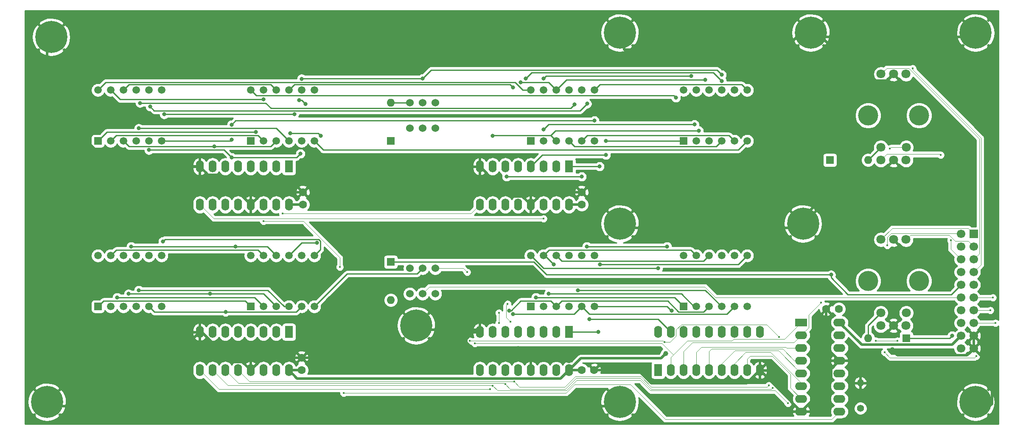
<source format=gbr>
%TF.GenerationSoftware,KiCad,Pcbnew,(5.1.10)-1*%
%TF.CreationDate,2021-06-21T21:07:17+02:00*%
%TF.ProjectId,Funk_v2,46756e6b-5f76-4322-9e6b-696361645f70,rev?*%
%TF.SameCoordinates,Original*%
%TF.FileFunction,Copper,L2,Bot*%
%TF.FilePolarity,Positive*%
%FSLAX46Y46*%
G04 Gerber Fmt 4.6, Leading zero omitted, Abs format (unit mm)*
G04 Created by KiCad (PCBNEW (5.1.10)-1) date 2021-06-21 21:07:17*
%MOMM*%
%LPD*%
G01*
G04 APERTURE LIST*
%TA.AperFunction,ComponentPad*%
%ADD10C,1.700000*%
%TD*%
%TA.AperFunction,ComponentPad*%
%ADD11R,1.700000X1.700000*%
%TD*%
%TA.AperFunction,ComponentPad*%
%ADD12O,1.600000X1.600000*%
%TD*%
%TA.AperFunction,ComponentPad*%
%ADD13R,1.600000X1.600000*%
%TD*%
%TA.AperFunction,ComponentPad*%
%ADD14O,2.400000X1.600000*%
%TD*%
%TA.AperFunction,ComponentPad*%
%ADD15R,2.400000X1.600000*%
%TD*%
%TA.AperFunction,ComponentPad*%
%ADD16C,4.000000*%
%TD*%
%TA.AperFunction,ComponentPad*%
%ADD17C,1.800000*%
%TD*%
%TA.AperFunction,ComponentPad*%
%ADD18C,0.800000*%
%TD*%
%TA.AperFunction,ComponentPad*%
%ADD19C,6.400000*%
%TD*%
%TA.AperFunction,ComponentPad*%
%ADD20O,1.600000X2.400000*%
%TD*%
%TA.AperFunction,ComponentPad*%
%ADD21R,1.600000X2.400000*%
%TD*%
%TA.AperFunction,ComponentPad*%
%ADD22C,1.524000*%
%TD*%
%TA.AperFunction,ComponentPad*%
%ADD23C,1.500000*%
%TD*%
%TA.AperFunction,ComponentPad*%
%ADD24R,1.500000X1.500000*%
%TD*%
%TA.AperFunction,ComponentPad*%
%ADD25O,1.400000X1.400000*%
%TD*%
%TA.AperFunction,ComponentPad*%
%ADD26C,1.400000*%
%TD*%
%TA.AperFunction,ComponentPad*%
%ADD27C,1.600000*%
%TD*%
%TA.AperFunction,ViaPad*%
%ADD28C,1.000000*%
%TD*%
%TA.AperFunction,ViaPad*%
%ADD29C,0.800000*%
%TD*%
%TA.AperFunction,ViaPad*%
%ADD30C,0.400000*%
%TD*%
%TA.AperFunction,Conductor*%
%ADD31C,0.500000*%
%TD*%
%TA.AperFunction,Conductor*%
%ADD32C,0.250000*%
%TD*%
%TA.AperFunction,Conductor*%
%ADD33C,0.125000*%
%TD*%
%TA.AperFunction,Conductor*%
%ADD34C,0.254000*%
%TD*%
%TA.AperFunction,Conductor*%
%ADD35C,0.100000*%
%TD*%
G04 APERTURE END LIST*
D10*
%TO.P,J1,20*%
%TO.N,+12V*%
X230632000Y-83312000D03*
%TO.P,J1,19*%
%TO.N,GND*%
X233172000Y-83312000D03*
%TO.P,J1,18*%
%TO.N,+5V*%
X230632000Y-80772000D03*
%TO.P,J1,17*%
%TO.N,GND*%
X233172000Y-80772000D03*
%TO.P,J1,16*%
%TO.N,Net-(J1-Pad16)*%
X230632000Y-78232000D03*
%TO.P,J1,15*%
%TO.N,RESET*%
X233172000Y-78232000D03*
%TO.P,J1,14*%
%TO.N,Net-(J1-Pad14)*%
X230632000Y-75692000D03*
%TO.P,J1,13*%
%TO.N,LCLK*%
X233172000Y-75692000D03*
%TO.P,J1,12*%
%TO.N,/LED_BTN*%
X230632000Y-73152000D03*
%TO.P,J1,11*%
%TO.N,SDCLK*%
X233172000Y-73152000D03*
%TO.P,J1,10*%
%TO.N,/BTN_MUX*%
X230632000Y-70612000D03*
%TO.P,J1,9*%
%TO.N,SDATA*%
X233172000Y-70612000D03*
%TO.P,J1,8*%
%TO.N,Net-(ENC1-Pad4)*%
X230632000Y-68072000D03*
%TO.P,J1,7*%
%TO.N,Net-(ENC1-Pad1)*%
X233172000Y-68072000D03*
%TO.P,J1,6*%
%TO.N,Net-(ENC1-Pad5)*%
X230632000Y-65532000D03*
%TO.P,J1,5*%
%TO.N,Net-(ENC1-Pad2)*%
X233172000Y-65532000D03*
%TO.P,J1,4*%
%TO.N,Net-(ENC2-Pad4)*%
X230632000Y-62992000D03*
%TO.P,J1,3*%
%TO.N,Net-(ENC2-Pad1)*%
X233172000Y-62992000D03*
%TO.P,J1,2*%
%TO.N,Net-(ENC2-Pad5)*%
X230632000Y-60452000D03*
D11*
%TO.P,J1,1*%
%TO.N,Net-(ENC2-Pad2)*%
X233172000Y-60452000D03*
%TD*%
D12*
%TO.P,D8,2*%
%TO.N,Net-(D8-Pad2)*%
X212090000Y-81280000D03*
D13*
%TO.P,D8,1*%
%TO.N,/BTN_MUX*%
X219710000Y-81280000D03*
%TD*%
D14*
%TO.P,IC1,16*%
%TO.N,+5V*%
X206375000Y-78105000D03*
%TO.P,IC1,8*%
%TO.N,GND*%
X198755000Y-95885000D03*
%TO.P,IC1,15*%
%TO.N,BTN1*%
X206375000Y-80645000D03*
%TO.P,IC1,7*%
%TO.N,Net-(IC1-Pad7)*%
X198755000Y-93345000D03*
%TO.P,IC1,14*%
%TO.N,SDATA*%
X206375000Y-83185000D03*
%TO.P,IC1,6*%
%TO.N,Net-(IC1-Pad6)*%
X198755000Y-90805000D03*
%TO.P,IC1,13*%
%TO.N,GND*%
X206375000Y-85725000D03*
%TO.P,IC1,5*%
%TO.N,Net-(IC1-Pad5)*%
X198755000Y-88265000D03*
%TO.P,IC1,12*%
%TO.N,LCLK*%
X206375000Y-88265000D03*
%TO.P,IC1,4*%
%TO.N,Net-(IC1-Pad4)*%
X198755000Y-85725000D03*
%TO.P,IC1,11*%
%TO.N,SDCLK*%
X206375000Y-90805000D03*
%TO.P,IC1,3*%
%TO.N,BTN4*%
X198755000Y-83185000D03*
%TO.P,IC1,10*%
%TO.N,RESET*%
X206375000Y-93345000D03*
%TO.P,IC1,2*%
%TO.N,BTN3*%
X198755000Y-80645000D03*
%TO.P,IC1,9*%
%TO.N,SDATA1*%
X206375000Y-95885000D03*
D15*
%TO.P,IC1,1*%
%TO.N,BTN2*%
X198755000Y-78105000D03*
%TD*%
D16*
%TO.P,ENC2,*%
%TO.N,*%
X212090000Y-69850000D03*
X222250000Y-69850000D03*
D17*
%TO.P,ENC2,1*%
%TO.N,Net-(ENC2-Pad1)*%
X219670000Y-61580000D03*
%TO.P,ENC2,4*%
%TO.N,Net-(ENC2-Pad4)*%
X219670000Y-78740000D03*
%TO.P,ENC2,6*%
%TO.N,GND*%
X217170000Y-78740000D03*
%TO.P,ENC2,5*%
%TO.N,Net-(ENC2-Pad5)*%
X214630000Y-78740000D03*
%TO.P,ENC2,2*%
%TO.N,Net-(ENC2-Pad2)*%
X214670000Y-61580000D03*
%TO.P,ENC2,8*%
%TO.N,Net-(D8-Pad2)*%
X214630000Y-76200000D03*
%TO.P,ENC2,7*%
%TO.N,BTN4*%
X219710000Y-76200000D03*
%TO.P,ENC2,3*%
%TO.N,GND*%
X217170000Y-61580000D03*
%TD*%
D18*
%TO.P,H10,1*%
%TO.N,N/C*%
X202357056Y-18622944D03*
X200660000Y-17920000D03*
X198962944Y-18622944D03*
X198260000Y-20320000D03*
X198962944Y-22017056D03*
X200660000Y-22720000D03*
X202357056Y-22017056D03*
X203060000Y-20320000D03*
D19*
%TO.N,GND*%
X200660000Y-20320000D03*
%TD*%
D18*
%TO.P,H9,1*%
%TO.N,N/C*%
X164257056Y-92282944D03*
X162560000Y-91580000D03*
X160862944Y-92282944D03*
X160160000Y-93980000D03*
X160862944Y-95677056D03*
X162560000Y-96380000D03*
X164257056Y-95677056D03*
X164960000Y-93980000D03*
D19*
%TO.N,GND*%
X162560000Y-93980000D03*
%TD*%
D18*
%TO.P,H8,1*%
%TO.N,N/C*%
X200807056Y-56722944D03*
X199110000Y-56020000D03*
X197412944Y-56722944D03*
X196710000Y-58420000D03*
X197412944Y-60117056D03*
X199110000Y-60820000D03*
X200807056Y-60117056D03*
X201510000Y-58420000D03*
D19*
%TO.N,GND*%
X199110000Y-58420000D03*
%TD*%
D18*
%TO.P,H7,1*%
%TO.N,N/C*%
X164257056Y-56722944D03*
X162560000Y-56020000D03*
X160862944Y-56722944D03*
X160160000Y-58420000D03*
X160862944Y-60117056D03*
X162560000Y-60820000D03*
X164257056Y-60117056D03*
X164960000Y-58420000D03*
D19*
%TO.N,GND*%
X162560000Y-58420000D03*
%TD*%
D18*
%TO.P,H6,1*%
%TO.N,N/C*%
X164257056Y-18622944D03*
X162560000Y-17920000D03*
X160862944Y-18622944D03*
X160160000Y-20320000D03*
X160862944Y-22017056D03*
X162560000Y-22720000D03*
X164257056Y-22017056D03*
X164960000Y-20320000D03*
D19*
%TO.N,GND*%
X162560000Y-20320000D03*
%TD*%
D18*
%TO.P,H5,1*%
%TO.N,N/C*%
X123617056Y-77042944D03*
X121920000Y-76340000D03*
X120222944Y-77042944D03*
X119520000Y-78740000D03*
X120222944Y-80437056D03*
X121920000Y-81140000D03*
X123617056Y-80437056D03*
X124320000Y-78740000D03*
D19*
%TO.N,GND*%
X121920000Y-78740000D03*
%TD*%
D18*
%TO.P,H4,1*%
%TO.N,N/C*%
X235237056Y-92282944D03*
X233540000Y-91580000D03*
X231842944Y-92282944D03*
X231140000Y-93980000D03*
X231842944Y-95677056D03*
X233540000Y-96380000D03*
X235237056Y-95677056D03*
X235940000Y-93980000D03*
D19*
%TO.N,GND*%
X233540000Y-93980000D03*
%TD*%
D18*
%TO.P,H3,1*%
%TO.N,N/C*%
X49957056Y-92282944D03*
X48260000Y-91580000D03*
X46562944Y-92282944D03*
X45860000Y-93980000D03*
X46562944Y-95677056D03*
X48260000Y-96380000D03*
X49957056Y-95677056D03*
X50660000Y-93980000D03*
D19*
%TO.N,GND*%
X48260000Y-93980000D03*
%TD*%
D18*
%TO.P,H2,1*%
%TO.N,N/C*%
X235237056Y-18622944D03*
X233540000Y-17920000D03*
X231842944Y-18622944D03*
X231140000Y-20320000D03*
X231842944Y-22017056D03*
X233540000Y-22720000D03*
X235237056Y-22017056D03*
X235940000Y-20320000D03*
D19*
%TO.N,GND*%
X233540000Y-20320000D03*
%TD*%
D18*
%TO.P,H1,1*%
%TO.N,N/C*%
X50800000Y-19465888D03*
X49102944Y-18762944D03*
X47405888Y-19465888D03*
X46702944Y-21162944D03*
X47405888Y-22860000D03*
X49102944Y-23562944D03*
X50800000Y-22860000D03*
X51502944Y-21162944D03*
D19*
%TO.N,GND*%
X49102944Y-21162944D03*
%TD*%
D20*
%TO.P,U1,16*%
%TO.N,+5V*%
X96520000Y-87630000D03*
%TO.P,U1,8*%
%TO.N,GND*%
X78740000Y-80010000D03*
%TO.P,U1,15*%
%TO.N,Net-(SEG5-Pad11)*%
X93980000Y-87630000D03*
%TO.P,U1,7*%
%TO.N,Net-(SEG5-Pad3)*%
X81280000Y-80010000D03*
%TO.P,U1,14*%
%TO.N,SDATA3*%
X91440000Y-87630000D03*
%TO.P,U1,6*%
%TO.N,Net-(SEG5-Pad5)*%
X83820000Y-80010000D03*
%TO.P,U1,13*%
%TO.N,GND*%
X88900000Y-87630000D03*
%TO.P,U1,5*%
%TO.N,Net-(SEG5-Pad10)*%
X86360000Y-80010000D03*
%TO.P,U1,12*%
%TO.N,LCLK*%
X86360000Y-87630000D03*
%TO.P,U1,4*%
%TO.N,Net-(SEG5-Pad1)*%
X88900000Y-80010000D03*
%TO.P,U1,11*%
%TO.N,SDCLK*%
X83820000Y-87630000D03*
%TO.P,U1,3*%
%TO.N,Net-(SEG5-Pad2)*%
X91440000Y-80010000D03*
%TO.P,U1,10*%
%TO.N,RESET*%
X81280000Y-87630000D03*
%TO.P,U1,2*%
%TO.N,Net-(SEG5-Pad4)*%
X93980000Y-80010000D03*
%TO.P,U1,9*%
%TO.N,SDATA4*%
X78740000Y-87630000D03*
D21*
%TO.P,U1,1*%
%TO.N,Net-(SEG5-Pad7)*%
X96520000Y-80010000D03*
%TD*%
D22*
%TO.P,SW2,6*%
%TO.N,Net-(SW2-Pad6)*%
X120650000Y-72390000D03*
%TO.P,SW2,4*%
%TO.N,/LED_BTN*%
X123190000Y-72390000D03*
%TO.P,SW2,5*%
%TO.N,Net-(SW2-Pad5)*%
X125730000Y-72390000D03*
%TO.P,SW2,2*%
%TO.N,Net-(D2-Pad2)*%
X120650000Y-67310000D03*
%TO.P,SW2,3*%
%TO.N,/DIG8*%
X123190000Y-67310000D03*
%TO.P,SW2,1*%
%TO.N,BTN2*%
X125730000Y-67310000D03*
%TD*%
%TO.P,SW1,6*%
%TO.N,Net-(SW1-Pad6)*%
X120650000Y-39370000D03*
%TO.P,SW1,4*%
%TO.N,/LED_BTN*%
X123190000Y-39370000D03*
%TO.P,SW1,5*%
%TO.N,Net-(SW1-Pad5)*%
X125730000Y-39370000D03*
%TO.P,SW1,2*%
%TO.N,Net-(D1-Pad2)*%
X120650000Y-34290000D03*
%TO.P,SW1,3*%
%TO.N,/DIG7*%
X123190000Y-34290000D03*
%TO.P,SW1,1*%
%TO.N,BTN1*%
X125730000Y-34290000D03*
%TD*%
D23*
%TO.P,SEG8,11*%
%TO.N,Net-(IC4-Pad15)*%
X177800000Y-64770000D03*
%TO.P,SEG8,3*%
%TO.N,Net-(IC4-Pad7)*%
X180340000Y-74930000D03*
%TO.P,SEG8,5*%
%TO.N,Net-(IC4-Pad6)*%
X185420000Y-74930000D03*
%TO.P,SEG8,6*%
%TO.N,/DIG8*%
X187960000Y-74930000D03*
%TO.P,SEG8,10*%
%TO.N,Net-(IC4-Pad5)*%
X180340000Y-64770000D03*
%TO.P,SEG8,9*%
%TO.N,/DIG6*%
X182880000Y-64770000D03*
%TO.P,SEG8,4*%
%TO.N,Net-(IC4-Pad2)*%
X182880000Y-74930000D03*
%TO.P,SEG8,8*%
%TO.N,/DIG7*%
X185420000Y-64770000D03*
%TO.P,SEG8,12*%
%TO.N,/DIG5*%
X175260000Y-64770000D03*
D24*
%TO.P,SEG8,1*%
%TO.N,Net-(IC4-Pad4)*%
X175260000Y-74930000D03*
D23*
%TO.P,SEG8,2*%
%TO.N,Net-(IC4-Pad3)*%
X177800000Y-74930000D03*
%TO.P,SEG8,7*%
%TO.N,Net-(IC4-Pad1)*%
X187960000Y-64770000D03*
%TD*%
%TO.P,SEG7,11*%
%TO.N,Net-(IC4-Pad15)*%
X147320000Y-64770000D03*
%TO.P,SEG7,3*%
%TO.N,Net-(IC4-Pad7)*%
X149860000Y-74930000D03*
%TO.P,SEG7,5*%
%TO.N,Net-(IC4-Pad6)*%
X154940000Y-74930000D03*
%TO.P,SEG7,6*%
%TO.N,/DIG4*%
X157480000Y-74930000D03*
%TO.P,SEG7,10*%
%TO.N,Net-(IC4-Pad5)*%
X149860000Y-64770000D03*
%TO.P,SEG7,9*%
%TO.N,/DIG2*%
X152400000Y-64770000D03*
%TO.P,SEG7,4*%
%TO.N,Net-(IC4-Pad2)*%
X152400000Y-74930000D03*
%TO.P,SEG7,8*%
%TO.N,/DIG3*%
X154940000Y-64770000D03*
%TO.P,SEG7,12*%
%TO.N,/DIG1*%
X144780000Y-64770000D03*
D24*
%TO.P,SEG7,1*%
%TO.N,Net-(IC4-Pad4)*%
X144780000Y-74930000D03*
D23*
%TO.P,SEG7,2*%
%TO.N,Net-(IC4-Pad3)*%
X147320000Y-74930000D03*
%TO.P,SEG7,7*%
%TO.N,Net-(IC4-Pad1)*%
X157480000Y-64770000D03*
%TD*%
%TO.P,SEG6,11*%
%TO.N,Net-(SEG5-Pad11)*%
X91440000Y-64770000D03*
%TO.P,SEG6,3*%
%TO.N,Net-(SEG5-Pad3)*%
X93980000Y-74930000D03*
%TO.P,SEG6,5*%
%TO.N,Net-(SEG5-Pad5)*%
X99060000Y-74930000D03*
%TO.P,SEG6,6*%
%TO.N,/DIG8*%
X101600000Y-74930000D03*
%TO.P,SEG6,10*%
%TO.N,Net-(SEG5-Pad10)*%
X93980000Y-64770000D03*
%TO.P,SEG6,9*%
%TO.N,/DIG6*%
X96520000Y-64770000D03*
%TO.P,SEG6,4*%
%TO.N,Net-(SEG5-Pad4)*%
X96520000Y-74930000D03*
%TO.P,SEG6,8*%
%TO.N,/DIG7*%
X99060000Y-64770000D03*
%TO.P,SEG6,12*%
%TO.N,/DIG5*%
X88900000Y-64770000D03*
D24*
%TO.P,SEG6,1*%
%TO.N,Net-(SEG5-Pad1)*%
X88900000Y-74930000D03*
D23*
%TO.P,SEG6,2*%
%TO.N,Net-(SEG5-Pad2)*%
X91440000Y-74930000D03*
%TO.P,SEG6,7*%
%TO.N,Net-(SEG5-Pad7)*%
X101600000Y-64770000D03*
%TD*%
%TO.P,SEG5,11*%
%TO.N,Net-(SEG5-Pad11)*%
X60960000Y-64770000D03*
%TO.P,SEG5,3*%
%TO.N,Net-(SEG5-Pad3)*%
X63500000Y-74930000D03*
%TO.P,SEG5,5*%
%TO.N,Net-(SEG5-Pad5)*%
X68580000Y-74930000D03*
%TO.P,SEG5,6*%
%TO.N,/DIG4*%
X71120000Y-74930000D03*
%TO.P,SEG5,10*%
%TO.N,Net-(SEG5-Pad10)*%
X63500000Y-64770000D03*
%TO.P,SEG5,9*%
%TO.N,/DIG2*%
X66040000Y-64770000D03*
%TO.P,SEG5,4*%
%TO.N,Net-(SEG5-Pad4)*%
X66040000Y-74930000D03*
%TO.P,SEG5,8*%
%TO.N,/DIG3*%
X68580000Y-64770000D03*
%TO.P,SEG5,12*%
%TO.N,/DIG1*%
X58420000Y-64770000D03*
D24*
%TO.P,SEG5,1*%
%TO.N,Net-(SEG5-Pad1)*%
X58420000Y-74930000D03*
D23*
%TO.P,SEG5,2*%
%TO.N,Net-(SEG5-Pad2)*%
X60960000Y-74930000D03*
%TO.P,SEG5,7*%
%TO.N,Net-(SEG5-Pad7)*%
X71120000Y-64770000D03*
%TD*%
%TO.P,SEG4,11*%
%TO.N,Net-(IC3-Pad15)*%
X177800000Y-31750000D03*
%TO.P,SEG4,3*%
%TO.N,Net-(IC3-Pad7)*%
X180340000Y-41910000D03*
%TO.P,SEG4,5*%
%TO.N,Net-(IC3-Pad6)*%
X185420000Y-41910000D03*
%TO.P,SEG4,6*%
%TO.N,/DIG8*%
X187960000Y-41910000D03*
%TO.P,SEG4,10*%
%TO.N,Net-(IC3-Pad5)*%
X180340000Y-31750000D03*
%TO.P,SEG4,9*%
%TO.N,/DIG6*%
X182880000Y-31750000D03*
%TO.P,SEG4,4*%
%TO.N,Net-(IC3-Pad2)*%
X182880000Y-41910000D03*
%TO.P,SEG4,8*%
%TO.N,/DIG7*%
X185420000Y-31750000D03*
%TO.P,SEG4,12*%
%TO.N,/DIG5*%
X175260000Y-31750000D03*
D24*
%TO.P,SEG4,1*%
%TO.N,Net-(IC3-Pad4)*%
X175260000Y-41910000D03*
D23*
%TO.P,SEG4,2*%
%TO.N,Net-(IC3-Pad3)*%
X177800000Y-41910000D03*
%TO.P,SEG4,7*%
%TO.N,Net-(IC3-Pad1)*%
X187960000Y-31750000D03*
%TD*%
%TO.P,SEG3,11*%
%TO.N,Net-(IC3-Pad15)*%
X147320000Y-31750000D03*
%TO.P,SEG3,3*%
%TO.N,Net-(IC3-Pad7)*%
X149860000Y-41910000D03*
%TO.P,SEG3,5*%
%TO.N,Net-(IC3-Pad6)*%
X154940000Y-41910000D03*
%TO.P,SEG3,6*%
%TO.N,/DIG4*%
X157480000Y-41910000D03*
%TO.P,SEG3,10*%
%TO.N,Net-(IC3-Pad5)*%
X149860000Y-31750000D03*
%TO.P,SEG3,9*%
%TO.N,/DIG2*%
X152400000Y-31750000D03*
%TO.P,SEG3,4*%
%TO.N,Net-(IC3-Pad2)*%
X152400000Y-41910000D03*
%TO.P,SEG3,8*%
%TO.N,/DIG3*%
X154940000Y-31750000D03*
%TO.P,SEG3,12*%
%TO.N,/DIG1*%
X144780000Y-31750000D03*
D24*
%TO.P,SEG3,1*%
%TO.N,Net-(IC3-Pad4)*%
X144780000Y-41910000D03*
D23*
%TO.P,SEG3,2*%
%TO.N,Net-(IC3-Pad3)*%
X147320000Y-41910000D03*
%TO.P,SEG3,7*%
%TO.N,Net-(IC3-Pad1)*%
X157480000Y-31750000D03*
%TD*%
%TO.P,SEG2,11*%
%TO.N,Net-(IC2-Pad15)*%
X91440000Y-31750000D03*
%TO.P,SEG2,3*%
%TO.N,Net-(IC2-Pad7)*%
X93980000Y-41910000D03*
%TO.P,SEG2,5*%
%TO.N,Net-(IC2-Pad6)*%
X99060000Y-41910000D03*
%TO.P,SEG2,6*%
%TO.N,/DIG8*%
X101600000Y-41910000D03*
%TO.P,SEG2,10*%
%TO.N,Net-(IC2-Pad5)*%
X93980000Y-31750000D03*
%TO.P,SEG2,9*%
%TO.N,/DIG6*%
X96520000Y-31750000D03*
%TO.P,SEG2,4*%
%TO.N,Net-(IC2-Pad2)*%
X96520000Y-41910000D03*
%TO.P,SEG2,8*%
%TO.N,/DIG7*%
X99060000Y-31750000D03*
%TO.P,SEG2,12*%
%TO.N,/DIG5*%
X88900000Y-31750000D03*
D24*
%TO.P,SEG2,1*%
%TO.N,Net-(IC2-Pad4)*%
X88900000Y-41910000D03*
D23*
%TO.P,SEG2,2*%
%TO.N,Net-(IC2-Pad3)*%
X91440000Y-41910000D03*
%TO.P,SEG2,7*%
%TO.N,Net-(IC2-Pad1)*%
X101600000Y-31750000D03*
%TD*%
%TO.P,SEG1,11*%
%TO.N,Net-(IC2-Pad15)*%
X60960000Y-31750000D03*
%TO.P,SEG1,3*%
%TO.N,Net-(IC2-Pad7)*%
X63500000Y-41910000D03*
%TO.P,SEG1,5*%
%TO.N,Net-(IC2-Pad6)*%
X68580000Y-41910000D03*
%TO.P,SEG1,6*%
%TO.N,/DIG4*%
X71120000Y-41910000D03*
%TO.P,SEG1,10*%
%TO.N,Net-(IC2-Pad5)*%
X63500000Y-31750000D03*
%TO.P,SEG1,9*%
%TO.N,/DIG2*%
X66040000Y-31750000D03*
%TO.P,SEG1,4*%
%TO.N,Net-(IC2-Pad2)*%
X66040000Y-41910000D03*
%TO.P,SEG1,8*%
%TO.N,/DIG3*%
X68580000Y-31750000D03*
%TO.P,SEG1,12*%
%TO.N,/DIG1*%
X58420000Y-31750000D03*
D24*
%TO.P,SEG1,1*%
%TO.N,Net-(IC2-Pad4)*%
X58420000Y-41910000D03*
D23*
%TO.P,SEG1,2*%
%TO.N,Net-(IC2-Pad3)*%
X60960000Y-41910000D03*
%TO.P,SEG1,7*%
%TO.N,Net-(IC2-Pad1)*%
X71120000Y-31750000D03*
%TD*%
D25*
%TO.P,R1,2*%
%TO.N,GND*%
X210566000Y-90170000D03*
D26*
%TO.P,R1,1*%
%TO.N,RESET*%
X210566000Y-95250000D03*
%TD*%
D20*
%TO.P,IC6,18*%
%TO.N,/DIG1*%
X170180000Y-80010000D03*
%TO.P,IC6,9*%
%TO.N,GND*%
X190500000Y-87630000D03*
%TO.P,IC6,17*%
%TO.N,/DIG2*%
X172720000Y-80010000D03*
%TO.P,IC6,8*%
%TO.N,Net-(IC1-Pad7)*%
X187960000Y-87630000D03*
%TO.P,IC6,16*%
%TO.N,/DIG3*%
X175260000Y-80010000D03*
%TO.P,IC6,7*%
%TO.N,Net-(IC1-Pad6)*%
X185420000Y-87630000D03*
%TO.P,IC6,15*%
%TO.N,/DIG4*%
X177800000Y-80010000D03*
%TO.P,IC6,6*%
%TO.N,Net-(IC1-Pad5)*%
X182880000Y-87630000D03*
%TO.P,IC6,14*%
%TO.N,/DIG5*%
X180340000Y-80010000D03*
%TO.P,IC6,5*%
%TO.N,Net-(IC1-Pad4)*%
X180340000Y-87630000D03*
%TO.P,IC6,13*%
%TO.N,/DIG6*%
X182880000Y-80010000D03*
%TO.P,IC6,4*%
%TO.N,BTN4*%
X177800000Y-87630000D03*
%TO.P,IC6,12*%
%TO.N,/DIG7*%
X185420000Y-80010000D03*
%TO.P,IC6,3*%
%TO.N,BTN3*%
X175260000Y-87630000D03*
%TO.P,IC6,11*%
%TO.N,/DIG8*%
X187960000Y-80010000D03*
%TO.P,IC6,2*%
%TO.N,BTN2*%
X172720000Y-87630000D03*
%TO.P,IC6,10*%
%TO.N,Net-(IC6-Pad10)*%
X190500000Y-80010000D03*
D21*
%TO.P,IC6,1*%
%TO.N,BTN1*%
X170180000Y-87630000D03*
%TD*%
D20*
%TO.P,IC4,16*%
%TO.N,+5V*%
X152400000Y-87630000D03*
%TO.P,IC4,8*%
%TO.N,GND*%
X134620000Y-80010000D03*
%TO.P,IC4,15*%
%TO.N,Net-(IC4-Pad15)*%
X149860000Y-87630000D03*
%TO.P,IC4,7*%
%TO.N,Net-(IC4-Pad7)*%
X137160000Y-80010000D03*
%TO.P,IC4,14*%
%TO.N,SDATA4*%
X147320000Y-87630000D03*
%TO.P,IC4,6*%
%TO.N,Net-(IC4-Pad6)*%
X139700000Y-80010000D03*
%TO.P,IC4,13*%
%TO.N,GND*%
X144780000Y-87630000D03*
%TO.P,IC4,5*%
%TO.N,Net-(IC4-Pad5)*%
X142240000Y-80010000D03*
%TO.P,IC4,12*%
%TO.N,LCLK*%
X142240000Y-87630000D03*
%TO.P,IC4,4*%
%TO.N,Net-(IC4-Pad4)*%
X144780000Y-80010000D03*
%TO.P,IC4,11*%
%TO.N,SDCLK*%
X139700000Y-87630000D03*
%TO.P,IC4,3*%
%TO.N,Net-(IC4-Pad3)*%
X147320000Y-80010000D03*
%TO.P,IC4,10*%
%TO.N,RESET*%
X137160000Y-87630000D03*
%TO.P,IC4,2*%
%TO.N,Net-(IC4-Pad2)*%
X149860000Y-80010000D03*
%TO.P,IC4,9*%
%TO.N,SDATA5*%
X134620000Y-87630000D03*
D21*
%TO.P,IC4,1*%
%TO.N,Net-(IC4-Pad1)*%
X152400000Y-80010000D03*
%TD*%
D20*
%TO.P,IC3,16*%
%TO.N,+5V*%
X152400000Y-54610000D03*
%TO.P,IC3,8*%
%TO.N,GND*%
X134620000Y-46990000D03*
%TO.P,IC3,15*%
%TO.N,Net-(IC3-Pad15)*%
X149860000Y-54610000D03*
%TO.P,IC3,7*%
%TO.N,Net-(IC3-Pad7)*%
X137160000Y-46990000D03*
%TO.P,IC3,14*%
%TO.N,SDATA2*%
X147320000Y-54610000D03*
%TO.P,IC3,6*%
%TO.N,Net-(IC3-Pad6)*%
X139700000Y-46990000D03*
%TO.P,IC3,13*%
%TO.N,GND*%
X144780000Y-54610000D03*
%TO.P,IC3,5*%
%TO.N,Net-(IC3-Pad5)*%
X142240000Y-46990000D03*
%TO.P,IC3,12*%
%TO.N,LCLK*%
X142240000Y-54610000D03*
%TO.P,IC3,4*%
%TO.N,Net-(IC3-Pad4)*%
X144780000Y-46990000D03*
%TO.P,IC3,11*%
%TO.N,SDCLK*%
X139700000Y-54610000D03*
%TO.P,IC3,3*%
%TO.N,Net-(IC3-Pad3)*%
X147320000Y-46990000D03*
%TO.P,IC3,10*%
%TO.N,RESET*%
X137160000Y-54610000D03*
%TO.P,IC3,2*%
%TO.N,Net-(IC3-Pad2)*%
X149860000Y-46990000D03*
%TO.P,IC3,9*%
%TO.N,SDATA3*%
X134620000Y-54610000D03*
D21*
%TO.P,IC3,1*%
%TO.N,Net-(IC3-Pad1)*%
X152400000Y-46990000D03*
%TD*%
D20*
%TO.P,IC2,16*%
%TO.N,+5V*%
X96520000Y-54610000D03*
%TO.P,IC2,8*%
%TO.N,GND*%
X78740000Y-46990000D03*
%TO.P,IC2,15*%
%TO.N,Net-(IC2-Pad15)*%
X93980000Y-54610000D03*
%TO.P,IC2,7*%
%TO.N,Net-(IC2-Pad7)*%
X81280000Y-46990000D03*
%TO.P,IC2,14*%
%TO.N,SDATA1*%
X91440000Y-54610000D03*
%TO.P,IC2,6*%
%TO.N,Net-(IC2-Pad6)*%
X83820000Y-46990000D03*
%TO.P,IC2,13*%
%TO.N,GND*%
X88900000Y-54610000D03*
%TO.P,IC2,5*%
%TO.N,Net-(IC2-Pad5)*%
X86360000Y-46990000D03*
%TO.P,IC2,12*%
%TO.N,LCLK*%
X86360000Y-54610000D03*
%TO.P,IC2,4*%
%TO.N,Net-(IC2-Pad4)*%
X88900000Y-46990000D03*
%TO.P,IC2,11*%
%TO.N,SDCLK*%
X83820000Y-54610000D03*
%TO.P,IC2,3*%
%TO.N,Net-(IC2-Pad3)*%
X91440000Y-46990000D03*
%TO.P,IC2,10*%
%TO.N,RESET*%
X81280000Y-54610000D03*
%TO.P,IC2,2*%
%TO.N,Net-(IC2-Pad2)*%
X93980000Y-46990000D03*
%TO.P,IC2,9*%
%TO.N,SDATA2*%
X78740000Y-54610000D03*
D21*
%TO.P,IC2,1*%
%TO.N,Net-(IC2-Pad1)*%
X96520000Y-46990000D03*
%TD*%
D16*
%TO.P,ENC1,*%
%TO.N,*%
X212090000Y-36830000D03*
X222250000Y-36830000D03*
D17*
%TO.P,ENC1,1*%
%TO.N,Net-(ENC1-Pad1)*%
X219670000Y-28560000D03*
%TO.P,ENC1,4*%
%TO.N,Net-(ENC1-Pad4)*%
X219670000Y-45720000D03*
%TO.P,ENC1,6*%
%TO.N,GND*%
X217170000Y-45720000D03*
%TO.P,ENC1,5*%
%TO.N,Net-(ENC1-Pad5)*%
X214630000Y-45720000D03*
%TO.P,ENC1,2*%
%TO.N,Net-(ENC1-Pad2)*%
X214670000Y-28560000D03*
%TO.P,ENC1,8*%
%TO.N,Net-(D7-Pad2)*%
X214630000Y-43180000D03*
%TO.P,ENC1,7*%
%TO.N,BTN3*%
X219710000Y-43180000D03*
%TO.P,ENC1,3*%
%TO.N,GND*%
X217170000Y-28560000D03*
%TD*%
D12*
%TO.P,D7,2*%
%TO.N,Net-(D7-Pad2)*%
X212090000Y-45720000D03*
D13*
%TO.P,D7,1*%
%TO.N,/BTN_MUX*%
X204470000Y-45720000D03*
%TD*%
D12*
%TO.P,D2,2*%
%TO.N,Net-(D2-Pad2)*%
X116840000Y-73660000D03*
D13*
%TO.P,D2,1*%
%TO.N,/BTN_MUX*%
X116840000Y-66040000D03*
%TD*%
D12*
%TO.P,D1,2*%
%TO.N,Net-(D1-Pad2)*%
X116840000Y-34290000D03*
D13*
%TO.P,D1,1*%
%TO.N,/BTN_MUX*%
X116840000Y-41910000D03*
%TD*%
D27*
%TO.P,C6,2*%
%TO.N,GND*%
X99060000Y-85130000D03*
%TO.P,C6,1*%
%TO.N,+5V*%
X99060000Y-87630000D03*
%TD*%
%TO.P,C4,2*%
%TO.N,GND*%
X157440000Y-87630000D03*
%TO.P,C4,1*%
%TO.N,+5V*%
X154940000Y-87630000D03*
%TD*%
%TO.P,C3,2*%
%TO.N,GND*%
X154940000Y-52110000D03*
%TO.P,C3,1*%
%TO.N,+5V*%
X154940000Y-54610000D03*
%TD*%
%TO.P,C2,2*%
%TO.N,GND*%
X99314000Y-52110000D03*
%TO.P,C2,1*%
%TO.N,+5V*%
X99314000Y-54610000D03*
%TD*%
%TO.P,C1,2*%
%TO.N,GND*%
X203748000Y-75438000D03*
%TO.P,C1,1*%
%TO.N,+5V*%
X206248000Y-75438000D03*
%TD*%
D28*
%TO.N,GND*%
X142240000Y-83312000D03*
X152400000Y-85730000D03*
X217170000Y-55118000D03*
X216916000Y-83566000D03*
%TO.N,+5V*%
X171704000Y-84328000D03*
D29*
%TO.N,/BTN_MUX*%
X204706999Y-68597001D03*
X228854000Y-80772000D03*
D30*
%TO.N,Net-(ENC1-Pad1)*%
X220980000Y-27432000D03*
%TO.N,Net-(ENC1-Pad5)*%
X228600000Y-61722000D03*
X226568000Y-44704000D03*
%TO.N,BTN3*%
X202692000Y-74168000D03*
X216408000Y-43434000D03*
%TO.N,Net-(ENC2-Pad5)*%
X215900000Y-62738000D03*
%TO.N,BTN4*%
X217932000Y-81788000D03*
X213614000Y-81788000D03*
%TO.N,BTN1*%
X171450000Y-82042000D03*
X132588000Y-81788000D03*
X194310000Y-81010010D03*
%TO.N,SDATA*%
X215392000Y-84074000D03*
X233680000Y-84836000D03*
%TO.N,LCLK*%
X140162500Y-74422000D03*
X140716000Y-77978000D03*
X141478000Y-89930010D03*
X192278000Y-90678000D03*
X236474000Y-75692000D03*
%TO.N,SDCLK*%
X138430000Y-76200000D03*
X138430000Y-78232000D03*
X139700000Y-90424000D03*
X193040000Y-91186000D03*
X236982000Y-73152000D03*
%TO.N,RESET*%
X137160000Y-90717520D03*
X196088000Y-94234000D03*
X237490000Y-78232000D03*
%TO.N,SDATA1*%
X107442000Y-92202000D03*
X106680000Y-67056000D03*
X91440000Y-57912000D03*
%TO.N,BTN2*%
X132080000Y-68072000D03*
X133604000Y-82296000D03*
D29*
%TO.N,Net-(IC2-Pad15)*%
X91440000Y-33599001D03*
%TO.N,Net-(IC2-Pad7)*%
X81593001Y-42985001D03*
%TO.N,Net-(IC2-Pad6)*%
X85090000Y-45212000D03*
X98806000Y-44450000D03*
X68580000Y-43710001D03*
%TO.N,Net-(IC2-Pad4)*%
X89916000Y-40109999D03*
%TO.N,Net-(IC2-Pad2)*%
X66548000Y-39384999D03*
D30*
%TO.N,SDATA2*%
X147320000Y-57404000D03*
D29*
%TO.N,Net-(IC2-Pad1)*%
X71628000Y-36590011D03*
X97595001Y-36590011D03*
%TO.N,Net-(IC3-Pad15)*%
X176784000Y-28956000D03*
X147320000Y-29464000D03*
%TO.N,Net-(IC3-Pad7)*%
X137160000Y-40894000D03*
X178308000Y-39878000D03*
%TO.N,Net-(IC3-Pad6)*%
X154940000Y-49022000D03*
X139954000Y-49022000D03*
%TO.N,Net-(IC3-Pad5)*%
X142748000Y-30226000D03*
X179578000Y-29718000D03*
%TO.N,Net-(IC3-Pad4)*%
X159766000Y-41910000D03*
X159766000Y-44704000D03*
%TO.N,Net-(IC3-Pad3)*%
X177449999Y-38598358D03*
X147320000Y-39624000D03*
D30*
%TO.N,SDATA3*%
X95250000Y-56388000D03*
D29*
%TO.N,Net-(IC3-Pad1)*%
X158496000Y-46990000D03*
%TO.N,Net-(IC4-Pad15)*%
X149352000Y-66548000D03*
%TO.N,Net-(IC4-Pad7)*%
X140516892Y-75746892D03*
D30*
%TO.N,SDATA4*%
X136652000Y-91440000D03*
D29*
%TO.N,Net-(IC4-Pad6)*%
X141224000Y-76454000D03*
%TO.N,Net-(IC4-Pad4)*%
X145796000Y-73129999D03*
%TO.N,Net-(IC4-Pad3)*%
X148336000Y-72404999D03*
%TO.N,Net-(IC4-Pad2)*%
X154178000Y-71679999D03*
%TO.N,Net-(IC4-Pad1)*%
X158242000Y-80010000D03*
X158555001Y-66570001D03*
%TO.N,/DIG1*%
X170180000Y-67295001D03*
%TO.N,/DIG2*%
X66802000Y-34324001D03*
X153525010Y-34653010D03*
X156464000Y-77470000D03*
%TO.N,/DIG3*%
X68834000Y-35049001D03*
X156015001Y-34484999D03*
X171958000Y-62969999D03*
X155956000Y-62969999D03*
%TO.N,/DIG4*%
X172942846Y-75723154D03*
X85090000Y-41656000D03*
X85090000Y-38659999D03*
X157480000Y-37846000D03*
%TO.N,/DIG5*%
X173736000Y-33274000D03*
%TO.N,/DIG6*%
X141224000Y-31242000D03*
X143764000Y-29464000D03*
X182880000Y-29949999D03*
X96774000Y-40386000D03*
X102870000Y-40894000D03*
X102108000Y-62230000D03*
%TO.N,/DIG7*%
X182880000Y-28702000D03*
X123190000Y-29464000D03*
X99060000Y-29499990D03*
X98547347Y-33777347D03*
X99826653Y-34548653D03*
%TO.N,Net-(SEG5-Pad3)*%
X64516000Y-72404999D03*
X80772000Y-72404999D03*
%TO.N,Net-(SEG5-Pad5)*%
X83879001Y-76005001D03*
%TO.N,Net-(SEG5-Pad10)*%
X65024000Y-62969999D03*
X85829999Y-62969999D03*
%TO.N,Net-(SEG5-Pad4)*%
X66548000Y-71679999D03*
%TO.N,Net-(SEG5-Pad2)*%
X62230000Y-73129999D03*
%TO.N,Net-(SEG5-Pad7)*%
X71374000Y-61976000D03*
%TD*%
D31*
%TO.N,GND*%
X190500000Y-87630000D02*
X192150001Y-85979999D01*
X187899990Y-90230010D02*
X190500000Y-87630000D01*
X80390010Y-48640010D02*
X78740000Y-46990000D01*
X82930010Y-48640010D02*
X80390010Y-48640010D01*
X88900000Y-54610000D02*
X82930010Y-48640010D01*
X143129990Y-52959990D02*
X144780000Y-54610000D01*
X140589990Y-52959990D02*
X143129990Y-52959990D01*
X134620000Y-46990000D02*
X140589990Y-52959990D01*
X87249990Y-85979990D02*
X88900000Y-87630000D01*
X85082209Y-85979990D02*
X87249990Y-85979990D01*
X79112219Y-80010000D02*
X85082209Y-85979990D01*
X78740000Y-80010000D02*
X79112219Y-80010000D01*
X233172000Y-80772000D02*
X233172000Y-83312000D01*
X91400000Y-85130000D02*
X88900000Y-87630000D01*
X99060000Y-85130000D02*
X91400000Y-85130000D01*
X99060000Y-85130000D02*
X130342000Y-85130000D01*
X130342000Y-83071998D02*
X133403998Y-80010000D01*
X130342000Y-85130000D02*
X130342000Y-83071998D01*
X131937999Y-81475999D02*
X133403998Y-80010000D01*
X133403998Y-80010000D02*
X134620000Y-80010000D01*
X131937999Y-82100001D02*
X131937999Y-81475999D01*
X133149998Y-83312000D02*
X131937999Y-82100001D01*
X142240000Y-83312000D02*
X133149998Y-83312000D01*
X147280000Y-52110000D02*
X144780000Y-54610000D01*
X154940000Y-52110000D02*
X147280000Y-52110000D01*
X91400000Y-52110000D02*
X88900000Y-54610000D01*
X99314000Y-52110000D02*
X91400000Y-52110000D01*
X166249980Y-87630000D02*
X168849990Y-90230010D01*
X157440000Y-87630000D02*
X166249980Y-87630000D01*
X168849990Y-90230010D02*
X187899990Y-90230010D01*
X144658000Y-85730000D02*
X142240000Y-83312000D01*
X152400000Y-85730000D02*
X144658000Y-85730000D01*
X163410001Y-22311999D02*
X163410001Y-23710001D01*
X162560000Y-21461998D02*
X163410001Y-22311999D01*
X162560000Y-20320000D02*
X162560000Y-21461998D01*
X199518002Y-20320000D02*
X200660000Y-20320000D01*
X198668001Y-21170001D02*
X199518002Y-20320000D01*
X197851999Y-21170001D02*
X198668001Y-21170001D01*
X195311999Y-23710001D02*
X197851999Y-21170001D01*
X163410001Y-23710001D02*
X195311999Y-23710001D01*
X232692945Y-21167055D02*
X233540000Y-20320000D01*
X231434943Y-21167055D02*
X232692945Y-21167055D01*
X231431997Y-21170001D02*
X231434943Y-21167055D01*
X202651999Y-21170001D02*
X231431997Y-21170001D01*
X201801998Y-20320000D02*
X202651999Y-21170001D01*
X200660000Y-20320000D02*
X201801998Y-20320000D01*
X201507055Y-21167055D02*
X200660000Y-20320000D01*
X202765057Y-21167055D02*
X201507055Y-21167055D01*
X211508003Y-29910001D02*
X202765057Y-21167055D01*
X215819999Y-29910001D02*
X211508003Y-29910001D01*
X217170000Y-28560000D02*
X215819999Y-29910001D01*
X199957055Y-56314943D02*
X205471998Y-50800000D01*
X199957055Y-56430947D02*
X199957055Y-56314943D01*
X199110000Y-57278002D02*
X199957055Y-56430947D01*
X199110000Y-58420000D02*
X199110000Y-57278002D01*
X212740000Y-50800000D02*
X217170000Y-55230000D01*
X205471998Y-50800000D02*
X212740000Y-50800000D01*
X161418002Y-58420000D02*
X160568001Y-59270001D01*
X162560000Y-58420000D02*
X161418002Y-58420000D01*
X134200001Y-79590001D02*
X134620000Y-80010000D01*
X123061998Y-78740000D02*
X123911999Y-79590001D01*
X123911999Y-79590001D02*
X134200001Y-79590001D01*
X121920000Y-78740000D02*
X123061998Y-78740000D01*
X49107055Y-94827055D02*
X48260000Y-93980000D01*
X50365057Y-94827055D02*
X49107055Y-94827055D01*
X50368003Y-94830001D02*
X50365057Y-94827055D01*
X160568001Y-94830001D02*
X50368003Y-94830001D01*
X161418002Y-93980000D02*
X160568001Y-94830001D01*
X162560000Y-93980000D02*
X161418002Y-93980000D01*
X63919999Y-94830001D02*
X78740000Y-80010000D01*
X50251999Y-94830001D02*
X63919999Y-94830001D01*
X49401998Y-93980000D02*
X50251999Y-94830001D01*
X48260000Y-93980000D02*
X49401998Y-93980000D01*
X234387055Y-93132945D02*
X234387055Y-91874943D01*
X233540000Y-93980000D02*
X234387055Y-93132945D01*
X236790001Y-86930001D02*
X233172000Y-83312000D01*
X236790001Y-94388001D02*
X236790001Y-86930001D01*
X236348001Y-94830001D02*
X236790001Y-94388001D01*
X235531999Y-94830001D02*
X236348001Y-94830001D01*
X234681998Y-93980000D02*
X235531999Y-94830001D01*
X233540000Y-93980000D02*
X234681998Y-93980000D01*
X61189998Y-46990000D02*
X78740000Y-46990000D01*
X48252943Y-34052945D02*
X61189998Y-46990000D01*
X48252943Y-23154943D02*
X48252943Y-34052945D01*
X49102944Y-22304942D02*
X48252943Y-23154943D01*
X49102944Y-21162944D02*
X49102944Y-22304942D01*
X198262945Y-59267055D02*
X199110000Y-58420000D01*
X197004943Y-59267055D02*
X198262945Y-59267055D01*
X197001997Y-59270001D02*
X197004943Y-59267055D01*
X163701998Y-58420000D02*
X164551999Y-59270001D01*
X164551999Y-59270001D02*
X197001997Y-59270001D01*
X162560000Y-58420000D02*
X163701998Y-58420000D01*
X190500000Y-87630000D02*
X198755000Y-95885000D01*
X204724990Y-89915010D02*
X198755000Y-95885000D01*
X204724990Y-87375010D02*
X204724990Y-89915010D01*
X206375000Y-85725000D02*
X204724990Y-87375010D01*
X203748000Y-83098000D02*
X206375000Y-85725000D01*
X203748000Y-75438000D02*
X203748000Y-83098000D01*
X210566000Y-90170000D02*
X210566000Y-88612002D01*
X217170000Y-55230000D02*
X217170000Y-55118000D01*
X210566000Y-86682998D02*
X210566000Y-88612002D01*
X209608002Y-85725000D02*
X210566000Y-86682998D01*
X206375000Y-85725000D02*
X209608002Y-85725000D01*
X217962001Y-84612001D02*
X216916000Y-83566000D01*
X231871999Y-84612001D02*
X217962001Y-84612001D01*
X233172000Y-83312000D02*
X231871999Y-84612001D01*
%TO.N,+5V*%
X152400000Y-87630000D02*
X154750011Y-85279989D01*
X150749990Y-89280010D02*
X152400000Y-87630000D01*
X98170010Y-89280010D02*
X150749990Y-89280010D01*
X96520000Y-87630000D02*
X98170010Y-89280010D01*
X99060000Y-87630000D02*
X96520000Y-87630000D01*
X154940000Y-87630000D02*
X152400000Y-87630000D01*
X154940000Y-54610000D02*
X152400000Y-54610000D01*
X99314000Y-54610000D02*
X96520000Y-54610000D01*
X170752011Y-85279989D02*
X171704000Y-84328000D01*
X154750011Y-85279989D02*
X170752011Y-85279989D01*
X210800001Y-82530001D02*
X206375000Y-78105000D01*
X228873999Y-82530001D02*
X210800001Y-82530001D01*
X230632000Y-80772000D02*
X228873999Y-82530001D01*
D32*
%TO.N,Net-(D1-Pad2)*%
X116840000Y-34290000D02*
X120650000Y-34290000D01*
%TO.N,/BTN_MUX*%
X228346000Y-81280000D02*
X228854000Y-80772000D01*
X219710000Y-81280000D02*
X228346000Y-81280000D01*
X228720492Y-72523508D02*
X230632000Y-70612000D01*
X208067821Y-72523508D02*
X228720492Y-72523508D01*
X204706999Y-69162686D02*
X208067821Y-72523508D01*
X204706999Y-68597001D02*
X204706999Y-69162686D01*
X145413590Y-66040000D02*
X147953590Y-68580000D01*
X116840000Y-66040000D02*
X145413590Y-66040000D01*
X204689998Y-68580000D02*
X204706999Y-68597001D01*
X147953590Y-68580000D02*
X204689998Y-68580000D01*
%TO.N,Net-(D7-Pad2)*%
X212090000Y-45720000D02*
X214630000Y-43180000D01*
%TO.N,Net-(D8-Pad2)*%
X212090000Y-78740000D02*
X214630000Y-76200000D01*
X212090000Y-81280000D02*
X212090000Y-78740000D01*
D33*
%TO.N,Net-(ENC1-Pad1)*%
X234609511Y-66634489D02*
X234609511Y-41315511D01*
X233172000Y-68072000D02*
X234609511Y-66634489D01*
X220980000Y-27686000D02*
X220980000Y-27432000D01*
X234609511Y-41315511D02*
X220980000Y-27686000D01*
%TO.N,Net-(ENC1-Pad5)*%
X228600000Y-63500000D02*
X228600000Y-61722000D01*
X230632000Y-65532000D02*
X228600000Y-63500000D01*
X215792501Y-44557499D02*
X214630000Y-45720000D01*
X226421499Y-44557499D02*
X215792501Y-44557499D01*
X226568000Y-44704000D02*
X226421499Y-44557499D01*
%TO.N,Net-(ENC1-Pad2)*%
X215832501Y-27397499D02*
X214670000Y-28560000D01*
X220228001Y-27397499D02*
X215832501Y-27397499D01*
X234284501Y-41453999D02*
X220228001Y-27397499D01*
X234284501Y-64419499D02*
X234284501Y-41453999D01*
X233172000Y-65532000D02*
X234284501Y-64419499D01*
%TO.N,BTN3*%
X175260000Y-87630000D02*
X175260000Y-83891010D01*
X175260000Y-83891010D02*
X177038000Y-82113010D01*
X197286990Y-82113010D02*
X198755000Y-80645000D01*
X177038000Y-82113010D02*
X197286990Y-82113010D01*
X200217501Y-76642499D02*
X202692000Y-74168000D01*
X200217501Y-79182499D02*
X200217501Y-76642499D01*
X198755000Y-80645000D02*
X200217501Y-79182499D01*
X216662000Y-43180000D02*
X219710000Y-43180000D01*
X216408000Y-43434000D02*
X216662000Y-43180000D01*
%TO.N,Net-(ENC2-Pad1)*%
X229442001Y-61879499D02*
X228242503Y-60680001D01*
X228242503Y-60680001D02*
X220569999Y-60680001D01*
X232059499Y-61879499D02*
X229442001Y-61879499D01*
X220569999Y-60680001D02*
X219670000Y-61580000D01*
X233172000Y-62992000D02*
X232059499Y-61879499D01*
%TO.N,Net-(ENC2-Pad5)*%
X215900000Y-61129498D02*
X215900000Y-62738000D01*
X216674507Y-60354991D02*
X215900000Y-61129498D01*
X230534991Y-60354991D02*
X216674507Y-60354991D01*
X230632000Y-60452000D02*
X230534991Y-60354991D01*
%TO.N,Net-(ENC2-Pad2)*%
X232059499Y-59339499D02*
X233172000Y-60452000D01*
X216910501Y-59339499D02*
X232059499Y-59339499D01*
X214670000Y-61580000D02*
X216910501Y-59339499D01*
%TO.N,BTN4*%
X198755000Y-83185000D02*
X195818980Y-83185000D01*
X195691980Y-83058000D02*
X178816000Y-83058000D01*
X195818980Y-83185000D02*
X195691980Y-83058000D01*
X177800000Y-84074000D02*
X177800000Y-87630000D01*
X178816000Y-83058000D02*
X177800000Y-84074000D01*
X217932000Y-81788000D02*
X213614000Y-81788000D01*
%TO.N,BTN1*%
X171196000Y-81788000D02*
X171450000Y-82042000D01*
X132588000Y-81788000D02*
X171196000Y-81788000D01*
X172590616Y-82042000D02*
X171450000Y-82042000D01*
X173782510Y-80850106D02*
X172590616Y-82042000D01*
X173782510Y-79584874D02*
X173782510Y-80850106D01*
X174819894Y-78547490D02*
X173782510Y-79584874D01*
X191847480Y-78547490D02*
X174819894Y-78547490D01*
X194310000Y-81010010D02*
X191847480Y-78547490D01*
%TO.N,Net-(IC1-Pad7)*%
X187960000Y-87630000D02*
X187960000Y-85415010D01*
X188539010Y-84836000D02*
X192963752Y-84836000D01*
X187960000Y-85415010D02*
X188539010Y-84836000D01*
X192963752Y-84836000D02*
X196596000Y-88468248D01*
X196596000Y-91186000D02*
X198755000Y-93345000D01*
X196596000Y-88468248D02*
X196596000Y-91186000D01*
%TO.N,SDATA*%
X233391489Y-85124511D02*
X233680000Y-84836000D01*
X216442511Y-85124511D02*
X233391489Y-85124511D01*
X215392000Y-84074000D02*
X216442511Y-85124511D01*
%TO.N,Net-(IC1-Pad6)*%
X185420000Y-86305000D02*
X187651000Y-84074000D01*
X185420000Y-87630000D02*
X185420000Y-86305000D01*
X198755000Y-90167616D02*
X198755000Y-90805000D01*
X192661384Y-84074000D02*
X198755000Y-90167616D01*
X187651000Y-84074000D02*
X192661384Y-84074000D01*
%TO.N,Net-(IC1-Pad5)*%
X182880000Y-86305000D02*
X185476980Y-83708020D01*
X182880000Y-87630000D02*
X182880000Y-86305000D01*
X194198020Y-83708020D02*
X198755000Y-88265000D01*
X185476980Y-83708020D02*
X194198020Y-83708020D01*
%TO.N,LCLK*%
X139854391Y-77116391D02*
X140716000Y-77978000D01*
X139854391Y-74730109D02*
X139854391Y-77116391D01*
X140162500Y-74422000D02*
X139854391Y-74730109D01*
X88660010Y-89930010D02*
X141478000Y-89930010D01*
X86360000Y-87630000D02*
X88660010Y-89930010D01*
X153670000Y-88900000D02*
X166795182Y-88900000D01*
X151577489Y-90992511D02*
X153670000Y-88900000D01*
X142540501Y-90992511D02*
X151577489Y-90992511D01*
X141478000Y-89930010D02*
X142540501Y-90992511D01*
X191982591Y-90973409D02*
X192278000Y-90678000D01*
X168868591Y-90973409D02*
X191982591Y-90973409D01*
X166795182Y-88900000D02*
X168868591Y-90973409D01*
X168868591Y-90973409D02*
X168887693Y-90992511D01*
X236474000Y-75692000D02*
X233172000Y-75692000D01*
%TO.N,Net-(IC1-Pad4)*%
X180340000Y-87630000D02*
X180340000Y-83891010D01*
X180340000Y-83891010D02*
X180848000Y-83383010D01*
X180848000Y-83383010D02*
X195072000Y-83383010D01*
X197413990Y-85725000D02*
X198755000Y-85725000D01*
X195072000Y-83383010D02*
X197413990Y-85725000D01*
%TO.N,SDCLK*%
X138430000Y-76200000D02*
X138430000Y-78232000D01*
X83820000Y-87630000D02*
X86445020Y-90255020D01*
X139531020Y-90255020D02*
X139700000Y-90424000D01*
X86445020Y-90255020D02*
X139531020Y-90255020D01*
X153852990Y-89225010D02*
X166660560Y-89225010D01*
X151683499Y-91394501D02*
X153852990Y-89225010D01*
X166660560Y-89225010D02*
X168830051Y-91394501D01*
X140670501Y-91394501D02*
X151683499Y-91394501D01*
X139700000Y-90424000D02*
X140670501Y-91394501D01*
X192831499Y-91394501D02*
X193040000Y-91186000D01*
X168830051Y-91394501D02*
X192831499Y-91394501D01*
X236982000Y-73152000D02*
X233172000Y-73152000D01*
%TO.N,RESET*%
X81280000Y-87630000D02*
X84328000Y-90678000D01*
X137120480Y-90678000D02*
X137160000Y-90717520D01*
X84328000Y-90678000D02*
X137120480Y-90678000D01*
X168695429Y-91719511D02*
X169392489Y-91719511D01*
X153924000Y-89662000D02*
X166637918Y-89662000D01*
X166637918Y-89662000D02*
X168695429Y-91719511D01*
X151866489Y-91719511D02*
X153924000Y-89662000D01*
X138161991Y-91719511D02*
X151866489Y-91719511D01*
X137160000Y-90717520D02*
X138161991Y-91719511D01*
X193573511Y-91719511D02*
X196088000Y-94234000D01*
X169392489Y-91719511D02*
X193573511Y-91719511D01*
X237490000Y-78232000D02*
X233172000Y-78232000D01*
%TO.N,SDATA1*%
X204817499Y-97442501D02*
X171610501Y-97442501D01*
X206375000Y-95885000D02*
X204817499Y-97442501D01*
X153528133Y-90517499D02*
X151843632Y-92202000D01*
X164685499Y-90517499D02*
X153528133Y-90517499D01*
X171610501Y-97442501D02*
X164685499Y-90517499D01*
X151843632Y-92202000D02*
X107442000Y-92202000D01*
X99411023Y-57912000D02*
X91440000Y-57912000D01*
X106680000Y-65180977D02*
X99411023Y-57912000D01*
X106680000Y-67056000D02*
X106680000Y-65180977D01*
%TO.N,BTN2*%
X131318000Y-67310000D02*
X132080000Y-68072000D01*
X125730000Y-67310000D02*
X131318000Y-67310000D01*
X170942000Y-82296000D02*
X173228000Y-84582000D01*
X133604000Y-82296000D02*
X170942000Y-82296000D01*
X195387490Y-81472510D02*
X198755000Y-78105000D01*
X185227490Y-81472510D02*
X195387490Y-81472510D01*
X184912000Y-81788000D02*
X185227490Y-81472510D01*
X176022000Y-81788000D02*
X184912000Y-81788000D01*
X172720000Y-87630000D02*
X172720000Y-85090000D01*
X172720000Y-85090000D02*
X173609000Y-84201000D01*
X173609000Y-84201000D02*
X176022000Y-81788000D01*
X173228000Y-84582000D02*
X173609000Y-84201000D01*
D32*
%TO.N,Net-(IC2-Pad15)*%
X60960000Y-31750000D02*
X62484000Y-33274000D01*
X62809001Y-33599001D02*
X91440000Y-33599001D01*
X62484000Y-33274000D02*
X62809001Y-33599001D01*
%TO.N,Net-(IC2-Pad7)*%
X64575001Y-42985001D02*
X63500000Y-41910000D01*
X93980000Y-41910000D02*
X92904999Y-42985001D01*
X81593001Y-42985001D02*
X64575001Y-42985001D01*
X92904999Y-42985001D02*
X81593001Y-42985001D01*
%TO.N,Net-(IC2-Pad6)*%
X98044000Y-45212000D02*
X98806000Y-44450000D01*
X85090000Y-45212000D02*
X98044000Y-45212000D01*
X83588001Y-43710001D02*
X85090000Y-45212000D01*
X68580000Y-43710001D02*
X83588001Y-43710001D01*
%TO.N,Net-(IC2-Pad5)*%
X92904999Y-30674999D02*
X93980000Y-31750000D01*
X64575001Y-30674999D02*
X92904999Y-30674999D01*
X63500000Y-31750000D02*
X64575001Y-30674999D01*
%TO.N,Net-(IC2-Pad4)*%
X60220001Y-40109999D02*
X89916000Y-40109999D01*
X58420000Y-41910000D02*
X60220001Y-40109999D01*
%TO.N,Net-(IC2-Pad3)*%
X62035001Y-40834999D02*
X60960000Y-41910000D01*
X90364999Y-40834999D02*
X62035001Y-40834999D01*
X91440000Y-41910000D02*
X90364999Y-40834999D01*
%TO.N,Net-(IC2-Pad2)*%
X93994999Y-39384999D02*
X96520000Y-41910000D01*
X66548000Y-39384999D02*
X93994999Y-39384999D01*
D33*
%TO.N,SDATA2*%
X78740000Y-54610000D02*
X81534000Y-57404000D01*
X81534000Y-57404000D02*
X147320000Y-57404000D01*
D32*
%TO.N,Net-(IC2-Pad1)*%
X71628000Y-36590011D02*
X97595001Y-36590011D01*
%TO.N,Net-(IC3-Pad15)*%
X147828000Y-28956000D02*
X147320000Y-29464000D01*
X176784000Y-28956000D02*
X147828000Y-28956000D01*
%TO.N,Net-(IC3-Pad7)*%
X137219001Y-40834999D02*
X137160000Y-40894000D01*
X148784999Y-40834999D02*
X137219001Y-40834999D01*
X149860000Y-41910000D02*
X148784999Y-40834999D01*
X149741998Y-39878000D02*
X148784999Y-40834999D01*
X178308000Y-39878000D02*
X149741998Y-39878000D01*
%TO.N,Net-(IC3-Pad6)*%
X154940000Y-49022000D02*
X139954000Y-49022000D01*
X156015001Y-40834999D02*
X154940000Y-41910000D01*
X184344999Y-40834999D02*
X156015001Y-40834999D01*
X185420000Y-41910000D02*
X184344999Y-40834999D01*
%TO.N,Net-(IC3-Pad5)*%
X148336000Y-30226000D02*
X149860000Y-31750000D01*
X142748000Y-30226000D02*
X148336000Y-30226000D01*
X151892000Y-29718000D02*
X149860000Y-31750000D01*
X179578000Y-29718000D02*
X151892000Y-29718000D01*
%TO.N,Net-(IC3-Pad4)*%
X175260000Y-41910000D02*
X159766000Y-41910000D01*
X147066000Y-44704000D02*
X144780000Y-46990000D01*
X159766000Y-44704000D02*
X147066000Y-44704000D01*
%TO.N,Net-(IC3-Pad3)*%
X148345642Y-38598358D02*
X147320000Y-39624000D01*
X177449999Y-38598358D02*
X148345642Y-38598358D01*
%TO.N,Net-(IC3-Pad2)*%
X153475001Y-42985001D02*
X152400000Y-41910000D01*
X181804999Y-42985001D02*
X153475001Y-42985001D01*
X182880000Y-41910000D02*
X181804999Y-42985001D01*
D33*
%TO.N,SDATA3*%
X132842000Y-56388000D02*
X95250000Y-56388000D01*
X134620000Y-54610000D02*
X132842000Y-56388000D01*
D32*
%TO.N,Net-(IC3-Pad1)*%
X158496000Y-46990000D02*
X152400000Y-46990000D01*
X158555001Y-30674999D02*
X157480000Y-31750000D01*
X186884999Y-30674999D02*
X158555001Y-30674999D01*
X187960000Y-31750000D02*
X186884999Y-30674999D01*
%TO.N,Net-(IC4-Pad15)*%
X148395001Y-63694999D02*
X147320000Y-64770000D01*
X176724999Y-63694999D02*
X148395001Y-63694999D01*
X177800000Y-64770000D02*
X176724999Y-63694999D01*
X147574000Y-64770000D02*
X147320000Y-64770000D01*
X149352000Y-66548000D02*
X147574000Y-64770000D01*
%TO.N,Net-(IC4-Pad7)*%
X148784999Y-73854999D02*
X149860000Y-74930000D01*
X142749999Y-73854999D02*
X148784999Y-73854999D01*
X140858106Y-75746892D02*
X142749999Y-73854999D01*
X140516892Y-75746892D02*
X140858106Y-75746892D01*
X179264999Y-76005001D02*
X180340000Y-74930000D01*
X174249999Y-76005001D02*
X179264999Y-76005001D01*
X150935001Y-73854999D02*
X172099997Y-73854999D01*
X172099997Y-73854999D02*
X174249999Y-76005001D01*
X149860000Y-74930000D02*
X150935001Y-73854999D01*
D33*
%TO.N,SDATA4*%
X82550000Y-91440000D02*
X136652000Y-91440000D01*
X78740000Y-87630000D02*
X82550000Y-91440000D01*
D32*
%TO.N,Net-(IC4-Pad6)*%
X153416000Y-76454000D02*
X154940000Y-74930000D01*
X141224000Y-76454000D02*
X153416000Y-76454000D01*
X156465011Y-76455011D02*
X183894989Y-76455011D01*
X183894989Y-76455011D02*
X185420000Y-74930000D01*
X154940000Y-74930000D02*
X156465011Y-76455011D01*
%TO.N,Net-(IC4-Pad5)*%
X150935001Y-65845001D02*
X149860000Y-64770000D01*
X179264999Y-65845001D02*
X150935001Y-65845001D01*
X180340000Y-64770000D02*
X179264999Y-65845001D01*
%TO.N,Net-(IC4-Pad4)*%
X173459999Y-73129999D02*
X175260000Y-74930000D01*
X145796000Y-73129999D02*
X173459999Y-73129999D01*
%TO.N,Net-(IC4-Pad3)*%
X177345002Y-74930000D02*
X177800000Y-74930000D01*
X174820001Y-72404999D02*
X177345002Y-74930000D01*
X148336000Y-72404999D02*
X174820001Y-72404999D01*
%TO.N,Net-(IC4-Pad2)*%
X179629999Y-71679999D02*
X182880000Y-74930000D01*
X154178000Y-71679999D02*
X179629999Y-71679999D01*
%TO.N,Net-(IC4-Pad1)*%
X158242000Y-80010000D02*
X152400000Y-80010000D01*
X186159999Y-66570001D02*
X158555001Y-66570001D01*
X187960000Y-64770000D02*
X186159999Y-66570001D01*
%TO.N,/DIG1*%
X143198998Y-31750000D02*
X144780000Y-31750000D01*
X141673988Y-30224990D02*
X143198998Y-31750000D01*
X59945010Y-30224990D02*
X141673988Y-30224990D01*
X58420000Y-31750000D02*
X59945010Y-30224990D01*
X147305001Y-67295001D02*
X170180000Y-67295001D01*
X144780000Y-64770000D02*
X147305001Y-67295001D01*
%TO.N,/DIG2*%
X66802000Y-34324001D02*
X91913999Y-34324001D01*
X152763019Y-35415001D02*
X153525010Y-34653010D01*
X93004999Y-35415001D02*
X152763019Y-35415001D01*
X91913999Y-34324001D02*
X93004999Y-35415001D01*
X170180000Y-77470000D02*
X156464000Y-77470000D01*
X172720000Y-80010000D02*
X170180000Y-77470000D01*
%TO.N,/DIG3*%
X154634989Y-35865011D02*
X156015001Y-34484999D01*
X69650010Y-35865011D02*
X154634989Y-35865011D01*
X68834000Y-35049001D02*
X69650010Y-35865011D01*
X171958000Y-62969999D02*
X155956000Y-62969999D01*
%TO.N,/DIG4*%
X171958000Y-74930000D02*
X172974000Y-75946000D01*
X157480000Y-74930000D02*
X171958000Y-74930000D01*
X84836000Y-41910000D02*
X85090000Y-41656000D01*
X71120000Y-41910000D02*
X84836000Y-41910000D01*
X85903999Y-37846000D02*
X157480000Y-37846000D01*
X85090000Y-38659999D02*
X85903999Y-37846000D01*
%TO.N,/DIG5*%
X90024001Y-32874001D02*
X88900000Y-31750000D01*
X173336001Y-32874001D02*
X90024001Y-32874001D01*
X173736000Y-33274000D02*
X173336001Y-32874001D01*
%TO.N,/DIG6*%
X140656999Y-30674999D02*
X141224000Y-31242000D01*
X97595001Y-30674999D02*
X140656999Y-30674999D01*
X96520000Y-31750000D02*
X97595001Y-30674999D01*
X181161000Y-28230999D02*
X182880000Y-29949999D01*
X144997001Y-28230999D02*
X181161000Y-28230999D01*
X143764000Y-29464000D02*
X144997001Y-28230999D01*
X102362000Y-40386000D02*
X102870000Y-40894000D01*
X96774000Y-40386000D02*
X102362000Y-40386000D01*
X99060000Y-62230000D02*
X96520000Y-64770000D01*
X102108000Y-62230000D02*
X99060000Y-62230000D01*
%TO.N,/DIG7*%
X124873011Y-27780989D02*
X123190000Y-29464000D01*
X181958989Y-27780989D02*
X124873011Y-27780989D01*
X182880000Y-28702000D02*
X181958989Y-27780989D01*
X99095990Y-29464000D02*
X99060000Y-29499990D01*
X123190000Y-29464000D02*
X99095990Y-29464000D01*
X99055347Y-33777347D02*
X99826653Y-34548653D01*
X98547347Y-33777347D02*
X99055347Y-33777347D01*
%TO.N,/DIG8*%
X187960000Y-41910000D02*
X186182000Y-43688000D01*
X103378000Y-43688000D02*
X101600000Y-41910000D01*
X186182000Y-43688000D02*
X103378000Y-43688000D01*
X108132999Y-68397001D02*
X101600000Y-74930000D01*
X122102999Y-68397001D02*
X108132999Y-68397001D01*
X123190000Y-67310000D02*
X122102999Y-68397001D01*
D33*
%TO.N,/LED_BTN*%
X179515518Y-71017498D02*
X124562502Y-71017498D01*
X124562502Y-71017498D02*
X123190000Y-72390000D01*
X181650020Y-73152000D02*
X179515518Y-71017498D01*
X230632000Y-73152000D02*
X181650020Y-73152000D01*
D32*
%TO.N,Net-(SEG5-Pad11)*%
X90364999Y-63694999D02*
X91440000Y-64770000D01*
X62035001Y-63694999D02*
X90364999Y-63694999D01*
X60960000Y-64770000D02*
X62035001Y-63694999D01*
%TO.N,Net-(SEG5-Pad3)*%
X91454999Y-72404999D02*
X93980000Y-74930000D01*
X64516000Y-72404999D02*
X91454999Y-72404999D01*
%TO.N,Net-(SEG5-Pad5)*%
X97984999Y-76005001D02*
X99060000Y-74930000D01*
X68580000Y-74930000D02*
X69655001Y-76005001D01*
X83879001Y-76005001D02*
X97984999Y-76005001D01*
X69655001Y-76005001D02*
X83879001Y-76005001D01*
%TO.N,Net-(SEG5-Pad10)*%
X92179999Y-62969999D02*
X93980000Y-64770000D01*
X85829999Y-62969999D02*
X92179999Y-62969999D01*
X65024000Y-62969999D02*
X85829999Y-62969999D01*
%TO.N,Net-(SEG5-Pad4)*%
X95571002Y-74930000D02*
X96520000Y-74930000D01*
X92321001Y-71679999D02*
X95571002Y-74930000D01*
X66548000Y-71679999D02*
X92321001Y-71679999D01*
%TO.N,Net-(SEG5-Pad1)*%
X87824999Y-73854999D02*
X88900000Y-74930000D01*
X59495001Y-73854999D02*
X87824999Y-73854999D01*
X58420000Y-74930000D02*
X59495001Y-73854999D01*
%TO.N,Net-(SEG5-Pad2)*%
X89639999Y-73129999D02*
X91440000Y-74930000D01*
X62230000Y-73129999D02*
X89639999Y-73129999D01*
%TO.N,Net-(SEG5-Pad7)*%
X102833001Y-63536999D02*
X101600000Y-64770000D01*
X102833001Y-61881999D02*
X102833001Y-63536999D01*
X102456001Y-61504999D02*
X102833001Y-61881999D01*
X71845001Y-61504999D02*
X102456001Y-61504999D01*
X71374000Y-61976000D02*
X71845001Y-61504999D01*
%TD*%
D34*
%TO.N,GND*%
X238075001Y-77636133D02*
X238022281Y-77583413D01*
X237885521Y-77492033D01*
X237733560Y-77429089D01*
X237572240Y-77397000D01*
X237407760Y-77397000D01*
X237246440Y-77429089D01*
X237094479Y-77492033D01*
X237030923Y-77534500D01*
X234490438Y-77534500D01*
X234487990Y-77528589D01*
X234325475Y-77285368D01*
X234118632Y-77078525D01*
X233944240Y-76962000D01*
X234118632Y-76845475D01*
X234325475Y-76638632D01*
X234487990Y-76395411D01*
X234490438Y-76389500D01*
X236014923Y-76389500D01*
X236078479Y-76431967D01*
X236230440Y-76494911D01*
X236391760Y-76527000D01*
X236556240Y-76527000D01*
X236717560Y-76494911D01*
X236869521Y-76431967D01*
X237006281Y-76340587D01*
X237122587Y-76224281D01*
X237213967Y-76087521D01*
X237276911Y-75935560D01*
X237309000Y-75774240D01*
X237309000Y-75609760D01*
X237276911Y-75448440D01*
X237213967Y-75296479D01*
X237122587Y-75159719D01*
X237006281Y-75043413D01*
X236869521Y-74952033D01*
X236717560Y-74889089D01*
X236556240Y-74857000D01*
X236391760Y-74857000D01*
X236230440Y-74889089D01*
X236078479Y-74952033D01*
X236014923Y-74994500D01*
X234490438Y-74994500D01*
X234487990Y-74988589D01*
X234325475Y-74745368D01*
X234118632Y-74538525D01*
X233944240Y-74422000D01*
X234118632Y-74305475D01*
X234325475Y-74098632D01*
X234487990Y-73855411D01*
X234490438Y-73849500D01*
X236522923Y-73849500D01*
X236586479Y-73891967D01*
X236738440Y-73954911D01*
X236899760Y-73987000D01*
X237064240Y-73987000D01*
X237225560Y-73954911D01*
X237377521Y-73891967D01*
X237514281Y-73800587D01*
X237630587Y-73684281D01*
X237721967Y-73547521D01*
X237784911Y-73395560D01*
X237817000Y-73234240D01*
X237817000Y-73069760D01*
X237784911Y-72908440D01*
X237721967Y-72756479D01*
X237630587Y-72619719D01*
X237514281Y-72503413D01*
X237377521Y-72412033D01*
X237225560Y-72349089D01*
X237064240Y-72317000D01*
X236899760Y-72317000D01*
X236738440Y-72349089D01*
X236586479Y-72412033D01*
X236522923Y-72454500D01*
X234490438Y-72454500D01*
X234487990Y-72448589D01*
X234325475Y-72205368D01*
X234118632Y-71998525D01*
X233944240Y-71882000D01*
X234118632Y-71765475D01*
X234325475Y-71558632D01*
X234487990Y-71315411D01*
X234599932Y-71045158D01*
X234657000Y-70758260D01*
X234657000Y-70465740D01*
X234599932Y-70178842D01*
X234487990Y-69908589D01*
X234325475Y-69665368D01*
X234118632Y-69458525D01*
X233944240Y-69342000D01*
X234118632Y-69225475D01*
X234325475Y-69018632D01*
X234487990Y-68775411D01*
X234599932Y-68505158D01*
X234657000Y-68218260D01*
X234657000Y-67925740D01*
X234599932Y-67638842D01*
X234597483Y-67632930D01*
X235078498Y-67151916D01*
X235105103Y-67130082D01*
X235137787Y-67090257D01*
X235192267Y-67023874D01*
X235257034Y-66902702D01*
X235275980Y-66840246D01*
X235296918Y-66771223D01*
X235307011Y-66668746D01*
X235307011Y-66668745D01*
X235310385Y-66634489D01*
X235307011Y-66600232D01*
X235307011Y-41349765D01*
X235310385Y-41315510D01*
X235307011Y-41281254D01*
X235296918Y-41178777D01*
X235257034Y-41047298D01*
X235192266Y-40926126D01*
X235105104Y-40819918D01*
X235078493Y-40798079D01*
X221811624Y-27531211D01*
X221815000Y-27514240D01*
X221815000Y-27349760D01*
X221782911Y-27188440D01*
X221719967Y-27036479D01*
X221628587Y-26899719D01*
X221512281Y-26783413D01*
X221375521Y-26692033D01*
X221223560Y-26629089D01*
X221062240Y-26597000D01*
X220897760Y-26597000D01*
X220736440Y-26629089D01*
X220584479Y-26692033D01*
X220497074Y-26750435D01*
X220496214Y-26749976D01*
X220364735Y-26710092D01*
X220262258Y-26699999D01*
X220262255Y-26699999D01*
X220228001Y-26696625D01*
X220193747Y-26699999D01*
X215866758Y-26699999D01*
X215832501Y-26696625D01*
X215798244Y-26699999D01*
X215695767Y-26710092D01*
X215564288Y-26749976D01*
X215443116Y-26814744D01*
X215336908Y-26901906D01*
X215315069Y-26928517D01*
X215147338Y-27096248D01*
X215117743Y-27083989D01*
X214821184Y-27025000D01*
X214518816Y-27025000D01*
X214222257Y-27083989D01*
X213942905Y-27199701D01*
X213691495Y-27367688D01*
X213477688Y-27581495D01*
X213309701Y-27832905D01*
X213193989Y-28112257D01*
X213135000Y-28408816D01*
X213135000Y-28711184D01*
X213193989Y-29007743D01*
X213309701Y-29287095D01*
X213477688Y-29538505D01*
X213691495Y-29752312D01*
X213942905Y-29920299D01*
X214222257Y-30036011D01*
X214518816Y-30095000D01*
X214821184Y-30095000D01*
X215117743Y-30036011D01*
X215397095Y-29920299D01*
X215648505Y-29752312D01*
X215776737Y-29624080D01*
X216285525Y-29624080D01*
X216369208Y-29878261D01*
X216641775Y-30009158D01*
X216934642Y-30084365D01*
X217236553Y-30100991D01*
X217535907Y-30058397D01*
X217821199Y-29958222D01*
X217970792Y-29878261D01*
X218054475Y-29624080D01*
X217170000Y-28739605D01*
X216285525Y-29624080D01*
X215776737Y-29624080D01*
X215862312Y-29538505D01*
X215957738Y-29395690D01*
X216105920Y-29444475D01*
X216990395Y-28560000D01*
X216976253Y-28545858D01*
X217155858Y-28366253D01*
X217170000Y-28380395D01*
X217184143Y-28366253D01*
X217363748Y-28545858D01*
X217349605Y-28560000D01*
X218234080Y-29444475D01*
X218382262Y-29395690D01*
X218477688Y-29538505D01*
X218691495Y-29752312D01*
X218942905Y-29920299D01*
X219222257Y-30036011D01*
X219518816Y-30095000D01*
X219821184Y-30095000D01*
X220117743Y-30036011D01*
X220397095Y-29920299D01*
X220648505Y-29752312D01*
X220862312Y-29538505D01*
X221030299Y-29287095D01*
X221059848Y-29215759D01*
X233587002Y-41742914D01*
X233587001Y-58963928D01*
X232670341Y-58963928D01*
X232576935Y-58870522D01*
X232555092Y-58843906D01*
X232448884Y-58756744D01*
X232327712Y-58691976D01*
X232196233Y-58652092D01*
X232093756Y-58641999D01*
X232093753Y-58641999D01*
X232059499Y-58638625D01*
X232025245Y-58641999D01*
X216944755Y-58641999D01*
X216910501Y-58638625D01*
X216876246Y-58641999D01*
X216876244Y-58641999D01*
X216773767Y-58652092D01*
X216642288Y-58691976D01*
X216521116Y-58756744D01*
X216414908Y-58843906D01*
X216393069Y-58870517D01*
X215147339Y-60116248D01*
X215117743Y-60103989D01*
X214821184Y-60045000D01*
X214518816Y-60045000D01*
X214222257Y-60103989D01*
X213942905Y-60219701D01*
X213691495Y-60387688D01*
X213477688Y-60601495D01*
X213309701Y-60852905D01*
X213193989Y-61132257D01*
X213135000Y-61428816D01*
X213135000Y-61731184D01*
X213193989Y-62027743D01*
X213309701Y-62307095D01*
X213477688Y-62558505D01*
X213691495Y-62772312D01*
X213942905Y-62940299D01*
X214222257Y-63056011D01*
X214518816Y-63115000D01*
X214821184Y-63115000D01*
X215117743Y-63056011D01*
X215126436Y-63052410D01*
X215160033Y-63133521D01*
X215251413Y-63270281D01*
X215367719Y-63386587D01*
X215504479Y-63477967D01*
X215656440Y-63540911D01*
X215817760Y-63573000D01*
X215982240Y-63573000D01*
X216143560Y-63540911D01*
X216295521Y-63477967D01*
X216432281Y-63386587D01*
X216548587Y-63270281D01*
X216639967Y-63133521D01*
X216679213Y-63038772D01*
X216934642Y-63104365D01*
X217236553Y-63120991D01*
X217535907Y-63078397D01*
X217821199Y-62978222D01*
X217970792Y-62898261D01*
X218054475Y-62644080D01*
X217170000Y-61759605D01*
X217155858Y-61773748D01*
X216976253Y-61594143D01*
X216990395Y-61580000D01*
X216976253Y-61565858D01*
X217155858Y-61386253D01*
X217170000Y-61400395D01*
X217184143Y-61386253D01*
X217363748Y-61565858D01*
X217349605Y-61580000D01*
X218234080Y-62464475D01*
X218382262Y-62415690D01*
X218477688Y-62558505D01*
X218691495Y-62772312D01*
X218942905Y-62940299D01*
X219222257Y-63056011D01*
X219518816Y-63115000D01*
X219821184Y-63115000D01*
X220117743Y-63056011D01*
X220397095Y-62940299D01*
X220648505Y-62772312D01*
X220862312Y-62558505D01*
X221030299Y-62307095D01*
X221146011Y-62027743D01*
X221205000Y-61731184D01*
X221205000Y-61428816D01*
X221194793Y-61377501D01*
X227838899Y-61377501D01*
X227797089Y-61478440D01*
X227765000Y-61639760D01*
X227765000Y-61804240D01*
X227797089Y-61965560D01*
X227860033Y-62117521D01*
X227902501Y-62181079D01*
X227902500Y-63465745D01*
X227899126Y-63500000D01*
X227902500Y-63534254D01*
X227902500Y-63534256D01*
X227912593Y-63636733D01*
X227952477Y-63768212D01*
X228017245Y-63889384D01*
X228104407Y-63995592D01*
X228131019Y-64017432D01*
X229206517Y-65092930D01*
X229204068Y-65098842D01*
X229147000Y-65385740D01*
X229147000Y-65678260D01*
X229204068Y-65965158D01*
X229316010Y-66235411D01*
X229478525Y-66478632D01*
X229685368Y-66685475D01*
X229859760Y-66802000D01*
X229685368Y-66918525D01*
X229478525Y-67125368D01*
X229316010Y-67368589D01*
X229204068Y-67638842D01*
X229147000Y-67925740D01*
X229147000Y-68218260D01*
X229204068Y-68505158D01*
X229316010Y-68775411D01*
X229478525Y-69018632D01*
X229685368Y-69225475D01*
X229859760Y-69342000D01*
X229685368Y-69458525D01*
X229478525Y-69665368D01*
X229316010Y-69908589D01*
X229204068Y-70178842D01*
X229147000Y-70465740D01*
X229147000Y-70758260D01*
X229190790Y-70978408D01*
X228405691Y-71763508D01*
X224062945Y-71763508D01*
X224296738Y-71529715D01*
X224585107Y-71098141D01*
X224783739Y-70618601D01*
X224885000Y-70109525D01*
X224885000Y-69590475D01*
X224783739Y-69081399D01*
X224585107Y-68601859D01*
X224296738Y-68170285D01*
X223929715Y-67803262D01*
X223498141Y-67514893D01*
X223018601Y-67316261D01*
X222509525Y-67215000D01*
X221990475Y-67215000D01*
X221481399Y-67316261D01*
X221001859Y-67514893D01*
X220570285Y-67803262D01*
X220203262Y-68170285D01*
X219914893Y-68601859D01*
X219716261Y-69081399D01*
X219615000Y-69590475D01*
X219615000Y-70109525D01*
X219716261Y-70618601D01*
X219914893Y-71098141D01*
X220203262Y-71529715D01*
X220437055Y-71763508D01*
X213902945Y-71763508D01*
X214136738Y-71529715D01*
X214425107Y-71098141D01*
X214623739Y-70618601D01*
X214725000Y-70109525D01*
X214725000Y-69590475D01*
X214623739Y-69081399D01*
X214425107Y-68601859D01*
X214136738Y-68170285D01*
X213769715Y-67803262D01*
X213338141Y-67514893D01*
X212858601Y-67316261D01*
X212349525Y-67215000D01*
X211830475Y-67215000D01*
X211321399Y-67316261D01*
X210841859Y-67514893D01*
X210410285Y-67803262D01*
X210043262Y-68170285D01*
X209754893Y-68601859D01*
X209556261Y-69081399D01*
X209455000Y-69590475D01*
X209455000Y-70109525D01*
X209556261Y-70618601D01*
X209754893Y-71098141D01*
X210043262Y-71529715D01*
X210277055Y-71763508D01*
X208382623Y-71763508D01*
X205648270Y-69029156D01*
X205702225Y-68898899D01*
X205741999Y-68698940D01*
X205741999Y-68495062D01*
X205702225Y-68295103D01*
X205624204Y-68106745D01*
X205510936Y-67937227D01*
X205366773Y-67793064D01*
X205197255Y-67679796D01*
X205008897Y-67601775D01*
X204808938Y-67562001D01*
X204605060Y-67562001D01*
X204405101Y-67601775D01*
X204216743Y-67679796D01*
X204047225Y-67793064D01*
X204020289Y-67820000D01*
X171073991Y-67820000D01*
X171097205Y-67785257D01*
X171175226Y-67596899D01*
X171215000Y-67396940D01*
X171215000Y-67330001D01*
X186122677Y-67330001D01*
X186159999Y-67333677D01*
X186197321Y-67330001D01*
X186197332Y-67330001D01*
X186308985Y-67319004D01*
X186452246Y-67275547D01*
X186584275Y-67204975D01*
X186700000Y-67110002D01*
X186723803Y-67080998D01*
X187678635Y-66126167D01*
X187823589Y-66155000D01*
X188096411Y-66155000D01*
X188363989Y-66101775D01*
X188616043Y-65997371D01*
X188842886Y-65845799D01*
X189035799Y-65652886D01*
X189187371Y-65426043D01*
X189291775Y-65173989D01*
X189345000Y-64906411D01*
X189345000Y-64633589D01*
X189291775Y-64366011D01*
X189187371Y-64113957D01*
X189035799Y-63887114D01*
X188842886Y-63694201D01*
X188616043Y-63542629D01*
X188363989Y-63438225D01*
X188096411Y-63385000D01*
X187823589Y-63385000D01*
X187556011Y-63438225D01*
X187303957Y-63542629D01*
X187077114Y-63694201D01*
X186884201Y-63887114D01*
X186732629Y-64113957D01*
X186690000Y-64216873D01*
X186647371Y-64113957D01*
X186495799Y-63887114D01*
X186302886Y-63694201D01*
X186076043Y-63542629D01*
X185823989Y-63438225D01*
X185556411Y-63385000D01*
X185283589Y-63385000D01*
X185016011Y-63438225D01*
X184763957Y-63542629D01*
X184537114Y-63694201D01*
X184344201Y-63887114D01*
X184192629Y-64113957D01*
X184150000Y-64216873D01*
X184107371Y-64113957D01*
X183955799Y-63887114D01*
X183762886Y-63694201D01*
X183536043Y-63542629D01*
X183283989Y-63438225D01*
X183016411Y-63385000D01*
X182743589Y-63385000D01*
X182476011Y-63438225D01*
X182223957Y-63542629D01*
X181997114Y-63694201D01*
X181804201Y-63887114D01*
X181652629Y-64113957D01*
X181610000Y-64216873D01*
X181567371Y-64113957D01*
X181415799Y-63887114D01*
X181222886Y-63694201D01*
X180996043Y-63542629D01*
X180743989Y-63438225D01*
X180476411Y-63385000D01*
X180203589Y-63385000D01*
X179936011Y-63438225D01*
X179683957Y-63542629D01*
X179457114Y-63694201D01*
X179264201Y-63887114D01*
X179112629Y-64113957D01*
X179070000Y-64216873D01*
X179027371Y-64113957D01*
X178875799Y-63887114D01*
X178682886Y-63694201D01*
X178456043Y-63542629D01*
X178203989Y-63438225D01*
X177936411Y-63385000D01*
X177663589Y-63385000D01*
X177518635Y-63413833D01*
X177288803Y-63184001D01*
X177265000Y-63154998D01*
X177149275Y-63060025D01*
X177017246Y-62989453D01*
X176873985Y-62945996D01*
X176762332Y-62934999D01*
X176762321Y-62934999D01*
X176724999Y-62931323D01*
X176687677Y-62934999D01*
X172993000Y-62934999D01*
X172993000Y-62868060D01*
X172953226Y-62668101D01*
X172875205Y-62479743D01*
X172761937Y-62310225D01*
X172617774Y-62166062D01*
X172448256Y-62052794D01*
X172259898Y-61974773D01*
X172059939Y-61934999D01*
X171856061Y-61934999D01*
X171656102Y-61974773D01*
X171467744Y-62052794D01*
X171298226Y-62166062D01*
X171254289Y-62209999D01*
X163224754Y-62209999D01*
X163287938Y-62204178D01*
X164012208Y-61989452D01*
X164680670Y-61637555D01*
X164721088Y-61610548D01*
X165081276Y-61120881D01*
X164895584Y-60935189D01*
X164916830Y-60920993D01*
X165060993Y-60776830D01*
X165075189Y-60755584D01*
X165260881Y-60941276D01*
X165750548Y-60581088D01*
X166110849Y-59917118D01*
X166334694Y-59195615D01*
X166413480Y-58444305D01*
X166409002Y-58395695D01*
X195256520Y-58395695D01*
X195325822Y-59147938D01*
X195540548Y-59872208D01*
X195892445Y-60540670D01*
X195919452Y-60581088D01*
X196409119Y-60941276D01*
X196594811Y-60755584D01*
X196609007Y-60776830D01*
X196753170Y-60920993D01*
X196774416Y-60935189D01*
X196588724Y-61120881D01*
X196948912Y-61610548D01*
X197612882Y-61970849D01*
X198334385Y-62194694D01*
X199085695Y-62273480D01*
X199837938Y-62204178D01*
X200562208Y-61989452D01*
X201230670Y-61637555D01*
X201271088Y-61610548D01*
X201631276Y-61120881D01*
X201445584Y-60935189D01*
X201466830Y-60920993D01*
X201610993Y-60776830D01*
X201625189Y-60755584D01*
X201810881Y-60941276D01*
X202300548Y-60581088D01*
X202660849Y-59917118D01*
X202884694Y-59195615D01*
X202963480Y-58444305D01*
X202894178Y-57692062D01*
X202679452Y-56967792D01*
X202327555Y-56299330D01*
X202300548Y-56258912D01*
X201810881Y-55898724D01*
X201625189Y-56084416D01*
X201610993Y-56063170D01*
X201466830Y-55919007D01*
X201445584Y-55904811D01*
X201631276Y-55719119D01*
X201271088Y-55229452D01*
X200607118Y-54869151D01*
X199885615Y-54645306D01*
X199134305Y-54566520D01*
X198382062Y-54635822D01*
X197657792Y-54850548D01*
X196989330Y-55202445D01*
X196948912Y-55229452D01*
X196588724Y-55719119D01*
X196774416Y-55904811D01*
X196753170Y-55919007D01*
X196609007Y-56063170D01*
X196594811Y-56084416D01*
X196409119Y-55898724D01*
X195919452Y-56258912D01*
X195559151Y-56922882D01*
X195335306Y-57644385D01*
X195256520Y-58395695D01*
X166409002Y-58395695D01*
X166344178Y-57692062D01*
X166129452Y-56967792D01*
X165777555Y-56299330D01*
X165750548Y-56258912D01*
X165260881Y-55898724D01*
X165075189Y-56084416D01*
X165060993Y-56063170D01*
X164916830Y-55919007D01*
X164895584Y-55904811D01*
X165081276Y-55719119D01*
X164721088Y-55229452D01*
X164057118Y-54869151D01*
X163335615Y-54645306D01*
X162584305Y-54566520D01*
X161832062Y-54635822D01*
X161107792Y-54850548D01*
X160439330Y-55202445D01*
X160398912Y-55229452D01*
X160038724Y-55719119D01*
X160224416Y-55904811D01*
X160203170Y-55919007D01*
X160059007Y-56063170D01*
X160044811Y-56084416D01*
X159859119Y-55898724D01*
X159369452Y-56258912D01*
X159009151Y-56922882D01*
X158785306Y-57644385D01*
X158706520Y-58395695D01*
X158775822Y-59147938D01*
X158990548Y-59872208D01*
X159342445Y-60540670D01*
X159369452Y-60581088D01*
X159859119Y-60941276D01*
X160044811Y-60755584D01*
X160059007Y-60776830D01*
X160203170Y-60920993D01*
X160224416Y-60935189D01*
X160038724Y-61120881D01*
X160398912Y-61610548D01*
X161062882Y-61970849D01*
X161784385Y-62194694D01*
X161930335Y-62209999D01*
X156659711Y-62209999D01*
X156615774Y-62166062D01*
X156446256Y-62052794D01*
X156257898Y-61974773D01*
X156057939Y-61934999D01*
X155854061Y-61934999D01*
X155654102Y-61974773D01*
X155465744Y-62052794D01*
X155296226Y-62166062D01*
X155152063Y-62310225D01*
X155038795Y-62479743D01*
X154960774Y-62668101D01*
X154921000Y-62868060D01*
X154921000Y-62934999D01*
X148432323Y-62934999D01*
X148395001Y-62931323D01*
X148357678Y-62934999D01*
X148357668Y-62934999D01*
X148246015Y-62945996D01*
X148125445Y-62982570D01*
X148102754Y-62989453D01*
X147970724Y-63060025D01*
X147906512Y-63112723D01*
X147855000Y-63154998D01*
X147831202Y-63183996D01*
X147601365Y-63413833D01*
X147456411Y-63385000D01*
X147183589Y-63385000D01*
X146916011Y-63438225D01*
X146663957Y-63542629D01*
X146437114Y-63694201D01*
X146244201Y-63887114D01*
X146092629Y-64113957D01*
X146050000Y-64216873D01*
X146007371Y-64113957D01*
X145855799Y-63887114D01*
X145662886Y-63694201D01*
X145436043Y-63542629D01*
X145183989Y-63438225D01*
X144916411Y-63385000D01*
X144643589Y-63385000D01*
X144376011Y-63438225D01*
X144123957Y-63542629D01*
X143897114Y-63694201D01*
X143704201Y-63887114D01*
X143552629Y-64113957D01*
X143448225Y-64366011D01*
X143395000Y-64633589D01*
X143395000Y-64906411D01*
X143448225Y-65173989D01*
X143492136Y-65280000D01*
X118278072Y-65280000D01*
X118278072Y-65240000D01*
X118265812Y-65115518D01*
X118229502Y-64995820D01*
X118170537Y-64885506D01*
X118091185Y-64788815D01*
X117994494Y-64709463D01*
X117884180Y-64650498D01*
X117764482Y-64614188D01*
X117640000Y-64601928D01*
X116040000Y-64601928D01*
X115915518Y-64614188D01*
X115795820Y-64650498D01*
X115685506Y-64709463D01*
X115588815Y-64788815D01*
X115509463Y-64885506D01*
X115450498Y-64995820D01*
X115414188Y-65115518D01*
X115401928Y-65240000D01*
X115401928Y-66840000D01*
X115414188Y-66964482D01*
X115450498Y-67084180D01*
X115509463Y-67194494D01*
X115588815Y-67291185D01*
X115685506Y-67370537D01*
X115795820Y-67429502D01*
X115915518Y-67465812D01*
X116040000Y-67478072D01*
X117640000Y-67478072D01*
X117764482Y-67465812D01*
X117884180Y-67429502D01*
X117994494Y-67370537D01*
X118091185Y-67291185D01*
X118170537Y-67194494D01*
X118229502Y-67084180D01*
X118265812Y-66964482D01*
X118278072Y-66840000D01*
X118278072Y-66800000D01*
X119349147Y-66800000D01*
X119306686Y-66902510D01*
X119253000Y-67172408D01*
X119253000Y-67447592D01*
X119290676Y-67637001D01*
X108170324Y-67637001D01*
X108132999Y-67633325D01*
X108095674Y-67637001D01*
X108095666Y-67637001D01*
X107984013Y-67647998D01*
X107840752Y-67691455D01*
X107708723Y-67762027D01*
X107592998Y-67857000D01*
X107569200Y-67885998D01*
X101881365Y-73573833D01*
X101736411Y-73545000D01*
X101463589Y-73545000D01*
X101196011Y-73598225D01*
X100943957Y-73702629D01*
X100717114Y-73854201D01*
X100524201Y-74047114D01*
X100372629Y-74273957D01*
X100330000Y-74376873D01*
X100287371Y-74273957D01*
X100135799Y-74047114D01*
X99942886Y-73854201D01*
X99716043Y-73702629D01*
X99463989Y-73598225D01*
X99196411Y-73545000D01*
X98923589Y-73545000D01*
X98656011Y-73598225D01*
X98403957Y-73702629D01*
X98177114Y-73854201D01*
X97984201Y-74047114D01*
X97832629Y-74273957D01*
X97790000Y-74376873D01*
X97747371Y-74273957D01*
X97595799Y-74047114D01*
X97402886Y-73854201D01*
X97176043Y-73702629D01*
X96923989Y-73598225D01*
X96656411Y-73545000D01*
X96383589Y-73545000D01*
X96116011Y-73598225D01*
X95863957Y-73702629D01*
X95637114Y-73854201D01*
X95603560Y-73887755D01*
X92884805Y-71169002D01*
X92861002Y-71139998D01*
X92745277Y-71045025D01*
X92613248Y-70974453D01*
X92469987Y-70930996D01*
X92358334Y-70919999D01*
X92358323Y-70919999D01*
X92321001Y-70916323D01*
X92283679Y-70919999D01*
X67251711Y-70919999D01*
X67207774Y-70876062D01*
X67038256Y-70762794D01*
X66849898Y-70684773D01*
X66649939Y-70644999D01*
X66446061Y-70644999D01*
X66246102Y-70684773D01*
X66057744Y-70762794D01*
X65888226Y-70876062D01*
X65744063Y-71020225D01*
X65630795Y-71189743D01*
X65552774Y-71378101D01*
X65513000Y-71578060D01*
X65513000Y-71644999D01*
X65219711Y-71644999D01*
X65175774Y-71601062D01*
X65006256Y-71487794D01*
X64817898Y-71409773D01*
X64617939Y-71369999D01*
X64414061Y-71369999D01*
X64214102Y-71409773D01*
X64025744Y-71487794D01*
X63856226Y-71601062D01*
X63712063Y-71745225D01*
X63598795Y-71914743D01*
X63520774Y-72103101D01*
X63481000Y-72303060D01*
X63481000Y-72369999D01*
X62933711Y-72369999D01*
X62889774Y-72326062D01*
X62720256Y-72212794D01*
X62531898Y-72134773D01*
X62331939Y-72094999D01*
X62128061Y-72094999D01*
X61928102Y-72134773D01*
X61739744Y-72212794D01*
X61570226Y-72326062D01*
X61426063Y-72470225D01*
X61312795Y-72639743D01*
X61234774Y-72828101D01*
X61195000Y-73028060D01*
X61195000Y-73094999D01*
X59532323Y-73094999D01*
X59495001Y-73091323D01*
X59457678Y-73094999D01*
X59457668Y-73094999D01*
X59346015Y-73105996D01*
X59202754Y-73149453D01*
X59070724Y-73220025D01*
X58998883Y-73278984D01*
X58955000Y-73314998D01*
X58931202Y-73343996D01*
X58733270Y-73541928D01*
X57670000Y-73541928D01*
X57545518Y-73554188D01*
X57425820Y-73590498D01*
X57315506Y-73649463D01*
X57218815Y-73728815D01*
X57139463Y-73825506D01*
X57080498Y-73935820D01*
X57044188Y-74055518D01*
X57031928Y-74180000D01*
X57031928Y-75680000D01*
X57044188Y-75804482D01*
X57080498Y-75924180D01*
X57139463Y-76034494D01*
X57218815Y-76131185D01*
X57315506Y-76210537D01*
X57425820Y-76269502D01*
X57545518Y-76305812D01*
X57670000Y-76318072D01*
X59170000Y-76318072D01*
X59294482Y-76305812D01*
X59414180Y-76269502D01*
X59524494Y-76210537D01*
X59621185Y-76131185D01*
X59700537Y-76034494D01*
X59759502Y-75924180D01*
X59795812Y-75804482D01*
X59806445Y-75696517D01*
X59884201Y-75812886D01*
X60077114Y-76005799D01*
X60303957Y-76157371D01*
X60556011Y-76261775D01*
X60823589Y-76315000D01*
X61096411Y-76315000D01*
X61363989Y-76261775D01*
X61616043Y-76157371D01*
X61842886Y-76005799D01*
X62035799Y-75812886D01*
X62187371Y-75586043D01*
X62230000Y-75483127D01*
X62272629Y-75586043D01*
X62424201Y-75812886D01*
X62617114Y-76005799D01*
X62843957Y-76157371D01*
X63096011Y-76261775D01*
X63363589Y-76315000D01*
X63636411Y-76315000D01*
X63903989Y-76261775D01*
X64156043Y-76157371D01*
X64382886Y-76005799D01*
X64575799Y-75812886D01*
X64727371Y-75586043D01*
X64770000Y-75483127D01*
X64812629Y-75586043D01*
X64964201Y-75812886D01*
X65157114Y-76005799D01*
X65383957Y-76157371D01*
X65636011Y-76261775D01*
X65903589Y-76315000D01*
X66176411Y-76315000D01*
X66443989Y-76261775D01*
X66696043Y-76157371D01*
X66922886Y-76005799D01*
X67115799Y-75812886D01*
X67267371Y-75586043D01*
X67310000Y-75483127D01*
X67352629Y-75586043D01*
X67504201Y-75812886D01*
X67697114Y-76005799D01*
X67923957Y-76157371D01*
X68176011Y-76261775D01*
X68443589Y-76315000D01*
X68716411Y-76315000D01*
X68861365Y-76286167D01*
X69091202Y-76516004D01*
X69115000Y-76545002D01*
X69143998Y-76568800D01*
X69230724Y-76639975D01*
X69304086Y-76679188D01*
X69362754Y-76710547D01*
X69506015Y-76754004D01*
X69617668Y-76765001D01*
X69617678Y-76765001D01*
X69655001Y-76768677D01*
X69692323Y-76765001D01*
X83175290Y-76765001D01*
X83219227Y-76808938D01*
X83388745Y-76922206D01*
X83577103Y-77000227D01*
X83777062Y-77040001D01*
X83980940Y-77040001D01*
X84180899Y-77000227D01*
X84369257Y-76922206D01*
X84538775Y-76808938D01*
X84582712Y-76765001D01*
X97947677Y-76765001D01*
X97984999Y-76768677D01*
X98022321Y-76765001D01*
X98022332Y-76765001D01*
X98133985Y-76754004D01*
X98277246Y-76710547D01*
X98409275Y-76639975D01*
X98525000Y-76545002D01*
X98548803Y-76515999D01*
X98778635Y-76286167D01*
X98923589Y-76315000D01*
X99196411Y-76315000D01*
X99463989Y-76261775D01*
X99716043Y-76157371D01*
X99942886Y-76005799D01*
X100135799Y-75812886D01*
X100287371Y-75586043D01*
X100330000Y-75483127D01*
X100372629Y-75586043D01*
X100524201Y-75812886D01*
X100717114Y-76005799D01*
X100943957Y-76157371D01*
X101196011Y-76261775D01*
X101463589Y-76315000D01*
X101736411Y-76315000D01*
X102003989Y-76261775D01*
X102256043Y-76157371D01*
X102482886Y-76005799D01*
X102675799Y-75812886D01*
X102827371Y-75586043D01*
X102931775Y-75333989D01*
X102985000Y-75066411D01*
X102985000Y-74793589D01*
X102956167Y-74648635D01*
X104086137Y-73518665D01*
X115405000Y-73518665D01*
X115405000Y-73801335D01*
X115460147Y-74078574D01*
X115568320Y-74339727D01*
X115725363Y-74574759D01*
X115925241Y-74774637D01*
X116160273Y-74931680D01*
X116421426Y-75039853D01*
X116698665Y-75095000D01*
X116981335Y-75095000D01*
X117258574Y-75039853D01*
X117519727Y-74931680D01*
X117754759Y-74774637D01*
X117954637Y-74574759D01*
X118111680Y-74339727D01*
X118219853Y-74078574D01*
X118275000Y-73801335D01*
X118275000Y-73518665D01*
X118219853Y-73241426D01*
X118111680Y-72980273D01*
X117954637Y-72745241D01*
X117754759Y-72545363D01*
X117519727Y-72388320D01*
X117258574Y-72280147D01*
X116981335Y-72225000D01*
X116698665Y-72225000D01*
X116421426Y-72280147D01*
X116160273Y-72388320D01*
X115925241Y-72545363D01*
X115725363Y-72745241D01*
X115568320Y-72980273D01*
X115460147Y-73241426D01*
X115405000Y-73518665D01*
X104086137Y-73518665D01*
X108447801Y-69157001D01*
X122065677Y-69157001D01*
X122102999Y-69160677D01*
X122140321Y-69157001D01*
X122140332Y-69157001D01*
X122251985Y-69146004D01*
X122395246Y-69102547D01*
X122527275Y-69031975D01*
X122643000Y-68937002D01*
X122666803Y-68907999D01*
X122898429Y-68676372D01*
X123052408Y-68707000D01*
X123327592Y-68707000D01*
X123597490Y-68653314D01*
X123851727Y-68548005D01*
X124080535Y-68395120D01*
X124275120Y-68200535D01*
X124428005Y-67971727D01*
X124460000Y-67894485D01*
X124491995Y-67971727D01*
X124644880Y-68200535D01*
X124839465Y-68395120D01*
X125068273Y-68548005D01*
X125322510Y-68653314D01*
X125592408Y-68707000D01*
X125867592Y-68707000D01*
X126137490Y-68653314D01*
X126391727Y-68548005D01*
X126620535Y-68395120D01*
X126815120Y-68200535D01*
X126944102Y-68007500D01*
X131029087Y-68007500D01*
X131262176Y-68240590D01*
X131277089Y-68315560D01*
X131340033Y-68467521D01*
X131431413Y-68604281D01*
X131547719Y-68720587D01*
X131684479Y-68811967D01*
X131836440Y-68874911D01*
X131997760Y-68907000D01*
X132162240Y-68907000D01*
X132323560Y-68874911D01*
X132475521Y-68811967D01*
X132612281Y-68720587D01*
X132728587Y-68604281D01*
X132819967Y-68467521D01*
X132882911Y-68315560D01*
X132915000Y-68154240D01*
X132915000Y-67989760D01*
X132882911Y-67828440D01*
X132819967Y-67676479D01*
X132728587Y-67539719D01*
X132612281Y-67423413D01*
X132475521Y-67332033D01*
X132323560Y-67269089D01*
X132248590Y-67254176D01*
X131835436Y-66841023D01*
X131813593Y-66814407D01*
X131796038Y-66800000D01*
X145098789Y-66800000D01*
X147389795Y-69091008D01*
X147413589Y-69120001D01*
X147442582Y-69143795D01*
X147442586Y-69143799D01*
X147491655Y-69184068D01*
X147529314Y-69214974D01*
X147661343Y-69285546D01*
X147804604Y-69329003D01*
X147916257Y-69340000D01*
X147916266Y-69340000D01*
X147953589Y-69343676D01*
X147990912Y-69340000D01*
X203966589Y-69340000D01*
X204001453Y-69454933D01*
X204025506Y-69499932D01*
X204072025Y-69586962D01*
X204136372Y-69665368D01*
X204166999Y-69702687D01*
X204195997Y-69726485D01*
X206924011Y-72454500D01*
X181938934Y-72454500D01*
X180032954Y-70548521D01*
X180011111Y-70521905D01*
X179904903Y-70434743D01*
X179783731Y-70369975D01*
X179652252Y-70330091D01*
X179549775Y-70319998D01*
X179549772Y-70319998D01*
X179515518Y-70316624D01*
X179481264Y-70319998D01*
X124596756Y-70319998D01*
X124562502Y-70316624D01*
X124528247Y-70319998D01*
X124528245Y-70319998D01*
X124425768Y-70330091D01*
X124294289Y-70369975D01*
X124173117Y-70434743D01*
X124066909Y-70521905D01*
X124045070Y-70548516D01*
X123555294Y-71038293D01*
X123327592Y-70993000D01*
X123052408Y-70993000D01*
X122782510Y-71046686D01*
X122528273Y-71151995D01*
X122299465Y-71304880D01*
X122104880Y-71499465D01*
X121951995Y-71728273D01*
X121920000Y-71805515D01*
X121888005Y-71728273D01*
X121735120Y-71499465D01*
X121540535Y-71304880D01*
X121311727Y-71151995D01*
X121057490Y-71046686D01*
X120787592Y-70993000D01*
X120512408Y-70993000D01*
X120242510Y-71046686D01*
X119988273Y-71151995D01*
X119759465Y-71304880D01*
X119564880Y-71499465D01*
X119411995Y-71728273D01*
X119306686Y-71982510D01*
X119253000Y-72252408D01*
X119253000Y-72527592D01*
X119306686Y-72797490D01*
X119411995Y-73051727D01*
X119564880Y-73280535D01*
X119759465Y-73475120D01*
X119988273Y-73628005D01*
X120242510Y-73733314D01*
X120512408Y-73787000D01*
X120787592Y-73787000D01*
X121057490Y-73733314D01*
X121311727Y-73628005D01*
X121540535Y-73475120D01*
X121735120Y-73280535D01*
X121888005Y-73051727D01*
X121920000Y-72974485D01*
X121951995Y-73051727D01*
X122104880Y-73280535D01*
X122299465Y-73475120D01*
X122528273Y-73628005D01*
X122782510Y-73733314D01*
X123052408Y-73787000D01*
X123327592Y-73787000D01*
X123597490Y-73733314D01*
X123851727Y-73628005D01*
X124080535Y-73475120D01*
X124275120Y-73280535D01*
X124428005Y-73051727D01*
X124460000Y-72974485D01*
X124491995Y-73051727D01*
X124644880Y-73280535D01*
X124839465Y-73475120D01*
X125068273Y-73628005D01*
X125322510Y-73733314D01*
X125592408Y-73787000D01*
X125867592Y-73787000D01*
X126137490Y-73733314D01*
X126391727Y-73628005D01*
X126620535Y-73475120D01*
X126815120Y-73280535D01*
X126968005Y-73051727D01*
X127073314Y-72797490D01*
X127127000Y-72527592D01*
X127127000Y-72252408D01*
X127073314Y-71982510D01*
X126968005Y-71728273D01*
X126959135Y-71714998D01*
X147562290Y-71714998D01*
X147532063Y-71745225D01*
X147418795Y-71914743D01*
X147340774Y-72103101D01*
X147301000Y-72303060D01*
X147301000Y-72369999D01*
X146499711Y-72369999D01*
X146455774Y-72326062D01*
X146286256Y-72212794D01*
X146097898Y-72134773D01*
X145897939Y-72094999D01*
X145694061Y-72094999D01*
X145494102Y-72134773D01*
X145305744Y-72212794D01*
X145136226Y-72326062D01*
X144992063Y-72470225D01*
X144878795Y-72639743D01*
X144800774Y-72828101D01*
X144761000Y-73028060D01*
X144761000Y-73094999D01*
X142787324Y-73094999D01*
X142749999Y-73091323D01*
X142712674Y-73094999D01*
X142712666Y-73094999D01*
X142601013Y-73105996D01*
X142457752Y-73149453D01*
X142325723Y-73220025D01*
X142209998Y-73314998D01*
X142186200Y-73343996D01*
X140990434Y-74539763D01*
X140997500Y-74504240D01*
X140997500Y-74339760D01*
X140965411Y-74178440D01*
X140902467Y-74026479D01*
X140811087Y-73889719D01*
X140694781Y-73773413D01*
X140558021Y-73682033D01*
X140406060Y-73619089D01*
X140244740Y-73587000D01*
X140080260Y-73587000D01*
X139918940Y-73619089D01*
X139766979Y-73682033D01*
X139630219Y-73773413D01*
X139513913Y-73889719D01*
X139422533Y-74026479D01*
X139359589Y-74178440D01*
X139345119Y-74251185D01*
X139271636Y-74340725D01*
X139206868Y-74461897D01*
X139166984Y-74593376D01*
X139156891Y-74695852D01*
X139153517Y-74730109D01*
X139156891Y-74764364D01*
X139156891Y-75784910D01*
X139078587Y-75667719D01*
X138962281Y-75551413D01*
X138825521Y-75460033D01*
X138673560Y-75397089D01*
X138512240Y-75365000D01*
X138347760Y-75365000D01*
X138186440Y-75397089D01*
X138034479Y-75460033D01*
X137897719Y-75551413D01*
X137781413Y-75667719D01*
X137690033Y-75804479D01*
X137627089Y-75956440D01*
X137595000Y-76117760D01*
X137595000Y-76282240D01*
X137627089Y-76443560D01*
X137690033Y-76595521D01*
X137732500Y-76659078D01*
X137732501Y-77772921D01*
X137690033Y-77836479D01*
X137627089Y-77988440D01*
X137595000Y-78149760D01*
X137595000Y-78242385D01*
X137441309Y-78195764D01*
X137160000Y-78168057D01*
X136878692Y-78195764D01*
X136608193Y-78277818D01*
X136358900Y-78411068D01*
X136140393Y-78590392D01*
X135961068Y-78808899D01*
X135892735Y-78936741D01*
X135742601Y-78707161D01*
X135544895Y-78505500D01*
X135311646Y-78346285D01*
X135051818Y-78235633D01*
X134969039Y-78218096D01*
X134747000Y-78340085D01*
X134747000Y-79883000D01*
X134767000Y-79883000D01*
X134767000Y-80137000D01*
X134747000Y-80137000D01*
X134747000Y-80157000D01*
X134493000Y-80157000D01*
X134493000Y-80137000D01*
X133185000Y-80137000D01*
X133185000Y-80537000D01*
X133237350Y-80814514D01*
X133342834Y-81076483D01*
X133352000Y-81090500D01*
X133047077Y-81090500D01*
X132983521Y-81048033D01*
X132831560Y-80985089D01*
X132670240Y-80953000D01*
X132505760Y-80953000D01*
X132344440Y-80985089D01*
X132192479Y-81048033D01*
X132055719Y-81139413D01*
X131939413Y-81255719D01*
X131848033Y-81392479D01*
X131785089Y-81544440D01*
X131753000Y-81705760D01*
X131753000Y-81870240D01*
X131785089Y-82031560D01*
X131848033Y-82183521D01*
X131939413Y-82320281D01*
X132055719Y-82436587D01*
X132192479Y-82527967D01*
X132344440Y-82590911D01*
X132505760Y-82623000D01*
X132670240Y-82623000D01*
X132823060Y-82592602D01*
X132864033Y-82691521D01*
X132955413Y-82828281D01*
X133071719Y-82944587D01*
X133208479Y-83035967D01*
X133360440Y-83098911D01*
X133521760Y-83131000D01*
X133686240Y-83131000D01*
X133847560Y-83098911D01*
X133999521Y-83035967D01*
X134063077Y-82993500D01*
X170653087Y-82993500D01*
X171055709Y-83396122D01*
X170980480Y-83446388D01*
X170822388Y-83604480D01*
X170698176Y-83790376D01*
X170612617Y-83996933D01*
X170570189Y-84210232D01*
X170385433Y-84394989D01*
X154793476Y-84394989D01*
X154750010Y-84390708D01*
X154706544Y-84394989D01*
X154706534Y-84394989D01*
X154576521Y-84407794D01*
X154409698Y-84458400D01*
X154255952Y-84540578D01*
X154226463Y-84564779D01*
X154154964Y-84623457D01*
X154154962Y-84623459D01*
X154121194Y-84651172D01*
X154093481Y-84684940D01*
X152897176Y-85881246D01*
X152681309Y-85815764D01*
X152400000Y-85788057D01*
X152118692Y-85815764D01*
X151848193Y-85897818D01*
X151598900Y-86031068D01*
X151380393Y-86210392D01*
X151201068Y-86428899D01*
X151130000Y-86561858D01*
X151058932Y-86428899D01*
X150879608Y-86210392D01*
X150661101Y-86031068D01*
X150411808Y-85897818D01*
X150141309Y-85815764D01*
X149860000Y-85788057D01*
X149578692Y-85815764D01*
X149308193Y-85897818D01*
X149058900Y-86031068D01*
X148840393Y-86210392D01*
X148661068Y-86428899D01*
X148590000Y-86561858D01*
X148518932Y-86428899D01*
X148339608Y-86210392D01*
X148121101Y-86031068D01*
X147871808Y-85897818D01*
X147601309Y-85815764D01*
X147320000Y-85788057D01*
X147038692Y-85815764D01*
X146768193Y-85897818D01*
X146518900Y-86031068D01*
X146300393Y-86210392D01*
X146121068Y-86428899D01*
X146052735Y-86556741D01*
X145902601Y-86327161D01*
X145704895Y-86125500D01*
X145471646Y-85966285D01*
X145211818Y-85855633D01*
X145129039Y-85838096D01*
X144907000Y-85960085D01*
X144907000Y-87503000D01*
X144927000Y-87503000D01*
X144927000Y-87757000D01*
X144907000Y-87757000D01*
X144907000Y-87777000D01*
X144653000Y-87777000D01*
X144653000Y-87757000D01*
X144633000Y-87757000D01*
X144633000Y-87503000D01*
X144653000Y-87503000D01*
X144653000Y-85960085D01*
X144430961Y-85838096D01*
X144348182Y-85855633D01*
X144088354Y-85966285D01*
X143855105Y-86125500D01*
X143657399Y-86327161D01*
X143507265Y-86556741D01*
X143438932Y-86428899D01*
X143259608Y-86210392D01*
X143041101Y-86031068D01*
X142791808Y-85897818D01*
X142521309Y-85815764D01*
X142240000Y-85788057D01*
X141958692Y-85815764D01*
X141688193Y-85897818D01*
X141438900Y-86031068D01*
X141220393Y-86210392D01*
X141041068Y-86428899D01*
X140970000Y-86561858D01*
X140898932Y-86428899D01*
X140719608Y-86210392D01*
X140501101Y-86031068D01*
X140251808Y-85897818D01*
X139981309Y-85815764D01*
X139700000Y-85788057D01*
X139418692Y-85815764D01*
X139148193Y-85897818D01*
X138898900Y-86031068D01*
X138680393Y-86210392D01*
X138501068Y-86428899D01*
X138430000Y-86561858D01*
X138358932Y-86428899D01*
X138179608Y-86210392D01*
X137961101Y-86031068D01*
X137711808Y-85897818D01*
X137441309Y-85815764D01*
X137160000Y-85788057D01*
X136878692Y-85815764D01*
X136608193Y-85897818D01*
X136358900Y-86031068D01*
X136140393Y-86210392D01*
X135961068Y-86428899D01*
X135890000Y-86561858D01*
X135818932Y-86428899D01*
X135639608Y-86210392D01*
X135421101Y-86031068D01*
X135171808Y-85897818D01*
X134901309Y-85815764D01*
X134620000Y-85788057D01*
X134338692Y-85815764D01*
X134068193Y-85897818D01*
X133818900Y-86031068D01*
X133600393Y-86210392D01*
X133421068Y-86428899D01*
X133287818Y-86678192D01*
X133205764Y-86948691D01*
X133185000Y-87159508D01*
X133185000Y-88100491D01*
X133205764Y-88311308D01*
X133231154Y-88395010D01*
X100274696Y-88395010D01*
X100331680Y-88309727D01*
X100439853Y-88048574D01*
X100495000Y-87771335D01*
X100495000Y-87488665D01*
X100439853Y-87211426D01*
X100331680Y-86950273D01*
X100174637Y-86715241D01*
X99974759Y-86515363D01*
X99774131Y-86381308D01*
X99801514Y-86366671D01*
X99873097Y-86122702D01*
X99060000Y-85309605D01*
X98246903Y-86122702D01*
X98318486Y-86366671D01*
X98347341Y-86380324D01*
X98145241Y-86515363D01*
X97945363Y-86715241D01*
X97925479Y-86745000D01*
X97872448Y-86745000D01*
X97852182Y-86678192D01*
X97718932Y-86428899D01*
X97539608Y-86210392D01*
X97321101Y-86031068D01*
X97071808Y-85897818D01*
X96801309Y-85815764D01*
X96520000Y-85788057D01*
X96238692Y-85815764D01*
X95968193Y-85897818D01*
X95718900Y-86031068D01*
X95500393Y-86210392D01*
X95321068Y-86428899D01*
X95250000Y-86561858D01*
X95178932Y-86428899D01*
X94999608Y-86210392D01*
X94781101Y-86031068D01*
X94531808Y-85897818D01*
X94261309Y-85815764D01*
X93980000Y-85788057D01*
X93698692Y-85815764D01*
X93428193Y-85897818D01*
X93178900Y-86031068D01*
X92960393Y-86210392D01*
X92781068Y-86428899D01*
X92710000Y-86561858D01*
X92638932Y-86428899D01*
X92459608Y-86210392D01*
X92241101Y-86031068D01*
X91991808Y-85897818D01*
X91721309Y-85815764D01*
X91440000Y-85788057D01*
X91158692Y-85815764D01*
X90888193Y-85897818D01*
X90638900Y-86031068D01*
X90420393Y-86210392D01*
X90241068Y-86428899D01*
X90172735Y-86556741D01*
X90022601Y-86327161D01*
X89824895Y-86125500D01*
X89591646Y-85966285D01*
X89331818Y-85855633D01*
X89249039Y-85838096D01*
X89027000Y-85960085D01*
X89027000Y-87503000D01*
X89047000Y-87503000D01*
X89047000Y-87757000D01*
X89027000Y-87757000D01*
X89027000Y-87777000D01*
X88773000Y-87777000D01*
X88773000Y-87757000D01*
X88753000Y-87757000D01*
X88753000Y-87503000D01*
X88773000Y-87503000D01*
X88773000Y-85960085D01*
X88550961Y-85838096D01*
X88468182Y-85855633D01*
X88208354Y-85966285D01*
X87975105Y-86125500D01*
X87777399Y-86327161D01*
X87627265Y-86556741D01*
X87558932Y-86428899D01*
X87379608Y-86210392D01*
X87161101Y-86031068D01*
X86911808Y-85897818D01*
X86641309Y-85815764D01*
X86360000Y-85788057D01*
X86078692Y-85815764D01*
X85808193Y-85897818D01*
X85558900Y-86031068D01*
X85340393Y-86210392D01*
X85161068Y-86428899D01*
X85090000Y-86561858D01*
X85018932Y-86428899D01*
X84839608Y-86210392D01*
X84621101Y-86031068D01*
X84371808Y-85897818D01*
X84101309Y-85815764D01*
X83820000Y-85788057D01*
X83538692Y-85815764D01*
X83268193Y-85897818D01*
X83018900Y-86031068D01*
X82800393Y-86210392D01*
X82621068Y-86428899D01*
X82550000Y-86561858D01*
X82478932Y-86428899D01*
X82299608Y-86210392D01*
X82081101Y-86031068D01*
X81831808Y-85897818D01*
X81561309Y-85815764D01*
X81280000Y-85788057D01*
X80998692Y-85815764D01*
X80728193Y-85897818D01*
X80478900Y-86031068D01*
X80260393Y-86210392D01*
X80081068Y-86428899D01*
X80010000Y-86561858D01*
X79938932Y-86428899D01*
X79759608Y-86210392D01*
X79541101Y-86031068D01*
X79291808Y-85897818D01*
X79021309Y-85815764D01*
X78740000Y-85788057D01*
X78458692Y-85815764D01*
X78188193Y-85897818D01*
X77938900Y-86031068D01*
X77720393Y-86210392D01*
X77541068Y-86428899D01*
X77407818Y-86678192D01*
X77325764Y-86948691D01*
X77305000Y-87159508D01*
X77305000Y-88100491D01*
X77325764Y-88311308D01*
X77407818Y-88581807D01*
X77541068Y-88831100D01*
X77720392Y-89049607D01*
X77938899Y-89228932D01*
X78188192Y-89362182D01*
X78458691Y-89444236D01*
X78740000Y-89471943D01*
X79021308Y-89444236D01*
X79291807Y-89362182D01*
X79418207Y-89294620D01*
X82032568Y-91908982D01*
X82054407Y-91935593D01*
X82099112Y-91972281D01*
X82160615Y-92022755D01*
X82281787Y-92087523D01*
X82413266Y-92127407D01*
X82550000Y-92140874D01*
X82584257Y-92137500D01*
X106607000Y-92137500D01*
X106607000Y-92284240D01*
X106639089Y-92445560D01*
X106702033Y-92597521D01*
X106793413Y-92734281D01*
X106909719Y-92850587D01*
X107046479Y-92941967D01*
X107198440Y-93004911D01*
X107359760Y-93037000D01*
X107524240Y-93037000D01*
X107685560Y-93004911D01*
X107837521Y-92941967D01*
X107901077Y-92899500D01*
X151809378Y-92899500D01*
X151843632Y-92902874D01*
X151877886Y-92899500D01*
X151877889Y-92899500D01*
X151980366Y-92889407D01*
X152111845Y-92849523D01*
X152233017Y-92784755D01*
X152339225Y-92697593D01*
X152361068Y-92670977D01*
X153817047Y-91214999D01*
X160085889Y-91214999D01*
X160038724Y-91279119D01*
X160224416Y-91464811D01*
X160203170Y-91479007D01*
X160059007Y-91623170D01*
X160044811Y-91644416D01*
X159859119Y-91458724D01*
X159369452Y-91818912D01*
X159009151Y-92482882D01*
X158785306Y-93204385D01*
X158706520Y-93955695D01*
X158775822Y-94707938D01*
X158990548Y-95432208D01*
X159342445Y-96100670D01*
X159369452Y-96141088D01*
X159859119Y-96501276D01*
X160044811Y-96315584D01*
X160059007Y-96336830D01*
X160203170Y-96480993D01*
X160224416Y-96495189D01*
X160038724Y-96680881D01*
X160398912Y-97170548D01*
X161062882Y-97530849D01*
X161784385Y-97754694D01*
X162535695Y-97833480D01*
X163287938Y-97764178D01*
X164012208Y-97549452D01*
X164680670Y-97197555D01*
X164721088Y-97170548D01*
X165081276Y-96680881D01*
X164895584Y-96495189D01*
X164916830Y-96480993D01*
X165060993Y-96336830D01*
X165075189Y-96315584D01*
X165260881Y-96501276D01*
X165750548Y-96141088D01*
X166110849Y-95477118D01*
X166334694Y-94755615D01*
X166413480Y-94004305D01*
X166344178Y-93252062D01*
X166306474Y-93124888D01*
X171093069Y-97911483D01*
X171114908Y-97938094D01*
X171221116Y-98025256D01*
X171342288Y-98090024D01*
X171473767Y-98129908D01*
X171576244Y-98140001D01*
X171576246Y-98140001D01*
X171610501Y-98143375D01*
X171644755Y-98140001D01*
X204783245Y-98140001D01*
X204817499Y-98143375D01*
X204851753Y-98140001D01*
X204851756Y-98140001D01*
X204954233Y-98129908D01*
X205085712Y-98090024D01*
X205206884Y-98025256D01*
X205313092Y-97938094D01*
X205334935Y-97911478D01*
X205926413Y-97320000D01*
X206845492Y-97320000D01*
X207056309Y-97299236D01*
X207326808Y-97217182D01*
X207576101Y-97083932D01*
X207794608Y-96904608D01*
X207973932Y-96686101D01*
X208107182Y-96436808D01*
X208189236Y-96166309D01*
X208216943Y-95885000D01*
X208189236Y-95603691D01*
X208107182Y-95333192D01*
X207992435Y-95118514D01*
X209231000Y-95118514D01*
X209231000Y-95381486D01*
X209282304Y-95639405D01*
X209382939Y-95882359D01*
X209529038Y-96101013D01*
X209714987Y-96286962D01*
X209933641Y-96433061D01*
X210176595Y-96533696D01*
X210434514Y-96585000D01*
X210697486Y-96585000D01*
X210955405Y-96533696D01*
X211198359Y-96433061D01*
X211417013Y-96286962D01*
X211602962Y-96101013D01*
X211749061Y-95882359D01*
X211849696Y-95639405D01*
X211901000Y-95381486D01*
X211901000Y-95118514D01*
X211849696Y-94860595D01*
X211749061Y-94617641D01*
X211602962Y-94398987D01*
X211417013Y-94213038D01*
X211198359Y-94066939D01*
X210955405Y-93966304D01*
X210902071Y-93955695D01*
X229686520Y-93955695D01*
X229755822Y-94707938D01*
X229970548Y-95432208D01*
X230322445Y-96100670D01*
X230349452Y-96141088D01*
X230839119Y-96501276D01*
X231024811Y-96315584D01*
X231039007Y-96336830D01*
X231183170Y-96480993D01*
X231204416Y-96495189D01*
X231018724Y-96680881D01*
X231378912Y-97170548D01*
X232042882Y-97530849D01*
X232764385Y-97754694D01*
X233515695Y-97833480D01*
X234267938Y-97764178D01*
X234992208Y-97549452D01*
X235660670Y-97197555D01*
X235701088Y-97170548D01*
X236061276Y-96680881D01*
X235875584Y-96495189D01*
X235896830Y-96480993D01*
X236040993Y-96336830D01*
X236055189Y-96315584D01*
X236240881Y-96501276D01*
X236730548Y-96141088D01*
X237090849Y-95477118D01*
X237314694Y-94755615D01*
X237393480Y-94004305D01*
X237324178Y-93252062D01*
X237109452Y-92527792D01*
X236757555Y-91859330D01*
X236730548Y-91818912D01*
X236240881Y-91458724D01*
X236055189Y-91644416D01*
X236040993Y-91623170D01*
X235896830Y-91479007D01*
X235875584Y-91464811D01*
X236061276Y-91279119D01*
X235701088Y-90789452D01*
X235037118Y-90429151D01*
X234315615Y-90205306D01*
X233564305Y-90126520D01*
X232812062Y-90195822D01*
X232087792Y-90410548D01*
X231419330Y-90762445D01*
X231378912Y-90789452D01*
X231018724Y-91279119D01*
X231204416Y-91464811D01*
X231183170Y-91479007D01*
X231039007Y-91623170D01*
X231024811Y-91644416D01*
X230839119Y-91458724D01*
X230349452Y-91818912D01*
X229989151Y-92482882D01*
X229765306Y-93204385D01*
X229686520Y-93955695D01*
X210902071Y-93955695D01*
X210697486Y-93915000D01*
X210434514Y-93915000D01*
X210176595Y-93966304D01*
X209933641Y-94066939D01*
X209714987Y-94213038D01*
X209529038Y-94398987D01*
X209382939Y-94617641D01*
X209282304Y-94860595D01*
X209231000Y-95118514D01*
X207992435Y-95118514D01*
X207973932Y-95083899D01*
X207794608Y-94865392D01*
X207576101Y-94686068D01*
X207443142Y-94615000D01*
X207576101Y-94543932D01*
X207794608Y-94364608D01*
X207973932Y-94146101D01*
X208107182Y-93896808D01*
X208189236Y-93626309D01*
X208216943Y-93345000D01*
X208189236Y-93063691D01*
X208107182Y-92793192D01*
X207973932Y-92543899D01*
X207794608Y-92325392D01*
X207576101Y-92146068D01*
X207443142Y-92075000D01*
X207576101Y-92003932D01*
X207794608Y-91824608D01*
X207973932Y-91606101D01*
X208107182Y-91356808D01*
X208189236Y-91086309D01*
X208216943Y-90805000D01*
X208189236Y-90523691D01*
X208183060Y-90503330D01*
X209273278Y-90503330D01*
X209363147Y-90749123D01*
X209499241Y-90972660D01*
X209676330Y-91165351D01*
X209887608Y-91319792D01*
X210124956Y-91430047D01*
X210232671Y-91462716D01*
X210439000Y-91339374D01*
X210439000Y-90297000D01*
X210693000Y-90297000D01*
X210693000Y-91339374D01*
X210899329Y-91462716D01*
X211007044Y-91430047D01*
X211244392Y-91319792D01*
X211455670Y-91165351D01*
X211632759Y-90972660D01*
X211768853Y-90749123D01*
X211858722Y-90503330D01*
X211736201Y-90297000D01*
X210693000Y-90297000D01*
X210439000Y-90297000D01*
X209395799Y-90297000D01*
X209273278Y-90503330D01*
X208183060Y-90503330D01*
X208107182Y-90253192D01*
X207973932Y-90003899D01*
X207836691Y-89836670D01*
X209273278Y-89836670D01*
X209395799Y-90043000D01*
X210439000Y-90043000D01*
X210439000Y-89000626D01*
X210693000Y-89000626D01*
X210693000Y-90043000D01*
X211736201Y-90043000D01*
X211858722Y-89836670D01*
X211768853Y-89590877D01*
X211632759Y-89367340D01*
X211455670Y-89174649D01*
X211244392Y-89020208D01*
X211007044Y-88909953D01*
X210899329Y-88877284D01*
X210693000Y-89000626D01*
X210439000Y-89000626D01*
X210232671Y-88877284D01*
X210124956Y-88909953D01*
X209887608Y-89020208D01*
X209676330Y-89174649D01*
X209499241Y-89367340D01*
X209363147Y-89590877D01*
X209273278Y-89836670D01*
X207836691Y-89836670D01*
X207794608Y-89785392D01*
X207576101Y-89606068D01*
X207443142Y-89535000D01*
X207576101Y-89463932D01*
X207794608Y-89284608D01*
X207973932Y-89066101D01*
X208107182Y-88816808D01*
X208189236Y-88546309D01*
X208216943Y-88265000D01*
X208189236Y-87983691D01*
X208107182Y-87713192D01*
X207973932Y-87463899D01*
X207794608Y-87245392D01*
X207576101Y-87066068D01*
X207448259Y-86997735D01*
X207677839Y-86847601D01*
X207879500Y-86649895D01*
X208038715Y-86416646D01*
X208149367Y-86156818D01*
X208166904Y-86074039D01*
X208044915Y-85852000D01*
X206502000Y-85852000D01*
X206502000Y-85872000D01*
X206248000Y-85872000D01*
X206248000Y-85852000D01*
X204705085Y-85852000D01*
X204583096Y-86074039D01*
X204600633Y-86156818D01*
X204711285Y-86416646D01*
X204870500Y-86649895D01*
X205072161Y-86847601D01*
X205301741Y-86997735D01*
X205173899Y-87066068D01*
X204955392Y-87245392D01*
X204776068Y-87463899D01*
X204642818Y-87713192D01*
X204560764Y-87983691D01*
X204533057Y-88265000D01*
X204560764Y-88546309D01*
X204642818Y-88816808D01*
X204776068Y-89066101D01*
X204955392Y-89284608D01*
X205173899Y-89463932D01*
X205306858Y-89535000D01*
X205173899Y-89606068D01*
X204955392Y-89785392D01*
X204776068Y-90003899D01*
X204642818Y-90253192D01*
X204560764Y-90523691D01*
X204533057Y-90805000D01*
X204560764Y-91086309D01*
X204642818Y-91356808D01*
X204776068Y-91606101D01*
X204955392Y-91824608D01*
X205173899Y-92003932D01*
X205306858Y-92075000D01*
X205173899Y-92146068D01*
X204955392Y-92325392D01*
X204776068Y-92543899D01*
X204642818Y-92793192D01*
X204560764Y-93063691D01*
X204533057Y-93345000D01*
X204560764Y-93626309D01*
X204642818Y-93896808D01*
X204776068Y-94146101D01*
X204955392Y-94364608D01*
X205173899Y-94543932D01*
X205306858Y-94615000D01*
X205173899Y-94686068D01*
X204955392Y-94865392D01*
X204776068Y-95083899D01*
X204642818Y-95333192D01*
X204560764Y-95603691D01*
X204533057Y-95885000D01*
X204560764Y-96166309D01*
X204642818Y-96436808D01*
X204710380Y-96563207D01*
X204528586Y-96745001D01*
X200303796Y-96745001D01*
X200418715Y-96576646D01*
X200529367Y-96316818D01*
X200546904Y-96234039D01*
X200424915Y-96012000D01*
X198882000Y-96012000D01*
X198882000Y-96032000D01*
X198628000Y-96032000D01*
X198628000Y-96012000D01*
X197085085Y-96012000D01*
X196963096Y-96234039D01*
X196980633Y-96316818D01*
X197091285Y-96576646D01*
X197206204Y-96745001D01*
X171899415Y-96745001D01*
X165513913Y-90359500D01*
X166349005Y-90359500D01*
X168177997Y-92188493D01*
X168199836Y-92215104D01*
X168306044Y-92302266D01*
X168427216Y-92367034D01*
X168558695Y-92406918D01*
X168661172Y-92417011D01*
X168661174Y-92417011D01*
X168695429Y-92420385D01*
X168729683Y-92417011D01*
X193284598Y-92417011D01*
X195270176Y-94402590D01*
X195285089Y-94477560D01*
X195348033Y-94629521D01*
X195439413Y-94766281D01*
X195555719Y-94882587D01*
X195692479Y-94973967D01*
X195844440Y-95036911D01*
X196005760Y-95069000D01*
X196170240Y-95069000D01*
X196331560Y-95036911D01*
X196483521Y-94973967D01*
X196620281Y-94882587D01*
X196736587Y-94766281D01*
X196827967Y-94629521D01*
X196890911Y-94477560D01*
X196923000Y-94316240D01*
X196923000Y-94151760D01*
X196890911Y-93990440D01*
X196827967Y-93838479D01*
X196736587Y-93701719D01*
X196620281Y-93585413D01*
X196483521Y-93494033D01*
X196331560Y-93431089D01*
X196256590Y-93416176D01*
X194090947Y-91250534D01*
X194069104Y-91223918D01*
X193962896Y-91136756D01*
X193871887Y-91088111D01*
X193842911Y-90942440D01*
X193779967Y-90790479D01*
X193688587Y-90653719D01*
X193572281Y-90537413D01*
X193435521Y-90446033D01*
X193283560Y-90383089D01*
X193122240Y-90351000D01*
X193046349Y-90351000D01*
X193017967Y-90282479D01*
X192926587Y-90145719D01*
X192810281Y-90029413D01*
X192673521Y-89938033D01*
X192521560Y-89875089D01*
X192360240Y-89843000D01*
X192195760Y-89843000D01*
X192034440Y-89875089D01*
X191882479Y-89938033D01*
X191745719Y-90029413D01*
X191629413Y-90145719D01*
X191542423Y-90275909D01*
X169157505Y-90275909D01*
X167312618Y-88431023D01*
X167290775Y-88404407D01*
X167184567Y-88317245D01*
X167063395Y-88252477D01*
X166931916Y-88212593D01*
X166829439Y-88202500D01*
X166829436Y-88202500D01*
X166795182Y-88199126D01*
X166760928Y-88202500D01*
X158756644Y-88202500D01*
X158797571Y-88116004D01*
X158866300Y-87841816D01*
X158880217Y-87559488D01*
X158838787Y-87279870D01*
X158743603Y-87013708D01*
X158676671Y-86888486D01*
X158432702Y-86816903D01*
X157619605Y-87630000D01*
X157633748Y-87644143D01*
X157454143Y-87823748D01*
X157440000Y-87809605D01*
X157425858Y-87823748D01*
X157246253Y-87644143D01*
X157260395Y-87630000D01*
X156447298Y-86816903D01*
X156203329Y-86888486D01*
X156189676Y-86917341D01*
X156054637Y-86715241D01*
X155976694Y-86637298D01*
X156626903Y-86637298D01*
X157440000Y-87450395D01*
X158253097Y-86637298D01*
X158181514Y-86393329D01*
X157926004Y-86272429D01*
X157651816Y-86203700D01*
X157369488Y-86189783D01*
X157089870Y-86231213D01*
X156823708Y-86326397D01*
X156698486Y-86393329D01*
X156626903Y-86637298D01*
X155976694Y-86637298D01*
X155854759Y-86515363D01*
X155619727Y-86358320D01*
X155358574Y-86250147D01*
X155085709Y-86195870D01*
X155116590Y-86164989D01*
X168801633Y-86164989D01*
X168790498Y-86185820D01*
X168754188Y-86305518D01*
X168741928Y-86430000D01*
X168741928Y-88830000D01*
X168754188Y-88954482D01*
X168790498Y-89074180D01*
X168849463Y-89184494D01*
X168928815Y-89281185D01*
X169025506Y-89360537D01*
X169135820Y-89419502D01*
X169255518Y-89455812D01*
X169380000Y-89468072D01*
X170980000Y-89468072D01*
X171104482Y-89455812D01*
X171224180Y-89419502D01*
X171334494Y-89360537D01*
X171431185Y-89281185D01*
X171510537Y-89184494D01*
X171569502Y-89074180D01*
X171605812Y-88954482D01*
X171607581Y-88936517D01*
X171700393Y-89049608D01*
X171918900Y-89228932D01*
X172168193Y-89362182D01*
X172438692Y-89444236D01*
X172720000Y-89471943D01*
X173001309Y-89444236D01*
X173271808Y-89362182D01*
X173521101Y-89228932D01*
X173739608Y-89049608D01*
X173918932Y-88831101D01*
X173990000Y-88698142D01*
X174061068Y-88831101D01*
X174240393Y-89049608D01*
X174458900Y-89228932D01*
X174708193Y-89362182D01*
X174978692Y-89444236D01*
X175260000Y-89471943D01*
X175541309Y-89444236D01*
X175811808Y-89362182D01*
X176061101Y-89228932D01*
X176279608Y-89049608D01*
X176458932Y-88831101D01*
X176530000Y-88698142D01*
X176601068Y-88831101D01*
X176780393Y-89049608D01*
X176998900Y-89228932D01*
X177248193Y-89362182D01*
X177518692Y-89444236D01*
X177800000Y-89471943D01*
X178081309Y-89444236D01*
X178351808Y-89362182D01*
X178601101Y-89228932D01*
X178819608Y-89049608D01*
X178998932Y-88831101D01*
X179070000Y-88698142D01*
X179141068Y-88831101D01*
X179320393Y-89049608D01*
X179538900Y-89228932D01*
X179788193Y-89362182D01*
X180058692Y-89444236D01*
X180340000Y-89471943D01*
X180621309Y-89444236D01*
X180891808Y-89362182D01*
X181141101Y-89228932D01*
X181359608Y-89049608D01*
X181538932Y-88831101D01*
X181610000Y-88698142D01*
X181681068Y-88831101D01*
X181860393Y-89049608D01*
X182078900Y-89228932D01*
X182328193Y-89362182D01*
X182598692Y-89444236D01*
X182880000Y-89471943D01*
X183161309Y-89444236D01*
X183431808Y-89362182D01*
X183681101Y-89228932D01*
X183899608Y-89049608D01*
X184078932Y-88831101D01*
X184150000Y-88698142D01*
X184221068Y-88831101D01*
X184400393Y-89049608D01*
X184618900Y-89228932D01*
X184868193Y-89362182D01*
X185138692Y-89444236D01*
X185420000Y-89471943D01*
X185701309Y-89444236D01*
X185971808Y-89362182D01*
X186221101Y-89228932D01*
X186439608Y-89049608D01*
X186618932Y-88831101D01*
X186690000Y-88698142D01*
X186761068Y-88831101D01*
X186940393Y-89049608D01*
X187158900Y-89228932D01*
X187408193Y-89362182D01*
X187678692Y-89444236D01*
X187960000Y-89471943D01*
X188241309Y-89444236D01*
X188511808Y-89362182D01*
X188761101Y-89228932D01*
X188979608Y-89049608D01*
X189158932Y-88831101D01*
X189227265Y-88703259D01*
X189377399Y-88932839D01*
X189575105Y-89134500D01*
X189808354Y-89293715D01*
X190068182Y-89404367D01*
X190150961Y-89421904D01*
X190373000Y-89299915D01*
X190373000Y-87757000D01*
X190627000Y-87757000D01*
X190627000Y-89299915D01*
X190849039Y-89421904D01*
X190931818Y-89404367D01*
X191191646Y-89293715D01*
X191424895Y-89134500D01*
X191622601Y-88932839D01*
X191777166Y-88696483D01*
X191882650Y-88434514D01*
X191935000Y-88157000D01*
X191935000Y-87757000D01*
X190627000Y-87757000D01*
X190373000Y-87757000D01*
X190353000Y-87757000D01*
X190353000Y-87503000D01*
X190373000Y-87503000D01*
X190373000Y-85960085D01*
X190627000Y-85960085D01*
X190627000Y-87503000D01*
X191935000Y-87503000D01*
X191935000Y-87103000D01*
X191882650Y-86825486D01*
X191777166Y-86563517D01*
X191622601Y-86327161D01*
X191424895Y-86125500D01*
X191191646Y-85966285D01*
X190931818Y-85855633D01*
X190849039Y-85838096D01*
X190627000Y-85960085D01*
X190373000Y-85960085D01*
X190150961Y-85838096D01*
X190068182Y-85855633D01*
X189808354Y-85966285D01*
X189575105Y-86125500D01*
X189377399Y-86327161D01*
X189227265Y-86556741D01*
X189158932Y-86428899D01*
X188979607Y-86210392D01*
X188761100Y-86031068D01*
X188657500Y-85975693D01*
X188657500Y-85703923D01*
X188827924Y-85533500D01*
X192674839Y-85533500D01*
X195898500Y-88757162D01*
X195898501Y-91151736D01*
X195895126Y-91186000D01*
X195903227Y-91268240D01*
X195908594Y-91322734D01*
X195910837Y-91330127D01*
X195948477Y-91454212D01*
X196013245Y-91575384D01*
X196019312Y-91582777D01*
X196100408Y-91681593D01*
X196127018Y-91703431D01*
X197090380Y-92666793D01*
X197022818Y-92793192D01*
X196940764Y-93063691D01*
X196913057Y-93345000D01*
X196940764Y-93626309D01*
X197022818Y-93896808D01*
X197156068Y-94146101D01*
X197335392Y-94364608D01*
X197553899Y-94543932D01*
X197681741Y-94612265D01*
X197452161Y-94762399D01*
X197250500Y-94960105D01*
X197091285Y-95193354D01*
X196980633Y-95453182D01*
X196963096Y-95535961D01*
X197085085Y-95758000D01*
X198628000Y-95758000D01*
X198628000Y-95738000D01*
X198882000Y-95738000D01*
X198882000Y-95758000D01*
X200424915Y-95758000D01*
X200546904Y-95535961D01*
X200529367Y-95453182D01*
X200418715Y-95193354D01*
X200259500Y-94960105D01*
X200057839Y-94762399D01*
X199828259Y-94612265D01*
X199956101Y-94543932D01*
X200174608Y-94364608D01*
X200353932Y-94146101D01*
X200487182Y-93896808D01*
X200569236Y-93626309D01*
X200596943Y-93345000D01*
X200569236Y-93063691D01*
X200487182Y-92793192D01*
X200353932Y-92543899D01*
X200174608Y-92325392D01*
X199956101Y-92146068D01*
X199823142Y-92075000D01*
X199956101Y-92003932D01*
X200174608Y-91824608D01*
X200353932Y-91606101D01*
X200487182Y-91356808D01*
X200569236Y-91086309D01*
X200596943Y-90805000D01*
X200569236Y-90523691D01*
X200487182Y-90253192D01*
X200353932Y-90003899D01*
X200174608Y-89785392D01*
X199956101Y-89606068D01*
X199823142Y-89535000D01*
X199956101Y-89463932D01*
X200174608Y-89284608D01*
X200353932Y-89066101D01*
X200487182Y-88816808D01*
X200569236Y-88546309D01*
X200596943Y-88265000D01*
X200569236Y-87983691D01*
X200487182Y-87713192D01*
X200353932Y-87463899D01*
X200174608Y-87245392D01*
X199956101Y-87066068D01*
X199823142Y-86995000D01*
X199956101Y-86923932D01*
X200174608Y-86744608D01*
X200353932Y-86526101D01*
X200487182Y-86276808D01*
X200569236Y-86006309D01*
X200596943Y-85725000D01*
X200569236Y-85443691D01*
X200487182Y-85173192D01*
X200353932Y-84923899D01*
X200174608Y-84705392D01*
X199956101Y-84526068D01*
X199823142Y-84455000D01*
X199956101Y-84383932D01*
X200174608Y-84204608D01*
X200353932Y-83986101D01*
X200487182Y-83736808D01*
X200569236Y-83466309D01*
X200596943Y-83185000D01*
X200569236Y-82903691D01*
X200487182Y-82633192D01*
X200353932Y-82383899D01*
X200174608Y-82165392D01*
X199956101Y-81986068D01*
X199823142Y-81915000D01*
X199956101Y-81843932D01*
X200174608Y-81664608D01*
X200353932Y-81446101D01*
X200487182Y-81196808D01*
X200569236Y-80926309D01*
X200596943Y-80645000D01*
X200569236Y-80363691D01*
X200487182Y-80093192D01*
X200419620Y-79966793D01*
X200686488Y-79699926D01*
X200713093Y-79678092D01*
X200800256Y-79571884D01*
X200865024Y-79450712D01*
X200904908Y-79319233D01*
X200915001Y-79216756D01*
X200915001Y-79216754D01*
X200918375Y-79182499D01*
X200915001Y-79148245D01*
X200915001Y-76931412D01*
X201415711Y-76430702D01*
X202934903Y-76430702D01*
X203006486Y-76674671D01*
X203261996Y-76795571D01*
X203536184Y-76864300D01*
X203818512Y-76878217D01*
X204098130Y-76836787D01*
X204364292Y-76741603D01*
X204489514Y-76674671D01*
X204561097Y-76430702D01*
X203748000Y-75617605D01*
X202934903Y-76430702D01*
X201415711Y-76430702D01*
X202311670Y-75534744D01*
X202349213Y-75788130D01*
X202444397Y-76054292D01*
X202511329Y-76179514D01*
X202755298Y-76251097D01*
X203568395Y-75438000D01*
X203554253Y-75423858D01*
X203733858Y-75244253D01*
X203748000Y-75258395D01*
X204561097Y-74445298D01*
X204489514Y-74201329D01*
X204234004Y-74080429D01*
X203959816Y-74011700D01*
X203677488Y-73997783D01*
X203514309Y-74021961D01*
X203494911Y-73924440D01*
X203463870Y-73849500D01*
X229313562Y-73849500D01*
X229316010Y-73855411D01*
X229478525Y-74098632D01*
X229685368Y-74305475D01*
X229859760Y-74422000D01*
X229685368Y-74538525D01*
X229478525Y-74745368D01*
X229316010Y-74988589D01*
X229204068Y-75258842D01*
X229147000Y-75545740D01*
X229147000Y-75838260D01*
X229204068Y-76125158D01*
X229316010Y-76395411D01*
X229478525Y-76638632D01*
X229685368Y-76845475D01*
X229859760Y-76962000D01*
X229685368Y-77078525D01*
X229478525Y-77285368D01*
X229316010Y-77528589D01*
X229204068Y-77798842D01*
X229147000Y-78085740D01*
X229147000Y-78378260D01*
X229204068Y-78665158D01*
X229316010Y-78935411D01*
X229478525Y-79178632D01*
X229685368Y-79385475D01*
X229859760Y-79502000D01*
X229685368Y-79618525D01*
X229478525Y-79825368D01*
X229423488Y-79907736D01*
X229344256Y-79854795D01*
X229155898Y-79776774D01*
X228955939Y-79737000D01*
X228752061Y-79737000D01*
X228552102Y-79776774D01*
X228363744Y-79854795D01*
X228194226Y-79968063D01*
X228050063Y-80112226D01*
X227936795Y-80281744D01*
X227858774Y-80470102D01*
X227848849Y-80520000D01*
X221148072Y-80520000D01*
X221148072Y-80480000D01*
X221135812Y-80355518D01*
X221099502Y-80235820D01*
X221040537Y-80125506D01*
X220961185Y-80028815D01*
X220864494Y-79949463D01*
X220754180Y-79890498D01*
X220705182Y-79875635D01*
X220862312Y-79718505D01*
X221030299Y-79467095D01*
X221146011Y-79187743D01*
X221205000Y-78891184D01*
X221205000Y-78588816D01*
X221146011Y-78292257D01*
X221030299Y-78012905D01*
X220862312Y-77761495D01*
X220648505Y-77547688D01*
X220552237Y-77483364D01*
X220688505Y-77392312D01*
X220902312Y-77178505D01*
X221070299Y-76927095D01*
X221186011Y-76647743D01*
X221245000Y-76351184D01*
X221245000Y-76048816D01*
X221186011Y-75752257D01*
X221070299Y-75472905D01*
X220902312Y-75221495D01*
X220688505Y-75007688D01*
X220437095Y-74839701D01*
X220157743Y-74723989D01*
X219861184Y-74665000D01*
X219558816Y-74665000D01*
X219262257Y-74723989D01*
X218982905Y-74839701D01*
X218731495Y-75007688D01*
X218517688Y-75221495D01*
X218349701Y-75472905D01*
X218233989Y-75752257D01*
X218175000Y-76048816D01*
X218175000Y-76351184D01*
X218233989Y-76647743D01*
X218349701Y-76927095D01*
X218517688Y-77178505D01*
X218731495Y-77392312D01*
X218827763Y-77456636D01*
X218691495Y-77547688D01*
X218477688Y-77761495D01*
X218382262Y-77904310D01*
X218234080Y-77855525D01*
X217349605Y-78740000D01*
X218234080Y-79624475D01*
X218382262Y-79575690D01*
X218477688Y-79718505D01*
X218655303Y-79896120D01*
X218555506Y-79949463D01*
X218458815Y-80028815D01*
X218379463Y-80125506D01*
X218320498Y-80235820D01*
X218284188Y-80355518D01*
X218271928Y-80480000D01*
X218271928Y-81025006D01*
X218175560Y-80985089D01*
X218014240Y-80953000D01*
X217849760Y-80953000D01*
X217688440Y-80985089D01*
X217536479Y-81048033D01*
X217472923Y-81090500D01*
X214073077Y-81090500D01*
X214009521Y-81048033D01*
X213857560Y-80985089D01*
X213696240Y-80953000D01*
X213531760Y-80953000D01*
X213489731Y-80961360D01*
X213469853Y-80861426D01*
X213361680Y-80600273D01*
X213204637Y-80365241D01*
X213004759Y-80165363D01*
X212850000Y-80061957D01*
X212850000Y-79054801D01*
X213095000Y-78809801D01*
X213095000Y-78891184D01*
X213153989Y-79187743D01*
X213269701Y-79467095D01*
X213437688Y-79718505D01*
X213651495Y-79932312D01*
X213902905Y-80100299D01*
X214182257Y-80216011D01*
X214478816Y-80275000D01*
X214781184Y-80275000D01*
X215077743Y-80216011D01*
X215357095Y-80100299D01*
X215608505Y-79932312D01*
X215736737Y-79804080D01*
X216285525Y-79804080D01*
X216369208Y-80058261D01*
X216641775Y-80189158D01*
X216934642Y-80264365D01*
X217236553Y-80280991D01*
X217535907Y-80238397D01*
X217821199Y-80138222D01*
X217970792Y-80058261D01*
X218054475Y-79804080D01*
X217170000Y-78919605D01*
X216285525Y-79804080D01*
X215736737Y-79804080D01*
X215822312Y-79718505D01*
X215924951Y-79564895D01*
X216105920Y-79624475D01*
X216990395Y-78740000D01*
X216105920Y-77855525D01*
X215924951Y-77915105D01*
X215822312Y-77761495D01*
X215736737Y-77675920D01*
X216285525Y-77675920D01*
X217170000Y-78560395D01*
X218054475Y-77675920D01*
X217970792Y-77421739D01*
X217698225Y-77290842D01*
X217405358Y-77215635D01*
X217103447Y-77199009D01*
X216804093Y-77241603D01*
X216518801Y-77341778D01*
X216369208Y-77421739D01*
X216285525Y-77675920D01*
X215736737Y-77675920D01*
X215608505Y-77547688D01*
X215492237Y-77470000D01*
X215608505Y-77392312D01*
X215822312Y-77178505D01*
X215990299Y-76927095D01*
X216106011Y-76647743D01*
X216165000Y-76351184D01*
X216165000Y-76048816D01*
X216106011Y-75752257D01*
X215990299Y-75472905D01*
X215822312Y-75221495D01*
X215608505Y-75007688D01*
X215357095Y-74839701D01*
X215077743Y-74723989D01*
X214781184Y-74665000D01*
X214478816Y-74665000D01*
X214182257Y-74723989D01*
X213902905Y-74839701D01*
X213651495Y-75007688D01*
X213437688Y-75221495D01*
X213269701Y-75472905D01*
X213153989Y-75752257D01*
X213095000Y-76048816D01*
X213095000Y-76351184D01*
X213146268Y-76608929D01*
X211578998Y-78176201D01*
X211550000Y-78199999D01*
X211526202Y-78228997D01*
X211526201Y-78228998D01*
X211455026Y-78315724D01*
X211384454Y-78447754D01*
X211357997Y-78534976D01*
X211340998Y-78591014D01*
X211331690Y-78685518D01*
X211326324Y-78740000D01*
X211330001Y-78777332D01*
X211330000Y-80061956D01*
X211175241Y-80165363D01*
X210975363Y-80365241D01*
X210818320Y-80600273D01*
X210710147Y-80861426D01*
X210655870Y-81134291D01*
X208123754Y-78602176D01*
X208189236Y-78386309D01*
X208216943Y-78105000D01*
X208189236Y-77823691D01*
X208107182Y-77553192D01*
X207973932Y-77303899D01*
X207794608Y-77085392D01*
X207576101Y-76906068D01*
X207326808Y-76772818D01*
X207056309Y-76690764D01*
X206968919Y-76682157D01*
X207162759Y-76552637D01*
X207362637Y-76352759D01*
X207519680Y-76117727D01*
X207627853Y-75856574D01*
X207683000Y-75579335D01*
X207683000Y-75296665D01*
X207627853Y-75019426D01*
X207519680Y-74758273D01*
X207362637Y-74523241D01*
X207162759Y-74323363D01*
X206927727Y-74166320D01*
X206666574Y-74058147D01*
X206389335Y-74003000D01*
X206106665Y-74003000D01*
X205829426Y-74058147D01*
X205568273Y-74166320D01*
X205333241Y-74323363D01*
X205133363Y-74523241D01*
X204999308Y-74723869D01*
X204984671Y-74696486D01*
X204740702Y-74624903D01*
X203927605Y-75438000D01*
X204740702Y-76251097D01*
X204984671Y-76179514D01*
X204998324Y-76150659D01*
X205133363Y-76352759D01*
X205333241Y-76552637D01*
X205568273Y-76709680D01*
X205594931Y-76720722D01*
X205423192Y-76772818D01*
X205173899Y-76906068D01*
X204955392Y-77085392D01*
X204776068Y-77303899D01*
X204642818Y-77553192D01*
X204560764Y-77823691D01*
X204533057Y-78105000D01*
X204560764Y-78386309D01*
X204642818Y-78656808D01*
X204776068Y-78906101D01*
X204955392Y-79124608D01*
X205173899Y-79303932D01*
X205306858Y-79375000D01*
X205173899Y-79446068D01*
X204955392Y-79625392D01*
X204776068Y-79843899D01*
X204642818Y-80093192D01*
X204560764Y-80363691D01*
X204533057Y-80645000D01*
X204560764Y-80926309D01*
X204642818Y-81196808D01*
X204776068Y-81446101D01*
X204955392Y-81664608D01*
X205173899Y-81843932D01*
X205306858Y-81915000D01*
X205173899Y-81986068D01*
X204955392Y-82165392D01*
X204776068Y-82383899D01*
X204642818Y-82633192D01*
X204560764Y-82903691D01*
X204533057Y-83185000D01*
X204560764Y-83466309D01*
X204642818Y-83736808D01*
X204776068Y-83986101D01*
X204955392Y-84204608D01*
X205173899Y-84383932D01*
X205301741Y-84452265D01*
X205072161Y-84602399D01*
X204870500Y-84800105D01*
X204711285Y-85033354D01*
X204600633Y-85293182D01*
X204583096Y-85375961D01*
X204705085Y-85598000D01*
X206248000Y-85598000D01*
X206248000Y-85578000D01*
X206502000Y-85578000D01*
X206502000Y-85598000D01*
X208044915Y-85598000D01*
X208166904Y-85375961D01*
X208149367Y-85293182D01*
X208038715Y-85033354D01*
X207879500Y-84800105D01*
X207677839Y-84602399D01*
X207448259Y-84452265D01*
X207576101Y-84383932D01*
X207794608Y-84204608D01*
X207973932Y-83986101D01*
X208107182Y-83736808D01*
X208189236Y-83466309D01*
X208216943Y-83185000D01*
X208189236Y-82903691D01*
X208107182Y-82633192D01*
X207973932Y-82383899D01*
X207794608Y-82165392D01*
X207576101Y-81986068D01*
X207443142Y-81915000D01*
X207576101Y-81843932D01*
X207794608Y-81664608D01*
X207973932Y-81446101D01*
X208107182Y-81196808D01*
X208132329Y-81113908D01*
X210143471Y-83125050D01*
X210171184Y-83158818D01*
X210204952Y-83186531D01*
X210204954Y-83186533D01*
X210268885Y-83239000D01*
X210305942Y-83269412D01*
X210459688Y-83351590D01*
X210626511Y-83402196D01*
X210756524Y-83415001D01*
X210756534Y-83415001D01*
X210800000Y-83419282D01*
X210843466Y-83415001D01*
X214875302Y-83415001D01*
X214859719Y-83425413D01*
X214743413Y-83541719D01*
X214652033Y-83678479D01*
X214589089Y-83830440D01*
X214557000Y-83991760D01*
X214557000Y-84156240D01*
X214589089Y-84317560D01*
X214652033Y-84469521D01*
X214743413Y-84606281D01*
X214859719Y-84722587D01*
X214996479Y-84813967D01*
X215148440Y-84876911D01*
X215223410Y-84891824D01*
X215925079Y-85593493D01*
X215946918Y-85620104D01*
X216053126Y-85707266D01*
X216174298Y-85772034D01*
X216305777Y-85811918D01*
X216408254Y-85822011D01*
X216408256Y-85822011D01*
X216442511Y-85825385D01*
X216476765Y-85822011D01*
X233357235Y-85822011D01*
X233391489Y-85825385D01*
X233425743Y-85822011D01*
X233425746Y-85822011D01*
X233528223Y-85811918D01*
X233659702Y-85772034D01*
X233780874Y-85707266D01*
X233845164Y-85654505D01*
X233923560Y-85638911D01*
X234075521Y-85575967D01*
X234212281Y-85484587D01*
X234328587Y-85368281D01*
X234419967Y-85231521D01*
X234482911Y-85079560D01*
X234515000Y-84918240D01*
X234515000Y-84753760D01*
X234482911Y-84592440D01*
X234419967Y-84440479D01*
X234328587Y-84303719D01*
X234309134Y-84284266D01*
X234316504Y-84276896D01*
X234200399Y-84160791D01*
X234449472Y-84083157D01*
X234575371Y-83819117D01*
X234647339Y-83535589D01*
X234662611Y-83243469D01*
X234620599Y-82953981D01*
X234522919Y-82678253D01*
X234449472Y-82540843D01*
X234200397Y-82463208D01*
X233351605Y-83312000D01*
X233365748Y-83326143D01*
X233186143Y-83505748D01*
X233172000Y-83491605D01*
X232323208Y-84340397D01*
X232350205Y-84427011D01*
X231617096Y-84427011D01*
X231785475Y-84258632D01*
X231901311Y-84085271D01*
X232143603Y-84160792D01*
X232992395Y-83312000D01*
X232143603Y-82463208D01*
X231901311Y-82538729D01*
X231785475Y-82365368D01*
X231578632Y-82158525D01*
X231404240Y-82042000D01*
X231578632Y-81925475D01*
X231703710Y-81800397D01*
X232323208Y-81800397D01*
X232398514Y-82041999D01*
X232323208Y-82283603D01*
X233172000Y-83132395D01*
X234020792Y-82283603D01*
X233945486Y-82041999D01*
X234020792Y-81800397D01*
X233172000Y-80951605D01*
X232323208Y-81800397D01*
X231703710Y-81800397D01*
X231785475Y-81718632D01*
X231901311Y-81545271D01*
X232143603Y-81620792D01*
X232992395Y-80772000D01*
X233351605Y-80772000D01*
X234200397Y-81620792D01*
X234449472Y-81543157D01*
X234575371Y-81279117D01*
X234647339Y-80995589D01*
X234662611Y-80703469D01*
X234620599Y-80413981D01*
X234522919Y-80138253D01*
X234449472Y-80000843D01*
X234200397Y-79923208D01*
X233351605Y-80772000D01*
X232992395Y-80772000D01*
X232143603Y-79923208D01*
X231901311Y-79998729D01*
X231785475Y-79825368D01*
X231578632Y-79618525D01*
X231404240Y-79502000D01*
X231578632Y-79385475D01*
X231785475Y-79178632D01*
X231902000Y-79004240D01*
X232018525Y-79178632D01*
X232225368Y-79385475D01*
X232398729Y-79501311D01*
X232323208Y-79743603D01*
X233172000Y-80592395D01*
X234020792Y-79743603D01*
X233945271Y-79501311D01*
X234118632Y-79385475D01*
X234325475Y-79178632D01*
X234487990Y-78935411D01*
X234490438Y-78929500D01*
X237030923Y-78929500D01*
X237094479Y-78971967D01*
X237246440Y-79034911D01*
X237407760Y-79067000D01*
X237572240Y-79067000D01*
X237733560Y-79034911D01*
X237885521Y-78971967D01*
X238022281Y-78880587D01*
X238075001Y-78827867D01*
X238075001Y-98375000D01*
X43865000Y-98375000D01*
X43865000Y-93955695D01*
X44406520Y-93955695D01*
X44475822Y-94707938D01*
X44690548Y-95432208D01*
X45042445Y-96100670D01*
X45069452Y-96141088D01*
X45559119Y-96501276D01*
X45744811Y-96315584D01*
X45759007Y-96336830D01*
X45903170Y-96480993D01*
X45924416Y-96495189D01*
X45738724Y-96680881D01*
X46098912Y-97170548D01*
X46762882Y-97530849D01*
X47484385Y-97754694D01*
X48235695Y-97833480D01*
X48987938Y-97764178D01*
X49712208Y-97549452D01*
X50380670Y-97197555D01*
X50421088Y-97170548D01*
X50781276Y-96680881D01*
X50595584Y-96495189D01*
X50616830Y-96480993D01*
X50760993Y-96336830D01*
X50775189Y-96315584D01*
X50960881Y-96501276D01*
X51450548Y-96141088D01*
X51810849Y-95477118D01*
X52034694Y-94755615D01*
X52113480Y-94004305D01*
X52044178Y-93252062D01*
X51829452Y-92527792D01*
X51477555Y-91859330D01*
X51450548Y-91818912D01*
X50960881Y-91458724D01*
X50775189Y-91644416D01*
X50760993Y-91623170D01*
X50616830Y-91479007D01*
X50595584Y-91464811D01*
X50781276Y-91279119D01*
X50421088Y-90789452D01*
X49757118Y-90429151D01*
X49035615Y-90205306D01*
X48284305Y-90126520D01*
X47532062Y-90195822D01*
X46807792Y-90410548D01*
X46139330Y-90762445D01*
X46098912Y-90789452D01*
X45738724Y-91279119D01*
X45924416Y-91464811D01*
X45903170Y-91479007D01*
X45759007Y-91623170D01*
X45744811Y-91644416D01*
X45559119Y-91458724D01*
X45069452Y-91818912D01*
X44709151Y-92482882D01*
X44485306Y-93204385D01*
X44406520Y-93955695D01*
X43865000Y-93955695D01*
X43865000Y-85200512D01*
X97619783Y-85200512D01*
X97661213Y-85480130D01*
X97756397Y-85746292D01*
X97823329Y-85871514D01*
X98067298Y-85943097D01*
X98880395Y-85130000D01*
X99239605Y-85130000D01*
X100052702Y-85943097D01*
X100296671Y-85871514D01*
X100417571Y-85616004D01*
X100486300Y-85341816D01*
X100500217Y-85059488D01*
X100458787Y-84779870D01*
X100363603Y-84513708D01*
X100296671Y-84388486D01*
X100052702Y-84316903D01*
X99239605Y-85130000D01*
X98880395Y-85130000D01*
X98067298Y-84316903D01*
X97823329Y-84388486D01*
X97702429Y-84643996D01*
X97633700Y-84918184D01*
X97619783Y-85200512D01*
X43865000Y-85200512D01*
X43865000Y-84137298D01*
X98246903Y-84137298D01*
X99060000Y-84950395D01*
X99873097Y-84137298D01*
X99801514Y-83893329D01*
X99546004Y-83772429D01*
X99271816Y-83703700D01*
X98989488Y-83689783D01*
X98709870Y-83731213D01*
X98443708Y-83826397D01*
X98318486Y-83893329D01*
X98246903Y-84137298D01*
X43865000Y-84137298D01*
X43865000Y-80137000D01*
X77305000Y-80137000D01*
X77305000Y-80537000D01*
X77357350Y-80814514D01*
X77462834Y-81076483D01*
X77617399Y-81312839D01*
X77815105Y-81514500D01*
X78048354Y-81673715D01*
X78308182Y-81784367D01*
X78390961Y-81801904D01*
X78613000Y-81679915D01*
X78613000Y-80137000D01*
X77305000Y-80137000D01*
X43865000Y-80137000D01*
X43865000Y-79483000D01*
X77305000Y-79483000D01*
X77305000Y-79883000D01*
X78613000Y-79883000D01*
X78613000Y-78340085D01*
X78867000Y-78340085D01*
X78867000Y-79883000D01*
X78887000Y-79883000D01*
X78887000Y-80137000D01*
X78867000Y-80137000D01*
X78867000Y-81679915D01*
X79089039Y-81801904D01*
X79171818Y-81784367D01*
X79431646Y-81673715D01*
X79664895Y-81514500D01*
X79862601Y-81312839D01*
X80012735Y-81083258D01*
X80081068Y-81211100D01*
X80260392Y-81429607D01*
X80478899Y-81608932D01*
X80728192Y-81742182D01*
X80998691Y-81824236D01*
X81280000Y-81851943D01*
X81561308Y-81824236D01*
X81831807Y-81742182D01*
X82081100Y-81608932D01*
X82299607Y-81429608D01*
X82478932Y-81211101D01*
X82550000Y-81078142D01*
X82621068Y-81211100D01*
X82800392Y-81429607D01*
X83018899Y-81608932D01*
X83268192Y-81742182D01*
X83538691Y-81824236D01*
X83820000Y-81851943D01*
X84101308Y-81824236D01*
X84371807Y-81742182D01*
X84621100Y-81608932D01*
X84839607Y-81429608D01*
X85018932Y-81211101D01*
X85090000Y-81078142D01*
X85161068Y-81211100D01*
X85340392Y-81429607D01*
X85558899Y-81608932D01*
X85808192Y-81742182D01*
X86078691Y-81824236D01*
X86360000Y-81851943D01*
X86641308Y-81824236D01*
X86911807Y-81742182D01*
X87161100Y-81608932D01*
X87379607Y-81429608D01*
X87558932Y-81211101D01*
X87630000Y-81078142D01*
X87701068Y-81211100D01*
X87880392Y-81429607D01*
X88098899Y-81608932D01*
X88348192Y-81742182D01*
X88618691Y-81824236D01*
X88900000Y-81851943D01*
X89181308Y-81824236D01*
X89451807Y-81742182D01*
X89701100Y-81608932D01*
X89919607Y-81429608D01*
X90098932Y-81211101D01*
X90170000Y-81078142D01*
X90241068Y-81211100D01*
X90420392Y-81429607D01*
X90638899Y-81608932D01*
X90888192Y-81742182D01*
X91158691Y-81824236D01*
X91440000Y-81851943D01*
X91721308Y-81824236D01*
X91991807Y-81742182D01*
X92241100Y-81608932D01*
X92459607Y-81429608D01*
X92638932Y-81211101D01*
X92710000Y-81078142D01*
X92781068Y-81211100D01*
X92960392Y-81429607D01*
X93178899Y-81608932D01*
X93428192Y-81742182D01*
X93698691Y-81824236D01*
X93980000Y-81851943D01*
X94261308Y-81824236D01*
X94531807Y-81742182D01*
X94781100Y-81608932D01*
X94999607Y-81429608D01*
X95092419Y-81316517D01*
X95094188Y-81334482D01*
X95130498Y-81454180D01*
X95189463Y-81564494D01*
X95268815Y-81661185D01*
X95365506Y-81740537D01*
X95475820Y-81799502D01*
X95595518Y-81835812D01*
X95720000Y-81848072D01*
X97320000Y-81848072D01*
X97444482Y-81835812D01*
X97564180Y-81799502D01*
X97674494Y-81740537D01*
X97771185Y-81661185D01*
X97850537Y-81564494D01*
X97909502Y-81454180D01*
X97945812Y-81334482D01*
X97958072Y-81210000D01*
X97958072Y-78810000D01*
X97948785Y-78715695D01*
X118066520Y-78715695D01*
X118135822Y-79467938D01*
X118350548Y-80192208D01*
X118702445Y-80860670D01*
X118729452Y-80901088D01*
X119219119Y-81261276D01*
X119404811Y-81075584D01*
X119419007Y-81096830D01*
X119563170Y-81240993D01*
X119584416Y-81255189D01*
X119398724Y-81440881D01*
X119758912Y-81930548D01*
X120422882Y-82290849D01*
X121144385Y-82514694D01*
X121895695Y-82593480D01*
X122647938Y-82524178D01*
X123372208Y-82309452D01*
X124040670Y-81957555D01*
X124081088Y-81930548D01*
X124441276Y-81440881D01*
X124255584Y-81255189D01*
X124276830Y-81240993D01*
X124420993Y-81096830D01*
X124435189Y-81075584D01*
X124620881Y-81261276D01*
X125110548Y-80901088D01*
X125470849Y-80237118D01*
X125694694Y-79515615D01*
X125698114Y-79483000D01*
X133185000Y-79483000D01*
X133185000Y-79883000D01*
X134493000Y-79883000D01*
X134493000Y-78340085D01*
X134270961Y-78218096D01*
X134188182Y-78235633D01*
X133928354Y-78346285D01*
X133695105Y-78505500D01*
X133497399Y-78707161D01*
X133342834Y-78943517D01*
X133237350Y-79205486D01*
X133185000Y-79483000D01*
X125698114Y-79483000D01*
X125773480Y-78764305D01*
X125704178Y-78012062D01*
X125489452Y-77287792D01*
X125137555Y-76619330D01*
X125110548Y-76578912D01*
X124620881Y-76218724D01*
X124435189Y-76404416D01*
X124420993Y-76383170D01*
X124276830Y-76239007D01*
X124255584Y-76224811D01*
X124441276Y-76039119D01*
X124081088Y-75549452D01*
X123417118Y-75189151D01*
X122695615Y-74965306D01*
X121944305Y-74886520D01*
X121192062Y-74955822D01*
X120467792Y-75170548D01*
X119799330Y-75522445D01*
X119758912Y-75549452D01*
X119398724Y-76039119D01*
X119584416Y-76224811D01*
X119563170Y-76239007D01*
X119419007Y-76383170D01*
X119404811Y-76404416D01*
X119219119Y-76218724D01*
X118729452Y-76578912D01*
X118369151Y-77242882D01*
X118145306Y-77964385D01*
X118066520Y-78715695D01*
X97948785Y-78715695D01*
X97945812Y-78685518D01*
X97909502Y-78565820D01*
X97850537Y-78455506D01*
X97771185Y-78358815D01*
X97674494Y-78279463D01*
X97564180Y-78220498D01*
X97444482Y-78184188D01*
X97320000Y-78171928D01*
X95720000Y-78171928D01*
X95595518Y-78184188D01*
X95475820Y-78220498D01*
X95365506Y-78279463D01*
X95268815Y-78358815D01*
X95189463Y-78455506D01*
X95130498Y-78565820D01*
X95094188Y-78685518D01*
X95092419Y-78703482D01*
X94999608Y-78590392D01*
X94781101Y-78411068D01*
X94531808Y-78277818D01*
X94261309Y-78195764D01*
X93980000Y-78168057D01*
X93698692Y-78195764D01*
X93428193Y-78277818D01*
X93178900Y-78411068D01*
X92960393Y-78590392D01*
X92781068Y-78808899D01*
X92710000Y-78941858D01*
X92638932Y-78808899D01*
X92459608Y-78590392D01*
X92241101Y-78411068D01*
X91991808Y-78277818D01*
X91721309Y-78195764D01*
X91440000Y-78168057D01*
X91158692Y-78195764D01*
X90888193Y-78277818D01*
X90638900Y-78411068D01*
X90420393Y-78590392D01*
X90241068Y-78808899D01*
X90170000Y-78941858D01*
X90098932Y-78808899D01*
X89919608Y-78590392D01*
X89701101Y-78411068D01*
X89451808Y-78277818D01*
X89181309Y-78195764D01*
X88900000Y-78168057D01*
X88618692Y-78195764D01*
X88348193Y-78277818D01*
X88098900Y-78411068D01*
X87880393Y-78590392D01*
X87701068Y-78808899D01*
X87630000Y-78941858D01*
X87558932Y-78808899D01*
X87379608Y-78590392D01*
X87161101Y-78411068D01*
X86911808Y-78277818D01*
X86641309Y-78195764D01*
X86360000Y-78168057D01*
X86078692Y-78195764D01*
X85808193Y-78277818D01*
X85558900Y-78411068D01*
X85340393Y-78590392D01*
X85161068Y-78808899D01*
X85090000Y-78941858D01*
X85018932Y-78808899D01*
X84839608Y-78590392D01*
X84621101Y-78411068D01*
X84371808Y-78277818D01*
X84101309Y-78195764D01*
X83820000Y-78168057D01*
X83538692Y-78195764D01*
X83268193Y-78277818D01*
X83018900Y-78411068D01*
X82800393Y-78590392D01*
X82621068Y-78808899D01*
X82550000Y-78941858D01*
X82478932Y-78808899D01*
X82299608Y-78590392D01*
X82081101Y-78411068D01*
X81831808Y-78277818D01*
X81561309Y-78195764D01*
X81280000Y-78168057D01*
X80998692Y-78195764D01*
X80728193Y-78277818D01*
X80478900Y-78411068D01*
X80260393Y-78590392D01*
X80081068Y-78808899D01*
X80012735Y-78936741D01*
X79862601Y-78707161D01*
X79664895Y-78505500D01*
X79431646Y-78346285D01*
X79171818Y-78235633D01*
X79089039Y-78218096D01*
X78867000Y-78340085D01*
X78613000Y-78340085D01*
X78390961Y-78218096D01*
X78308182Y-78235633D01*
X78048354Y-78346285D01*
X77815105Y-78505500D01*
X77617399Y-78707161D01*
X77462834Y-78943517D01*
X77357350Y-79205486D01*
X77305000Y-79483000D01*
X43865000Y-79483000D01*
X43865000Y-64633589D01*
X57035000Y-64633589D01*
X57035000Y-64906411D01*
X57088225Y-65173989D01*
X57192629Y-65426043D01*
X57344201Y-65652886D01*
X57537114Y-65845799D01*
X57763957Y-65997371D01*
X58016011Y-66101775D01*
X58283589Y-66155000D01*
X58556411Y-66155000D01*
X58823989Y-66101775D01*
X59076043Y-65997371D01*
X59302886Y-65845799D01*
X59495799Y-65652886D01*
X59647371Y-65426043D01*
X59690000Y-65323127D01*
X59732629Y-65426043D01*
X59884201Y-65652886D01*
X60077114Y-65845799D01*
X60303957Y-65997371D01*
X60556011Y-66101775D01*
X60823589Y-66155000D01*
X61096411Y-66155000D01*
X61363989Y-66101775D01*
X61616043Y-65997371D01*
X61842886Y-65845799D01*
X62035799Y-65652886D01*
X62187371Y-65426043D01*
X62230000Y-65323127D01*
X62272629Y-65426043D01*
X62424201Y-65652886D01*
X62617114Y-65845799D01*
X62843957Y-65997371D01*
X63096011Y-66101775D01*
X63363589Y-66155000D01*
X63636411Y-66155000D01*
X63903989Y-66101775D01*
X64156043Y-65997371D01*
X64382886Y-65845799D01*
X64575799Y-65652886D01*
X64727371Y-65426043D01*
X64770000Y-65323127D01*
X64812629Y-65426043D01*
X64964201Y-65652886D01*
X65157114Y-65845799D01*
X65383957Y-65997371D01*
X65636011Y-66101775D01*
X65903589Y-66155000D01*
X66176411Y-66155000D01*
X66443989Y-66101775D01*
X66696043Y-65997371D01*
X66922886Y-65845799D01*
X67115799Y-65652886D01*
X67267371Y-65426043D01*
X67310000Y-65323127D01*
X67352629Y-65426043D01*
X67504201Y-65652886D01*
X67697114Y-65845799D01*
X67923957Y-65997371D01*
X68176011Y-66101775D01*
X68443589Y-66155000D01*
X68716411Y-66155000D01*
X68983989Y-66101775D01*
X69236043Y-65997371D01*
X69462886Y-65845799D01*
X69655799Y-65652886D01*
X69807371Y-65426043D01*
X69850000Y-65323127D01*
X69892629Y-65426043D01*
X70044201Y-65652886D01*
X70237114Y-65845799D01*
X70463957Y-65997371D01*
X70716011Y-66101775D01*
X70983589Y-66155000D01*
X71256411Y-66155000D01*
X71523989Y-66101775D01*
X71776043Y-65997371D01*
X72002886Y-65845799D01*
X72195799Y-65652886D01*
X72347371Y-65426043D01*
X72451775Y-65173989D01*
X72505000Y-64906411D01*
X72505000Y-64633589D01*
X72469476Y-64454999D01*
X87550524Y-64454999D01*
X87515000Y-64633589D01*
X87515000Y-64906411D01*
X87568225Y-65173989D01*
X87672629Y-65426043D01*
X87824201Y-65652886D01*
X88017114Y-65845799D01*
X88243957Y-65997371D01*
X88496011Y-66101775D01*
X88763589Y-66155000D01*
X89036411Y-66155000D01*
X89303989Y-66101775D01*
X89556043Y-65997371D01*
X89782886Y-65845799D01*
X89975799Y-65652886D01*
X90127371Y-65426043D01*
X90170000Y-65323127D01*
X90212629Y-65426043D01*
X90364201Y-65652886D01*
X90557114Y-65845799D01*
X90783957Y-65997371D01*
X91036011Y-66101775D01*
X91303589Y-66155000D01*
X91576411Y-66155000D01*
X91843989Y-66101775D01*
X92096043Y-65997371D01*
X92322886Y-65845799D01*
X92515799Y-65652886D01*
X92667371Y-65426043D01*
X92710000Y-65323127D01*
X92752629Y-65426043D01*
X92904201Y-65652886D01*
X93097114Y-65845799D01*
X93323957Y-65997371D01*
X93576011Y-66101775D01*
X93843589Y-66155000D01*
X94116411Y-66155000D01*
X94383989Y-66101775D01*
X94636043Y-65997371D01*
X94862886Y-65845799D01*
X95055799Y-65652886D01*
X95207371Y-65426043D01*
X95250000Y-65323127D01*
X95292629Y-65426043D01*
X95444201Y-65652886D01*
X95637114Y-65845799D01*
X95863957Y-65997371D01*
X96116011Y-66101775D01*
X96383589Y-66155000D01*
X96656411Y-66155000D01*
X96923989Y-66101775D01*
X97176043Y-65997371D01*
X97402886Y-65845799D01*
X97595799Y-65652886D01*
X97747371Y-65426043D01*
X97790000Y-65323127D01*
X97832629Y-65426043D01*
X97984201Y-65652886D01*
X98177114Y-65845799D01*
X98403957Y-65997371D01*
X98656011Y-66101775D01*
X98923589Y-66155000D01*
X99196411Y-66155000D01*
X99463989Y-66101775D01*
X99716043Y-65997371D01*
X99942886Y-65845799D01*
X100135799Y-65652886D01*
X100287371Y-65426043D01*
X100330000Y-65323127D01*
X100372629Y-65426043D01*
X100524201Y-65652886D01*
X100717114Y-65845799D01*
X100943957Y-65997371D01*
X101196011Y-66101775D01*
X101463589Y-66155000D01*
X101736411Y-66155000D01*
X102003989Y-66101775D01*
X102256043Y-65997371D01*
X102482886Y-65845799D01*
X102675799Y-65652886D01*
X102827371Y-65426043D01*
X102931775Y-65173989D01*
X102985000Y-64906411D01*
X102985000Y-64633589D01*
X102956167Y-64488635D01*
X103344004Y-64100798D01*
X103373002Y-64077000D01*
X103467975Y-63961275D01*
X103538547Y-63829246D01*
X103582004Y-63685985D01*
X103593001Y-63574332D01*
X103593001Y-63574324D01*
X103596677Y-63536999D01*
X103593001Y-63499674D01*
X103593001Y-63080392D01*
X105982501Y-65469892D01*
X105982500Y-66596922D01*
X105940033Y-66660479D01*
X105877089Y-66812440D01*
X105845000Y-66973760D01*
X105845000Y-67138240D01*
X105877089Y-67299560D01*
X105940033Y-67451521D01*
X106031413Y-67588281D01*
X106147719Y-67704587D01*
X106284479Y-67795967D01*
X106436440Y-67858911D01*
X106597760Y-67891000D01*
X106762240Y-67891000D01*
X106923560Y-67858911D01*
X107075521Y-67795967D01*
X107212281Y-67704587D01*
X107328587Y-67588281D01*
X107419967Y-67451521D01*
X107482911Y-67299560D01*
X107515000Y-67138240D01*
X107515000Y-66973760D01*
X107482911Y-66812440D01*
X107419967Y-66660479D01*
X107377500Y-66596923D01*
X107377500Y-65215231D01*
X107380874Y-65180977D01*
X107377096Y-65142616D01*
X107367407Y-65044243D01*
X107327523Y-64912764D01*
X107262755Y-64791592D01*
X107175593Y-64685384D01*
X107148982Y-64663545D01*
X100586936Y-58101500D01*
X146860923Y-58101500D01*
X146924479Y-58143967D01*
X147076440Y-58206911D01*
X147237760Y-58239000D01*
X147402240Y-58239000D01*
X147563560Y-58206911D01*
X147715521Y-58143967D01*
X147852281Y-58052587D01*
X147968587Y-57936281D01*
X148059967Y-57799521D01*
X148122911Y-57647560D01*
X148155000Y-57486240D01*
X148155000Y-57321760D01*
X148122911Y-57160440D01*
X148059967Y-57008479D01*
X147968587Y-56871719D01*
X147852281Y-56755413D01*
X147715521Y-56664033D01*
X147563560Y-56601089D01*
X147402240Y-56569000D01*
X147237760Y-56569000D01*
X147076440Y-56601089D01*
X146924479Y-56664033D01*
X146860923Y-56706500D01*
X133509913Y-56706500D01*
X133941793Y-56274620D01*
X134068192Y-56342182D01*
X134338691Y-56424236D01*
X134620000Y-56451943D01*
X134901308Y-56424236D01*
X135171807Y-56342182D01*
X135421100Y-56208932D01*
X135639607Y-56029608D01*
X135818932Y-55811101D01*
X135890000Y-55678142D01*
X135961068Y-55811100D01*
X136140392Y-56029607D01*
X136358899Y-56208932D01*
X136608192Y-56342182D01*
X136878691Y-56424236D01*
X137160000Y-56451943D01*
X137441308Y-56424236D01*
X137711807Y-56342182D01*
X137961100Y-56208932D01*
X138179607Y-56029608D01*
X138358932Y-55811101D01*
X138430000Y-55678142D01*
X138501068Y-55811100D01*
X138680392Y-56029607D01*
X138898899Y-56208932D01*
X139148192Y-56342182D01*
X139418691Y-56424236D01*
X139700000Y-56451943D01*
X139981308Y-56424236D01*
X140251807Y-56342182D01*
X140501100Y-56208932D01*
X140719607Y-56029608D01*
X140898932Y-55811101D01*
X140970000Y-55678142D01*
X141041068Y-55811100D01*
X141220392Y-56029607D01*
X141438899Y-56208932D01*
X141688192Y-56342182D01*
X141958691Y-56424236D01*
X142240000Y-56451943D01*
X142521308Y-56424236D01*
X142791807Y-56342182D01*
X143041100Y-56208932D01*
X143259607Y-56029608D01*
X143438932Y-55811101D01*
X143507265Y-55683259D01*
X143657399Y-55912839D01*
X143855105Y-56114500D01*
X144088354Y-56273715D01*
X144348182Y-56384367D01*
X144430961Y-56401904D01*
X144653000Y-56279915D01*
X144653000Y-54737000D01*
X144633000Y-54737000D01*
X144633000Y-54483000D01*
X144653000Y-54483000D01*
X144653000Y-52940085D01*
X144907000Y-52940085D01*
X144907000Y-54483000D01*
X144927000Y-54483000D01*
X144927000Y-54737000D01*
X144907000Y-54737000D01*
X144907000Y-56279915D01*
X145129039Y-56401904D01*
X145211818Y-56384367D01*
X145471646Y-56273715D01*
X145704895Y-56114500D01*
X145902601Y-55912839D01*
X146052735Y-55683258D01*
X146121068Y-55811100D01*
X146300392Y-56029607D01*
X146518899Y-56208932D01*
X146768192Y-56342182D01*
X147038691Y-56424236D01*
X147320000Y-56451943D01*
X147601308Y-56424236D01*
X147871807Y-56342182D01*
X148121100Y-56208932D01*
X148339607Y-56029608D01*
X148518932Y-55811101D01*
X148590000Y-55678142D01*
X148661068Y-55811100D01*
X148840392Y-56029607D01*
X149058899Y-56208932D01*
X149308192Y-56342182D01*
X149578691Y-56424236D01*
X149860000Y-56451943D01*
X150141308Y-56424236D01*
X150411807Y-56342182D01*
X150661100Y-56208932D01*
X150879607Y-56029608D01*
X151058932Y-55811101D01*
X151130000Y-55678142D01*
X151201068Y-55811100D01*
X151380392Y-56029607D01*
X151598899Y-56208932D01*
X151848192Y-56342182D01*
X152118691Y-56424236D01*
X152400000Y-56451943D01*
X152681308Y-56424236D01*
X152951807Y-56342182D01*
X153201100Y-56208932D01*
X153419607Y-56029608D01*
X153598932Y-55811101D01*
X153732182Y-55561808D01*
X153752448Y-55495000D01*
X153805479Y-55495000D01*
X153825363Y-55524759D01*
X154025241Y-55724637D01*
X154260273Y-55881680D01*
X154521426Y-55989853D01*
X154798665Y-56045000D01*
X155081335Y-56045000D01*
X155358574Y-55989853D01*
X155619727Y-55881680D01*
X155854759Y-55724637D01*
X156054637Y-55524759D01*
X156211680Y-55289727D01*
X156319853Y-55028574D01*
X156375000Y-54751335D01*
X156375000Y-54468665D01*
X156319853Y-54191426D01*
X156211680Y-53930273D01*
X156054637Y-53695241D01*
X155854759Y-53495363D01*
X155654131Y-53361308D01*
X155681514Y-53346671D01*
X155753097Y-53102702D01*
X154940000Y-52289605D01*
X154126903Y-53102702D01*
X154198486Y-53346671D01*
X154227341Y-53360324D01*
X154025241Y-53495363D01*
X153825363Y-53695241D01*
X153805479Y-53725000D01*
X153752448Y-53725000D01*
X153732182Y-53658192D01*
X153598932Y-53408899D01*
X153419608Y-53190392D01*
X153201101Y-53011068D01*
X152951808Y-52877818D01*
X152681309Y-52795764D01*
X152400000Y-52768057D01*
X152118692Y-52795764D01*
X151848193Y-52877818D01*
X151598900Y-53011068D01*
X151380393Y-53190392D01*
X151201068Y-53408899D01*
X151130000Y-53541858D01*
X151058932Y-53408899D01*
X150879608Y-53190392D01*
X150661101Y-53011068D01*
X150411808Y-52877818D01*
X150141309Y-52795764D01*
X149860000Y-52768057D01*
X149578692Y-52795764D01*
X149308193Y-52877818D01*
X149058900Y-53011068D01*
X148840393Y-53190392D01*
X148661068Y-53408899D01*
X148590000Y-53541858D01*
X148518932Y-53408899D01*
X148339608Y-53190392D01*
X148121101Y-53011068D01*
X147871808Y-52877818D01*
X147601309Y-52795764D01*
X147320000Y-52768057D01*
X147038692Y-52795764D01*
X146768193Y-52877818D01*
X146518900Y-53011068D01*
X146300393Y-53190392D01*
X146121068Y-53408899D01*
X146052735Y-53536741D01*
X145902601Y-53307161D01*
X145704895Y-53105500D01*
X145471646Y-52946285D01*
X145211818Y-52835633D01*
X145129039Y-52818096D01*
X144907000Y-52940085D01*
X144653000Y-52940085D01*
X144430961Y-52818096D01*
X144348182Y-52835633D01*
X144088354Y-52946285D01*
X143855105Y-53105500D01*
X143657399Y-53307161D01*
X143507265Y-53536741D01*
X143438932Y-53408899D01*
X143259608Y-53190392D01*
X143041101Y-53011068D01*
X142791808Y-52877818D01*
X142521309Y-52795764D01*
X142240000Y-52768057D01*
X141958692Y-52795764D01*
X141688193Y-52877818D01*
X141438900Y-53011068D01*
X141220393Y-53190392D01*
X141041068Y-53408899D01*
X140970000Y-53541858D01*
X140898932Y-53408899D01*
X140719608Y-53190392D01*
X140501101Y-53011068D01*
X140251808Y-52877818D01*
X139981309Y-52795764D01*
X139700000Y-52768057D01*
X139418692Y-52795764D01*
X139148193Y-52877818D01*
X138898900Y-53011068D01*
X138680393Y-53190392D01*
X138501068Y-53408899D01*
X138430000Y-53541858D01*
X138358932Y-53408899D01*
X138179608Y-53190392D01*
X137961101Y-53011068D01*
X137711808Y-52877818D01*
X137441309Y-52795764D01*
X137160000Y-52768057D01*
X136878692Y-52795764D01*
X136608193Y-52877818D01*
X136358900Y-53011068D01*
X136140393Y-53190392D01*
X135961068Y-53408899D01*
X135890000Y-53541858D01*
X135818932Y-53408899D01*
X135639608Y-53190392D01*
X135421101Y-53011068D01*
X135171808Y-52877818D01*
X134901309Y-52795764D01*
X134620000Y-52768057D01*
X134338692Y-52795764D01*
X134068193Y-52877818D01*
X133818900Y-53011068D01*
X133600393Y-53190392D01*
X133421068Y-53408899D01*
X133287818Y-53658192D01*
X133205764Y-53928691D01*
X133185000Y-54139508D01*
X133185000Y-55058587D01*
X132553087Y-55690500D01*
X100262896Y-55690500D01*
X100428637Y-55524759D01*
X100585680Y-55289727D01*
X100693853Y-55028574D01*
X100749000Y-54751335D01*
X100749000Y-54468665D01*
X100693853Y-54191426D01*
X100585680Y-53930273D01*
X100428637Y-53695241D01*
X100228759Y-53495363D01*
X100028131Y-53361308D01*
X100055514Y-53346671D01*
X100127097Y-53102702D01*
X99314000Y-52289605D01*
X98500903Y-53102702D01*
X98572486Y-53346671D01*
X98601341Y-53360324D01*
X98399241Y-53495363D01*
X98199363Y-53695241D01*
X98179479Y-53725000D01*
X97872448Y-53725000D01*
X97852182Y-53658192D01*
X97718932Y-53408899D01*
X97539608Y-53190392D01*
X97321101Y-53011068D01*
X97071808Y-52877818D01*
X96801309Y-52795764D01*
X96520000Y-52768057D01*
X96238692Y-52795764D01*
X95968193Y-52877818D01*
X95718900Y-53011068D01*
X95500393Y-53190392D01*
X95321068Y-53408899D01*
X95250000Y-53541858D01*
X95178932Y-53408899D01*
X94999608Y-53190392D01*
X94781101Y-53011068D01*
X94531808Y-52877818D01*
X94261309Y-52795764D01*
X93980000Y-52768057D01*
X93698692Y-52795764D01*
X93428193Y-52877818D01*
X93178900Y-53011068D01*
X92960393Y-53190392D01*
X92781068Y-53408899D01*
X92710000Y-53541858D01*
X92638932Y-53408899D01*
X92459608Y-53190392D01*
X92241101Y-53011068D01*
X91991808Y-52877818D01*
X91721309Y-52795764D01*
X91440000Y-52768057D01*
X91158692Y-52795764D01*
X90888193Y-52877818D01*
X90638900Y-53011068D01*
X90420393Y-53190392D01*
X90241068Y-53408899D01*
X90172735Y-53536741D01*
X90022601Y-53307161D01*
X89824895Y-53105500D01*
X89591646Y-52946285D01*
X89331818Y-52835633D01*
X89249039Y-52818096D01*
X89027000Y-52940085D01*
X89027000Y-54483000D01*
X89047000Y-54483000D01*
X89047000Y-54737000D01*
X89027000Y-54737000D01*
X89027000Y-56279915D01*
X89249039Y-56401904D01*
X89331818Y-56384367D01*
X89591646Y-56273715D01*
X89824895Y-56114500D01*
X90022601Y-55912839D01*
X90172735Y-55683258D01*
X90241068Y-55811100D01*
X90420392Y-56029607D01*
X90638899Y-56208932D01*
X90888192Y-56342182D01*
X91158691Y-56424236D01*
X91440000Y-56451943D01*
X91721308Y-56424236D01*
X91991807Y-56342182D01*
X92241100Y-56208932D01*
X92459607Y-56029608D01*
X92638932Y-55811101D01*
X92710000Y-55678142D01*
X92781068Y-55811100D01*
X92960392Y-56029607D01*
X93178899Y-56208932D01*
X93428192Y-56342182D01*
X93698691Y-56424236D01*
X93980000Y-56451943D01*
X94261308Y-56424236D01*
X94415000Y-56377615D01*
X94415000Y-56470240D01*
X94447089Y-56631560D01*
X94478130Y-56706500D01*
X81822914Y-56706500D01*
X81542502Y-56426088D01*
X81561308Y-56424236D01*
X81831807Y-56342182D01*
X82081100Y-56208932D01*
X82299607Y-56029608D01*
X82478932Y-55811101D01*
X82550000Y-55678142D01*
X82621068Y-55811100D01*
X82800392Y-56029607D01*
X83018899Y-56208932D01*
X83268192Y-56342182D01*
X83538691Y-56424236D01*
X83820000Y-56451943D01*
X84101308Y-56424236D01*
X84371807Y-56342182D01*
X84621100Y-56208932D01*
X84839607Y-56029608D01*
X85018932Y-55811101D01*
X85090000Y-55678142D01*
X85161068Y-55811100D01*
X85340392Y-56029607D01*
X85558899Y-56208932D01*
X85808192Y-56342182D01*
X86078691Y-56424236D01*
X86360000Y-56451943D01*
X86641308Y-56424236D01*
X86911807Y-56342182D01*
X87161100Y-56208932D01*
X87379607Y-56029608D01*
X87558932Y-55811101D01*
X87627265Y-55683259D01*
X87777399Y-55912839D01*
X87975105Y-56114500D01*
X88208354Y-56273715D01*
X88468182Y-56384367D01*
X88550961Y-56401904D01*
X88773000Y-56279915D01*
X88773000Y-54737000D01*
X88753000Y-54737000D01*
X88753000Y-54483000D01*
X88773000Y-54483000D01*
X88773000Y-52940085D01*
X88550961Y-52818096D01*
X88468182Y-52835633D01*
X88208354Y-52946285D01*
X87975105Y-53105500D01*
X87777399Y-53307161D01*
X87627265Y-53536741D01*
X87558932Y-53408899D01*
X87379608Y-53190392D01*
X87161101Y-53011068D01*
X86911808Y-52877818D01*
X86641309Y-52795764D01*
X86360000Y-52768057D01*
X86078692Y-52795764D01*
X85808193Y-52877818D01*
X85558900Y-53011068D01*
X85340393Y-53190392D01*
X85161068Y-53408899D01*
X85090000Y-53541858D01*
X85018932Y-53408899D01*
X84839608Y-53190392D01*
X84621101Y-53011068D01*
X84371808Y-52877818D01*
X84101309Y-52795764D01*
X83820000Y-52768057D01*
X83538692Y-52795764D01*
X83268193Y-52877818D01*
X83018900Y-53011068D01*
X82800393Y-53190392D01*
X82621068Y-53408899D01*
X82550000Y-53541858D01*
X82478932Y-53408899D01*
X82299608Y-53190392D01*
X82081101Y-53011068D01*
X81831808Y-52877818D01*
X81561309Y-52795764D01*
X81280000Y-52768057D01*
X80998692Y-52795764D01*
X80728193Y-52877818D01*
X80478900Y-53011068D01*
X80260393Y-53190392D01*
X80081068Y-53408899D01*
X80010000Y-53541858D01*
X79938932Y-53408899D01*
X79759608Y-53190392D01*
X79541101Y-53011068D01*
X79291808Y-52877818D01*
X79021309Y-52795764D01*
X78740000Y-52768057D01*
X78458692Y-52795764D01*
X78188193Y-52877818D01*
X77938900Y-53011068D01*
X77720393Y-53190392D01*
X77541068Y-53408899D01*
X77407818Y-53658192D01*
X77325764Y-53928691D01*
X77305000Y-54139508D01*
X77305000Y-55080491D01*
X77325764Y-55291308D01*
X77407818Y-55561807D01*
X77541068Y-55811100D01*
X77720392Y-56029607D01*
X77938899Y-56208932D01*
X78188192Y-56342182D01*
X78458691Y-56424236D01*
X78740000Y-56451943D01*
X79021308Y-56424236D01*
X79291807Y-56342182D01*
X79418207Y-56274620D01*
X81016568Y-57872982D01*
X81038407Y-57899593D01*
X81083112Y-57936281D01*
X81144615Y-57986755D01*
X81265787Y-58051523D01*
X81397266Y-58091407D01*
X81534000Y-58104874D01*
X81568257Y-58101500D01*
X90626336Y-58101500D01*
X90637089Y-58155560D01*
X90700033Y-58307521D01*
X90791413Y-58444281D01*
X90907719Y-58560587D01*
X91044479Y-58651967D01*
X91196440Y-58714911D01*
X91357760Y-58747000D01*
X91522240Y-58747000D01*
X91683560Y-58714911D01*
X91835521Y-58651967D01*
X91899077Y-58609500D01*
X99122110Y-58609500D01*
X101257609Y-60744999D01*
X71882323Y-60744999D01*
X71845000Y-60741323D01*
X71807678Y-60744999D01*
X71807668Y-60744999D01*
X71696015Y-60755996D01*
X71552754Y-60799453D01*
X71420724Y-60870025D01*
X71378147Y-60904968D01*
X71334242Y-60941000D01*
X71272061Y-60941000D01*
X71072102Y-60980774D01*
X70883744Y-61058795D01*
X70714226Y-61172063D01*
X70570063Y-61316226D01*
X70456795Y-61485744D01*
X70378774Y-61674102D01*
X70339000Y-61874061D01*
X70339000Y-62077939D01*
X70365268Y-62209999D01*
X65727711Y-62209999D01*
X65683774Y-62166062D01*
X65514256Y-62052794D01*
X65325898Y-61974773D01*
X65125939Y-61934999D01*
X64922061Y-61934999D01*
X64722102Y-61974773D01*
X64533744Y-62052794D01*
X64364226Y-62166062D01*
X64220063Y-62310225D01*
X64106795Y-62479743D01*
X64028774Y-62668101D01*
X63989000Y-62868060D01*
X63989000Y-62934999D01*
X62072323Y-62934999D01*
X62035001Y-62931323D01*
X61997678Y-62934999D01*
X61997668Y-62934999D01*
X61886015Y-62945996D01*
X61765445Y-62982570D01*
X61742754Y-62989453D01*
X61610724Y-63060025D01*
X61546512Y-63112723D01*
X61495000Y-63154998D01*
X61471202Y-63183996D01*
X61241365Y-63413833D01*
X61096411Y-63385000D01*
X60823589Y-63385000D01*
X60556011Y-63438225D01*
X60303957Y-63542629D01*
X60077114Y-63694201D01*
X59884201Y-63887114D01*
X59732629Y-64113957D01*
X59690000Y-64216873D01*
X59647371Y-64113957D01*
X59495799Y-63887114D01*
X59302886Y-63694201D01*
X59076043Y-63542629D01*
X58823989Y-63438225D01*
X58556411Y-63385000D01*
X58283589Y-63385000D01*
X58016011Y-63438225D01*
X57763957Y-63542629D01*
X57537114Y-63694201D01*
X57344201Y-63887114D01*
X57192629Y-64113957D01*
X57088225Y-64366011D01*
X57035000Y-64633589D01*
X43865000Y-64633589D01*
X43865000Y-52180512D01*
X97873783Y-52180512D01*
X97915213Y-52460130D01*
X98010397Y-52726292D01*
X98077329Y-52851514D01*
X98321298Y-52923097D01*
X99134395Y-52110000D01*
X99493605Y-52110000D01*
X100306702Y-52923097D01*
X100550671Y-52851514D01*
X100671571Y-52596004D01*
X100740300Y-52321816D01*
X100747265Y-52180512D01*
X153499783Y-52180512D01*
X153541213Y-52460130D01*
X153636397Y-52726292D01*
X153703329Y-52851514D01*
X153947298Y-52923097D01*
X154760395Y-52110000D01*
X155119605Y-52110000D01*
X155932702Y-52923097D01*
X156176671Y-52851514D01*
X156297571Y-52596004D01*
X156366300Y-52321816D01*
X156380217Y-52039488D01*
X156338787Y-51759870D01*
X156243603Y-51493708D01*
X156176671Y-51368486D01*
X155932702Y-51296903D01*
X155119605Y-52110000D01*
X154760395Y-52110000D01*
X153947298Y-51296903D01*
X153703329Y-51368486D01*
X153582429Y-51623996D01*
X153513700Y-51898184D01*
X153499783Y-52180512D01*
X100747265Y-52180512D01*
X100754217Y-52039488D01*
X100712787Y-51759870D01*
X100617603Y-51493708D01*
X100550671Y-51368486D01*
X100306702Y-51296903D01*
X99493605Y-52110000D01*
X99134395Y-52110000D01*
X98321298Y-51296903D01*
X98077329Y-51368486D01*
X97956429Y-51623996D01*
X97887700Y-51898184D01*
X97873783Y-52180512D01*
X43865000Y-52180512D01*
X43865000Y-51117298D01*
X98500903Y-51117298D01*
X99314000Y-51930395D01*
X100127097Y-51117298D01*
X154126903Y-51117298D01*
X154940000Y-51930395D01*
X155753097Y-51117298D01*
X155681514Y-50873329D01*
X155426004Y-50752429D01*
X155151816Y-50683700D01*
X154869488Y-50669783D01*
X154589870Y-50711213D01*
X154323708Y-50806397D01*
X154198486Y-50873329D01*
X154126903Y-51117298D01*
X100127097Y-51117298D01*
X100055514Y-50873329D01*
X99800004Y-50752429D01*
X99525816Y-50683700D01*
X99243488Y-50669783D01*
X98963870Y-50711213D01*
X98697708Y-50806397D01*
X98572486Y-50873329D01*
X98500903Y-51117298D01*
X43865000Y-51117298D01*
X43865000Y-47117000D01*
X77305000Y-47117000D01*
X77305000Y-47517000D01*
X77357350Y-47794514D01*
X77462834Y-48056483D01*
X77617399Y-48292839D01*
X77815105Y-48494500D01*
X78048354Y-48653715D01*
X78308182Y-48764367D01*
X78390961Y-48781904D01*
X78613000Y-48659915D01*
X78613000Y-47117000D01*
X77305000Y-47117000D01*
X43865000Y-47117000D01*
X43865000Y-46463000D01*
X77305000Y-46463000D01*
X77305000Y-46863000D01*
X78613000Y-46863000D01*
X78613000Y-45320085D01*
X78390961Y-45198096D01*
X78308182Y-45215633D01*
X78048354Y-45326285D01*
X77815105Y-45485500D01*
X77617399Y-45687161D01*
X77462834Y-45923517D01*
X77357350Y-46185486D01*
X77305000Y-46463000D01*
X43865000Y-46463000D01*
X43865000Y-41160000D01*
X57031928Y-41160000D01*
X57031928Y-42660000D01*
X57044188Y-42784482D01*
X57080498Y-42904180D01*
X57139463Y-43014494D01*
X57218815Y-43111185D01*
X57315506Y-43190537D01*
X57425820Y-43249502D01*
X57545518Y-43285812D01*
X57670000Y-43298072D01*
X59170000Y-43298072D01*
X59294482Y-43285812D01*
X59414180Y-43249502D01*
X59524494Y-43190537D01*
X59621185Y-43111185D01*
X59700537Y-43014494D01*
X59759502Y-42904180D01*
X59795812Y-42784482D01*
X59806445Y-42676517D01*
X59884201Y-42792886D01*
X60077114Y-42985799D01*
X60303957Y-43137371D01*
X60556011Y-43241775D01*
X60823589Y-43295000D01*
X61096411Y-43295000D01*
X61363989Y-43241775D01*
X61616043Y-43137371D01*
X61842886Y-42985799D01*
X62035799Y-42792886D01*
X62187371Y-42566043D01*
X62230000Y-42463127D01*
X62272629Y-42566043D01*
X62424201Y-42792886D01*
X62617114Y-42985799D01*
X62843957Y-43137371D01*
X63096011Y-43241775D01*
X63363589Y-43295000D01*
X63636411Y-43295000D01*
X63781365Y-43266167D01*
X64011202Y-43496004D01*
X64035000Y-43525002D01*
X64063998Y-43548800D01*
X64150724Y-43619975D01*
X64204994Y-43648983D01*
X64282754Y-43690547D01*
X64426015Y-43734004D01*
X64537668Y-43745001D01*
X64537678Y-43745001D01*
X64575001Y-43748677D01*
X64612323Y-43745001D01*
X67545000Y-43745001D01*
X67545000Y-43811940D01*
X67584774Y-44011899D01*
X67662795Y-44200257D01*
X67776063Y-44369775D01*
X67920226Y-44513938D01*
X68089744Y-44627206D01*
X68278102Y-44705227D01*
X68478061Y-44745001D01*
X68681939Y-44745001D01*
X68881898Y-44705227D01*
X69070256Y-44627206D01*
X69239774Y-44513938D01*
X69283711Y-44470001D01*
X83273200Y-44470001D01*
X83965596Y-45162397D01*
X83820000Y-45148057D01*
X83538692Y-45175764D01*
X83268193Y-45257818D01*
X83018900Y-45391068D01*
X82800393Y-45570392D01*
X82621068Y-45788899D01*
X82550000Y-45921858D01*
X82478932Y-45788899D01*
X82299608Y-45570392D01*
X82081101Y-45391068D01*
X81831808Y-45257818D01*
X81561309Y-45175764D01*
X81280000Y-45148057D01*
X80998692Y-45175764D01*
X80728193Y-45257818D01*
X80478900Y-45391068D01*
X80260393Y-45570392D01*
X80081068Y-45788899D01*
X80012735Y-45916741D01*
X79862601Y-45687161D01*
X79664895Y-45485500D01*
X79431646Y-45326285D01*
X79171818Y-45215633D01*
X79089039Y-45198096D01*
X78867000Y-45320085D01*
X78867000Y-46863000D01*
X78887000Y-46863000D01*
X78887000Y-47117000D01*
X78867000Y-47117000D01*
X78867000Y-48659915D01*
X79089039Y-48781904D01*
X79171818Y-48764367D01*
X79431646Y-48653715D01*
X79664895Y-48494500D01*
X79862601Y-48292839D01*
X80012735Y-48063258D01*
X80081068Y-48191100D01*
X80260392Y-48409607D01*
X80478899Y-48588932D01*
X80728192Y-48722182D01*
X80998691Y-48804236D01*
X81280000Y-48831943D01*
X81561308Y-48804236D01*
X81831807Y-48722182D01*
X82081100Y-48588932D01*
X82299607Y-48409608D01*
X82478932Y-48191101D01*
X82550000Y-48058142D01*
X82621068Y-48191100D01*
X82800392Y-48409607D01*
X83018899Y-48588932D01*
X83268192Y-48722182D01*
X83538691Y-48804236D01*
X83820000Y-48831943D01*
X84101308Y-48804236D01*
X84371807Y-48722182D01*
X84621100Y-48588932D01*
X84839607Y-48409608D01*
X85018932Y-48191101D01*
X85090000Y-48058142D01*
X85161068Y-48191100D01*
X85340392Y-48409607D01*
X85558899Y-48588932D01*
X85808192Y-48722182D01*
X86078691Y-48804236D01*
X86360000Y-48831943D01*
X86641308Y-48804236D01*
X86911807Y-48722182D01*
X87161100Y-48588932D01*
X87379607Y-48409608D01*
X87558932Y-48191101D01*
X87630000Y-48058142D01*
X87701068Y-48191100D01*
X87880392Y-48409607D01*
X88098899Y-48588932D01*
X88348192Y-48722182D01*
X88618691Y-48804236D01*
X88900000Y-48831943D01*
X89181308Y-48804236D01*
X89451807Y-48722182D01*
X89701100Y-48588932D01*
X89919607Y-48409608D01*
X90098932Y-48191101D01*
X90170000Y-48058142D01*
X90241068Y-48191100D01*
X90420392Y-48409607D01*
X90638899Y-48588932D01*
X90888192Y-48722182D01*
X91158691Y-48804236D01*
X91440000Y-48831943D01*
X91721308Y-48804236D01*
X91991807Y-48722182D01*
X92241100Y-48588932D01*
X92459607Y-48409608D01*
X92638932Y-48191101D01*
X92710000Y-48058142D01*
X92781068Y-48191100D01*
X92960392Y-48409607D01*
X93178899Y-48588932D01*
X93428192Y-48722182D01*
X93698691Y-48804236D01*
X93980000Y-48831943D01*
X94261308Y-48804236D01*
X94531807Y-48722182D01*
X94781100Y-48588932D01*
X94999607Y-48409608D01*
X95092419Y-48296517D01*
X95094188Y-48314482D01*
X95130498Y-48434180D01*
X95189463Y-48544494D01*
X95268815Y-48641185D01*
X95365506Y-48720537D01*
X95475820Y-48779502D01*
X95595518Y-48815812D01*
X95720000Y-48828072D01*
X97320000Y-48828072D01*
X97444482Y-48815812D01*
X97564180Y-48779502D01*
X97674494Y-48720537D01*
X97771185Y-48641185D01*
X97850537Y-48544494D01*
X97909502Y-48434180D01*
X97945812Y-48314482D01*
X97958072Y-48190000D01*
X97958072Y-47117000D01*
X133185000Y-47117000D01*
X133185000Y-47517000D01*
X133237350Y-47794514D01*
X133342834Y-48056483D01*
X133497399Y-48292839D01*
X133695105Y-48494500D01*
X133928354Y-48653715D01*
X134188182Y-48764367D01*
X134270961Y-48781904D01*
X134493000Y-48659915D01*
X134493000Y-47117000D01*
X133185000Y-47117000D01*
X97958072Y-47117000D01*
X97958072Y-46463000D01*
X133185000Y-46463000D01*
X133185000Y-46863000D01*
X134493000Y-46863000D01*
X134493000Y-45320085D01*
X134270961Y-45198096D01*
X134188182Y-45215633D01*
X133928354Y-45326285D01*
X133695105Y-45485500D01*
X133497399Y-45687161D01*
X133342834Y-45923517D01*
X133237350Y-46185486D01*
X133185000Y-46463000D01*
X97958072Y-46463000D01*
X97958072Y-45972000D01*
X98006678Y-45972000D01*
X98044000Y-45975676D01*
X98081322Y-45972000D01*
X98081333Y-45972000D01*
X98192986Y-45961003D01*
X98336247Y-45917546D01*
X98468276Y-45846974D01*
X98584001Y-45752001D01*
X98607803Y-45722998D01*
X98845801Y-45485000D01*
X98907939Y-45485000D01*
X99107898Y-45445226D01*
X99296256Y-45367205D01*
X99465774Y-45253937D01*
X99609937Y-45109774D01*
X99723205Y-44940256D01*
X99801226Y-44751898D01*
X99841000Y-44551939D01*
X99841000Y-44348061D01*
X99801226Y-44148102D01*
X99723205Y-43959744D01*
X99609937Y-43790226D01*
X99465774Y-43646063D01*
X99296256Y-43532795D01*
X99107898Y-43454774D01*
X98907939Y-43415000D01*
X98704061Y-43415000D01*
X98504102Y-43454774D01*
X98315744Y-43532795D01*
X98146226Y-43646063D01*
X98002063Y-43790226D01*
X97888795Y-43959744D01*
X97810774Y-44148102D01*
X97771000Y-44348061D01*
X97771000Y-44410199D01*
X97729199Y-44452000D01*
X85793711Y-44452000D01*
X85749774Y-44408063D01*
X85580256Y-44294795D01*
X85391898Y-44216774D01*
X85191939Y-44177000D01*
X85129802Y-44177000D01*
X84697802Y-43745001D01*
X92867677Y-43745001D01*
X92904999Y-43748677D01*
X92942321Y-43745001D01*
X92942332Y-43745001D01*
X93053985Y-43734004D01*
X93197246Y-43690547D01*
X93329275Y-43619975D01*
X93445000Y-43525002D01*
X93468803Y-43495999D01*
X93698635Y-43266167D01*
X93843589Y-43295000D01*
X94116411Y-43295000D01*
X94383989Y-43241775D01*
X94636043Y-43137371D01*
X94862886Y-42985799D01*
X95055799Y-42792886D01*
X95207371Y-42566043D01*
X95250000Y-42463127D01*
X95292629Y-42566043D01*
X95444201Y-42792886D01*
X95637114Y-42985799D01*
X95863957Y-43137371D01*
X96116011Y-43241775D01*
X96383589Y-43295000D01*
X96656411Y-43295000D01*
X96923989Y-43241775D01*
X97176043Y-43137371D01*
X97402886Y-42985799D01*
X97595799Y-42792886D01*
X97747371Y-42566043D01*
X97790000Y-42463127D01*
X97832629Y-42566043D01*
X97984201Y-42792886D01*
X98177114Y-42985799D01*
X98403957Y-43137371D01*
X98656011Y-43241775D01*
X98923589Y-43295000D01*
X99196411Y-43295000D01*
X99463989Y-43241775D01*
X99716043Y-43137371D01*
X99942886Y-42985799D01*
X100135799Y-42792886D01*
X100287371Y-42566043D01*
X100330000Y-42463127D01*
X100372629Y-42566043D01*
X100524201Y-42792886D01*
X100717114Y-42985799D01*
X100943957Y-43137371D01*
X101196011Y-43241775D01*
X101463589Y-43295000D01*
X101736411Y-43295000D01*
X101881365Y-43266167D01*
X102814201Y-44199003D01*
X102837999Y-44228001D01*
X102953724Y-44322974D01*
X103085753Y-44393546D01*
X103229014Y-44437003D01*
X103340667Y-44448000D01*
X103340675Y-44448000D01*
X103378000Y-44451676D01*
X103415325Y-44448000D01*
X146247198Y-44448000D01*
X145400607Y-45294592D01*
X145331808Y-45257818D01*
X145061309Y-45175764D01*
X144780000Y-45148057D01*
X144498692Y-45175764D01*
X144228193Y-45257818D01*
X143978900Y-45391068D01*
X143760393Y-45570392D01*
X143581068Y-45788899D01*
X143510000Y-45921858D01*
X143438932Y-45788899D01*
X143259608Y-45570392D01*
X143041101Y-45391068D01*
X142791808Y-45257818D01*
X142521309Y-45175764D01*
X142240000Y-45148057D01*
X141958692Y-45175764D01*
X141688193Y-45257818D01*
X141438900Y-45391068D01*
X141220393Y-45570392D01*
X141041068Y-45788899D01*
X140970000Y-45921858D01*
X140898932Y-45788899D01*
X140719608Y-45570392D01*
X140501101Y-45391068D01*
X140251808Y-45257818D01*
X139981309Y-45175764D01*
X139700000Y-45148057D01*
X139418692Y-45175764D01*
X139148193Y-45257818D01*
X138898900Y-45391068D01*
X138680393Y-45570392D01*
X138501068Y-45788899D01*
X138430000Y-45921858D01*
X138358932Y-45788899D01*
X138179608Y-45570392D01*
X137961101Y-45391068D01*
X137711808Y-45257818D01*
X137441309Y-45175764D01*
X137160000Y-45148057D01*
X136878692Y-45175764D01*
X136608193Y-45257818D01*
X136358900Y-45391068D01*
X136140393Y-45570392D01*
X135961068Y-45788899D01*
X135892735Y-45916741D01*
X135742601Y-45687161D01*
X135544895Y-45485500D01*
X135311646Y-45326285D01*
X135051818Y-45215633D01*
X134969039Y-45198096D01*
X134747000Y-45320085D01*
X134747000Y-46863000D01*
X134767000Y-46863000D01*
X134767000Y-47117000D01*
X134747000Y-47117000D01*
X134747000Y-48659915D01*
X134969039Y-48781904D01*
X135051818Y-48764367D01*
X135311646Y-48653715D01*
X135544895Y-48494500D01*
X135742601Y-48292839D01*
X135892735Y-48063258D01*
X135961068Y-48191100D01*
X136140392Y-48409607D01*
X136358899Y-48588932D01*
X136608192Y-48722182D01*
X136878691Y-48804236D01*
X137160000Y-48831943D01*
X137441308Y-48804236D01*
X137711807Y-48722182D01*
X137961100Y-48588932D01*
X138179607Y-48409608D01*
X138358932Y-48191101D01*
X138430000Y-48058142D01*
X138501068Y-48191100D01*
X138680392Y-48409607D01*
X138898899Y-48588932D01*
X138992404Y-48638912D01*
X138958774Y-48720102D01*
X138919000Y-48920061D01*
X138919000Y-49123939D01*
X138958774Y-49323898D01*
X139036795Y-49512256D01*
X139150063Y-49681774D01*
X139294226Y-49825937D01*
X139463744Y-49939205D01*
X139652102Y-50017226D01*
X139852061Y-50057000D01*
X140055939Y-50057000D01*
X140255898Y-50017226D01*
X140444256Y-49939205D01*
X140613774Y-49825937D01*
X140657711Y-49782000D01*
X154236289Y-49782000D01*
X154280226Y-49825937D01*
X154449744Y-49939205D01*
X154638102Y-50017226D01*
X154838061Y-50057000D01*
X155041939Y-50057000D01*
X155241898Y-50017226D01*
X155430256Y-49939205D01*
X155599774Y-49825937D01*
X155743937Y-49681774D01*
X155857205Y-49512256D01*
X155935226Y-49323898D01*
X155975000Y-49123939D01*
X155975000Y-48920061D01*
X155935226Y-48720102D01*
X155857205Y-48531744D01*
X155743937Y-48362226D01*
X155599774Y-48218063D01*
X155430256Y-48104795D01*
X155241898Y-48026774D01*
X155041939Y-47987000D01*
X154838061Y-47987000D01*
X154638102Y-48026774D01*
X154449744Y-48104795D01*
X154280226Y-48218063D01*
X154236289Y-48262000D01*
X153830981Y-48262000D01*
X153838072Y-48190000D01*
X153838072Y-47750000D01*
X157792289Y-47750000D01*
X157836226Y-47793937D01*
X158005744Y-47907205D01*
X158194102Y-47985226D01*
X158394061Y-48025000D01*
X158597939Y-48025000D01*
X158797898Y-47985226D01*
X158986256Y-47907205D01*
X159155774Y-47793937D01*
X159299937Y-47649774D01*
X159413205Y-47480256D01*
X159491226Y-47291898D01*
X159531000Y-47091939D01*
X159531000Y-46888061D01*
X159491226Y-46688102D01*
X159413205Y-46499744D01*
X159299937Y-46330226D01*
X159155774Y-46186063D01*
X158986256Y-46072795D01*
X158797898Y-45994774D01*
X158597939Y-45955000D01*
X158394061Y-45955000D01*
X158194102Y-45994774D01*
X158005744Y-46072795D01*
X157836226Y-46186063D01*
X157792289Y-46230000D01*
X153838072Y-46230000D01*
X153838072Y-45790000D01*
X153825812Y-45665518D01*
X153789502Y-45545820D01*
X153745768Y-45464000D01*
X159062289Y-45464000D01*
X159106226Y-45507937D01*
X159275744Y-45621205D01*
X159464102Y-45699226D01*
X159664061Y-45739000D01*
X159867939Y-45739000D01*
X160067898Y-45699226D01*
X160256256Y-45621205D01*
X160425774Y-45507937D01*
X160569937Y-45363774D01*
X160683205Y-45194256D01*
X160761226Y-45005898D01*
X160778312Y-44920000D01*
X203031928Y-44920000D01*
X203031928Y-46520000D01*
X203044188Y-46644482D01*
X203080498Y-46764180D01*
X203139463Y-46874494D01*
X203218815Y-46971185D01*
X203315506Y-47050537D01*
X203425820Y-47109502D01*
X203545518Y-47145812D01*
X203670000Y-47158072D01*
X205270000Y-47158072D01*
X205394482Y-47145812D01*
X205514180Y-47109502D01*
X205624494Y-47050537D01*
X205721185Y-46971185D01*
X205800537Y-46874494D01*
X205859502Y-46764180D01*
X205895812Y-46644482D01*
X205908072Y-46520000D01*
X205908072Y-45578665D01*
X210655000Y-45578665D01*
X210655000Y-45861335D01*
X210710147Y-46138574D01*
X210818320Y-46399727D01*
X210975363Y-46634759D01*
X211175241Y-46834637D01*
X211410273Y-46991680D01*
X211671426Y-47099853D01*
X211948665Y-47155000D01*
X212231335Y-47155000D01*
X212508574Y-47099853D01*
X212769727Y-46991680D01*
X213004759Y-46834637D01*
X213204637Y-46634759D01*
X213299865Y-46492239D01*
X213437688Y-46698505D01*
X213651495Y-46912312D01*
X213902905Y-47080299D01*
X214182257Y-47196011D01*
X214478816Y-47255000D01*
X214781184Y-47255000D01*
X215077743Y-47196011D01*
X215357095Y-47080299D01*
X215608505Y-46912312D01*
X215736737Y-46784080D01*
X216285525Y-46784080D01*
X216369208Y-47038261D01*
X216641775Y-47169158D01*
X216934642Y-47244365D01*
X217236553Y-47260991D01*
X217535907Y-47218397D01*
X217821199Y-47118222D01*
X217970792Y-47038261D01*
X218054475Y-46784080D01*
X217170000Y-45899605D01*
X216285525Y-46784080D01*
X215736737Y-46784080D01*
X215822312Y-46698505D01*
X215924951Y-46544895D01*
X216105920Y-46604475D01*
X216990395Y-45720000D01*
X216976253Y-45705858D01*
X217155858Y-45526253D01*
X217170000Y-45540395D01*
X217184143Y-45526253D01*
X217363748Y-45705858D01*
X217349605Y-45720000D01*
X218234080Y-46604475D01*
X218382262Y-46555690D01*
X218477688Y-46698505D01*
X218691495Y-46912312D01*
X218942905Y-47080299D01*
X219222257Y-47196011D01*
X219518816Y-47255000D01*
X219821184Y-47255000D01*
X220117743Y-47196011D01*
X220397095Y-47080299D01*
X220648505Y-46912312D01*
X220862312Y-46698505D01*
X221030299Y-46447095D01*
X221146011Y-46167743D01*
X221205000Y-45871184D01*
X221205000Y-45568816D01*
X221146011Y-45272257D01*
X221138862Y-45254999D01*
X225938131Y-45254999D01*
X226035719Y-45352587D01*
X226172479Y-45443967D01*
X226324440Y-45506911D01*
X226485760Y-45539000D01*
X226650240Y-45539000D01*
X226811560Y-45506911D01*
X226963521Y-45443967D01*
X227100281Y-45352587D01*
X227216587Y-45236281D01*
X227307967Y-45099521D01*
X227370911Y-44947560D01*
X227403000Y-44786240D01*
X227403000Y-44621760D01*
X227370911Y-44460440D01*
X227307967Y-44308479D01*
X227216587Y-44171719D01*
X227100281Y-44055413D01*
X226963521Y-43964033D01*
X226811560Y-43901089D01*
X226650240Y-43869000D01*
X226547146Y-43869000D01*
X226455756Y-43859999D01*
X226455753Y-43859999D01*
X226421499Y-43856625D01*
X226387245Y-43859999D01*
X221089807Y-43859999D01*
X221186011Y-43627743D01*
X221245000Y-43331184D01*
X221245000Y-43028816D01*
X221186011Y-42732257D01*
X221070299Y-42452905D01*
X220902312Y-42201495D01*
X220688505Y-41987688D01*
X220437095Y-41819701D01*
X220157743Y-41703989D01*
X219861184Y-41645000D01*
X219558816Y-41645000D01*
X219262257Y-41703989D01*
X218982905Y-41819701D01*
X218731495Y-41987688D01*
X218517688Y-42201495D01*
X218349701Y-42452905D01*
X218337442Y-42482500D01*
X216696254Y-42482500D01*
X216661999Y-42479126D01*
X216627745Y-42482500D01*
X216627743Y-42482500D01*
X216525266Y-42492593D01*
X216393787Y-42532477D01*
X216272615Y-42597245D01*
X216252790Y-42613515D01*
X216164440Y-42631089D01*
X216078799Y-42666562D01*
X215990299Y-42452905D01*
X215822312Y-42201495D01*
X215608505Y-41987688D01*
X215357095Y-41819701D01*
X215077743Y-41703989D01*
X214781184Y-41645000D01*
X214478816Y-41645000D01*
X214182257Y-41703989D01*
X213902905Y-41819701D01*
X213651495Y-41987688D01*
X213437688Y-42201495D01*
X213269701Y-42452905D01*
X213153989Y-42732257D01*
X213095000Y-43028816D01*
X213095000Y-43331184D01*
X213146268Y-43588929D01*
X212413886Y-44321312D01*
X212231335Y-44285000D01*
X211948665Y-44285000D01*
X211671426Y-44340147D01*
X211410273Y-44448320D01*
X211175241Y-44605363D01*
X210975363Y-44805241D01*
X210818320Y-45040273D01*
X210710147Y-45301426D01*
X210655000Y-45578665D01*
X205908072Y-45578665D01*
X205908072Y-44920000D01*
X205895812Y-44795518D01*
X205859502Y-44675820D01*
X205800537Y-44565506D01*
X205721185Y-44468815D01*
X205624494Y-44389463D01*
X205514180Y-44330498D01*
X205394482Y-44294188D01*
X205270000Y-44281928D01*
X203670000Y-44281928D01*
X203545518Y-44294188D01*
X203425820Y-44330498D01*
X203315506Y-44389463D01*
X203218815Y-44468815D01*
X203139463Y-44565506D01*
X203080498Y-44675820D01*
X203044188Y-44795518D01*
X203031928Y-44920000D01*
X160778312Y-44920000D01*
X160801000Y-44805939D01*
X160801000Y-44602061D01*
X160770356Y-44448000D01*
X186144678Y-44448000D01*
X186182000Y-44451676D01*
X186219322Y-44448000D01*
X186219333Y-44448000D01*
X186330986Y-44437003D01*
X186474247Y-44393546D01*
X186606276Y-44322974D01*
X186722001Y-44228001D01*
X186745804Y-44198997D01*
X187678635Y-43266167D01*
X187823589Y-43295000D01*
X188096411Y-43295000D01*
X188363989Y-43241775D01*
X188616043Y-43137371D01*
X188842886Y-42985799D01*
X189035799Y-42792886D01*
X189187371Y-42566043D01*
X189291775Y-42313989D01*
X189345000Y-42046411D01*
X189345000Y-41773589D01*
X189291775Y-41506011D01*
X189187371Y-41253957D01*
X189035799Y-41027114D01*
X188842886Y-40834201D01*
X188616043Y-40682629D01*
X188363989Y-40578225D01*
X188096411Y-40525000D01*
X187823589Y-40525000D01*
X187556011Y-40578225D01*
X187303957Y-40682629D01*
X187077114Y-40834201D01*
X186884201Y-41027114D01*
X186732629Y-41253957D01*
X186690000Y-41356873D01*
X186647371Y-41253957D01*
X186495799Y-41027114D01*
X186302886Y-40834201D01*
X186076043Y-40682629D01*
X185823989Y-40578225D01*
X185556411Y-40525000D01*
X185283589Y-40525000D01*
X185138635Y-40553833D01*
X184908803Y-40324001D01*
X184885000Y-40294998D01*
X184769275Y-40200025D01*
X184637246Y-40129453D01*
X184493985Y-40085996D01*
X184382332Y-40074999D01*
X184382321Y-40074999D01*
X184344999Y-40071323D01*
X184307677Y-40074999D01*
X179324092Y-40074999D01*
X179343000Y-39979939D01*
X179343000Y-39776061D01*
X179303226Y-39576102D01*
X179225205Y-39387744D01*
X179111937Y-39218226D01*
X178967774Y-39074063D01*
X178798256Y-38960795D01*
X178609898Y-38882774D01*
X178454837Y-38851931D01*
X178484999Y-38700297D01*
X178484999Y-38496419D01*
X178445225Y-38296460D01*
X178367204Y-38108102D01*
X178253936Y-37938584D01*
X178109773Y-37794421D01*
X177940255Y-37681153D01*
X177751897Y-37603132D01*
X177551938Y-37563358D01*
X177348060Y-37563358D01*
X177148101Y-37603132D01*
X176959743Y-37681153D01*
X176790225Y-37794421D01*
X176746288Y-37838358D01*
X158515000Y-37838358D01*
X158515000Y-37744061D01*
X158475226Y-37544102D01*
X158397205Y-37355744D01*
X158283937Y-37186226D01*
X158139774Y-37042063D01*
X157970256Y-36928795D01*
X157781898Y-36850774D01*
X157581939Y-36811000D01*
X157378061Y-36811000D01*
X157178102Y-36850774D01*
X156989744Y-36928795D01*
X156820226Y-37042063D01*
X156776289Y-37086000D01*
X98508375Y-37086000D01*
X98512206Y-37080267D01*
X98590227Y-36891909D01*
X98630001Y-36691950D01*
X98630001Y-36625011D01*
X154597667Y-36625011D01*
X154634989Y-36628687D01*
X154672311Y-36625011D01*
X154672322Y-36625011D01*
X154783975Y-36614014D01*
X154927236Y-36570557D01*
X154927389Y-36570475D01*
X209455000Y-36570475D01*
X209455000Y-37089525D01*
X209556261Y-37598601D01*
X209754893Y-38078141D01*
X210043262Y-38509715D01*
X210410285Y-38876738D01*
X210841859Y-39165107D01*
X211321399Y-39363739D01*
X211830475Y-39465000D01*
X212349525Y-39465000D01*
X212858601Y-39363739D01*
X213338141Y-39165107D01*
X213769715Y-38876738D01*
X214136738Y-38509715D01*
X214425107Y-38078141D01*
X214623739Y-37598601D01*
X214725000Y-37089525D01*
X214725000Y-36570475D01*
X219615000Y-36570475D01*
X219615000Y-37089525D01*
X219716261Y-37598601D01*
X219914893Y-38078141D01*
X220203262Y-38509715D01*
X220570285Y-38876738D01*
X221001859Y-39165107D01*
X221481399Y-39363739D01*
X221990475Y-39465000D01*
X222509525Y-39465000D01*
X223018601Y-39363739D01*
X223498141Y-39165107D01*
X223929715Y-38876738D01*
X224296738Y-38509715D01*
X224585107Y-38078141D01*
X224783739Y-37598601D01*
X224885000Y-37089525D01*
X224885000Y-36570475D01*
X224783739Y-36061399D01*
X224585107Y-35581859D01*
X224296738Y-35150285D01*
X223929715Y-34783262D01*
X223498141Y-34494893D01*
X223018601Y-34296261D01*
X222509525Y-34195000D01*
X221990475Y-34195000D01*
X221481399Y-34296261D01*
X221001859Y-34494893D01*
X220570285Y-34783262D01*
X220203262Y-35150285D01*
X219914893Y-35581859D01*
X219716261Y-36061399D01*
X219615000Y-36570475D01*
X214725000Y-36570475D01*
X214623739Y-36061399D01*
X214425107Y-35581859D01*
X214136738Y-35150285D01*
X213769715Y-34783262D01*
X213338141Y-34494893D01*
X212858601Y-34296261D01*
X212349525Y-34195000D01*
X211830475Y-34195000D01*
X211321399Y-34296261D01*
X210841859Y-34494893D01*
X210410285Y-34783262D01*
X210043262Y-35150285D01*
X209754893Y-35581859D01*
X209556261Y-36061399D01*
X209455000Y-36570475D01*
X154927389Y-36570475D01*
X155059265Y-36499985D01*
X155174990Y-36405012D01*
X155198793Y-36376008D01*
X156054803Y-35519999D01*
X156116940Y-35519999D01*
X156316899Y-35480225D01*
X156505257Y-35402204D01*
X156674775Y-35288936D01*
X156818938Y-35144773D01*
X156932206Y-34975255D01*
X157010227Y-34786897D01*
X157050001Y-34586938D01*
X157050001Y-34383060D01*
X157010227Y-34183101D01*
X156932206Y-33994743D01*
X156818938Y-33825225D01*
X156674775Y-33681062D01*
X156604343Y-33634001D01*
X172764841Y-33634001D01*
X172818795Y-33764256D01*
X172932063Y-33933774D01*
X173076226Y-34077937D01*
X173245744Y-34191205D01*
X173434102Y-34269226D01*
X173634061Y-34309000D01*
X173837939Y-34309000D01*
X174037898Y-34269226D01*
X174226256Y-34191205D01*
X174395774Y-34077937D01*
X174539937Y-33933774D01*
X174653205Y-33764256D01*
X174731226Y-33575898D01*
X174771000Y-33375939D01*
X174771000Y-33172061D01*
X174743796Y-33035294D01*
X174856011Y-33081775D01*
X175123589Y-33135000D01*
X175396411Y-33135000D01*
X175663989Y-33081775D01*
X175916043Y-32977371D01*
X176142886Y-32825799D01*
X176335799Y-32632886D01*
X176487371Y-32406043D01*
X176530000Y-32303127D01*
X176572629Y-32406043D01*
X176724201Y-32632886D01*
X176917114Y-32825799D01*
X177143957Y-32977371D01*
X177396011Y-33081775D01*
X177663589Y-33135000D01*
X177936411Y-33135000D01*
X178203989Y-33081775D01*
X178456043Y-32977371D01*
X178682886Y-32825799D01*
X178875799Y-32632886D01*
X179027371Y-32406043D01*
X179070000Y-32303127D01*
X179112629Y-32406043D01*
X179264201Y-32632886D01*
X179457114Y-32825799D01*
X179683957Y-32977371D01*
X179936011Y-33081775D01*
X180203589Y-33135000D01*
X180476411Y-33135000D01*
X180743989Y-33081775D01*
X180996043Y-32977371D01*
X181222886Y-32825799D01*
X181415799Y-32632886D01*
X181567371Y-32406043D01*
X181610000Y-32303127D01*
X181652629Y-32406043D01*
X181804201Y-32632886D01*
X181997114Y-32825799D01*
X182223957Y-32977371D01*
X182476011Y-33081775D01*
X182743589Y-33135000D01*
X183016411Y-33135000D01*
X183283989Y-33081775D01*
X183536043Y-32977371D01*
X183762886Y-32825799D01*
X183955799Y-32632886D01*
X184107371Y-32406043D01*
X184150000Y-32303127D01*
X184192629Y-32406043D01*
X184344201Y-32632886D01*
X184537114Y-32825799D01*
X184763957Y-32977371D01*
X185016011Y-33081775D01*
X185283589Y-33135000D01*
X185556411Y-33135000D01*
X185823989Y-33081775D01*
X186076043Y-32977371D01*
X186302886Y-32825799D01*
X186495799Y-32632886D01*
X186647371Y-32406043D01*
X186690000Y-32303127D01*
X186732629Y-32406043D01*
X186884201Y-32632886D01*
X187077114Y-32825799D01*
X187303957Y-32977371D01*
X187556011Y-33081775D01*
X187823589Y-33135000D01*
X188096411Y-33135000D01*
X188363989Y-33081775D01*
X188616043Y-32977371D01*
X188842886Y-32825799D01*
X189035799Y-32632886D01*
X189187371Y-32406043D01*
X189291775Y-32153989D01*
X189345000Y-31886411D01*
X189345000Y-31613589D01*
X189291775Y-31346011D01*
X189187371Y-31093957D01*
X189035799Y-30867114D01*
X188842886Y-30674201D01*
X188616043Y-30522629D01*
X188363989Y-30418225D01*
X188096411Y-30365000D01*
X187823589Y-30365000D01*
X187678635Y-30393833D01*
X187448803Y-30164001D01*
X187425000Y-30134998D01*
X187309275Y-30040025D01*
X187177246Y-29969453D01*
X187033985Y-29925996D01*
X186922332Y-29914999D01*
X186922321Y-29914999D01*
X186884999Y-29911323D01*
X186847677Y-29914999D01*
X183915000Y-29914999D01*
X183915000Y-29848060D01*
X183875226Y-29648101D01*
X183797205Y-29459743D01*
X183707841Y-29326000D01*
X183797205Y-29192256D01*
X183875226Y-29003898D01*
X183915000Y-28803939D01*
X183915000Y-28600061D01*
X183875226Y-28400102D01*
X183797205Y-28211744D01*
X183683937Y-28042226D01*
X183539774Y-27898063D01*
X183370256Y-27784795D01*
X183181898Y-27706774D01*
X182981939Y-27667000D01*
X182919801Y-27667000D01*
X182522792Y-27269991D01*
X182498990Y-27240988D01*
X182383265Y-27146015D01*
X182251236Y-27075443D01*
X182107975Y-27031986D01*
X181996322Y-27020989D01*
X181996311Y-27020989D01*
X181958989Y-27017313D01*
X181921667Y-27020989D01*
X124910333Y-27020989D01*
X124873011Y-27017313D01*
X124835688Y-27020989D01*
X124835678Y-27020989D01*
X124724025Y-27031986D01*
X124580764Y-27075443D01*
X124448734Y-27146015D01*
X124397040Y-27188440D01*
X124333010Y-27240988D01*
X124309212Y-27269986D01*
X123150199Y-28429000D01*
X123088061Y-28429000D01*
X122888102Y-28468774D01*
X122699744Y-28546795D01*
X122530226Y-28660063D01*
X122486289Y-28704000D01*
X99727721Y-28704000D01*
X99719774Y-28696053D01*
X99550256Y-28582785D01*
X99361898Y-28504764D01*
X99161939Y-28464990D01*
X98958061Y-28464990D01*
X98758102Y-28504764D01*
X98569744Y-28582785D01*
X98400226Y-28696053D01*
X98256063Y-28840216D01*
X98142795Y-29009734D01*
X98064774Y-29198092D01*
X98025000Y-29398051D01*
X98025000Y-29464990D01*
X59982333Y-29464990D01*
X59945010Y-29461314D01*
X59907687Y-29464990D01*
X59907677Y-29464990D01*
X59796024Y-29475987D01*
X59652763Y-29519444D01*
X59520734Y-29590016D01*
X59405009Y-29684989D01*
X59381211Y-29713987D01*
X58701365Y-30393833D01*
X58556411Y-30365000D01*
X58283589Y-30365000D01*
X58016011Y-30418225D01*
X57763957Y-30522629D01*
X57537114Y-30674201D01*
X57344201Y-30867114D01*
X57192629Y-31093957D01*
X57088225Y-31346011D01*
X57035000Y-31613589D01*
X57035000Y-31886411D01*
X57088225Y-32153989D01*
X57192629Y-32406043D01*
X57344201Y-32632886D01*
X57537114Y-32825799D01*
X57763957Y-32977371D01*
X58016011Y-33081775D01*
X58283589Y-33135000D01*
X58556411Y-33135000D01*
X58823989Y-33081775D01*
X59076043Y-32977371D01*
X59302886Y-32825799D01*
X59495799Y-32632886D01*
X59647371Y-32406043D01*
X59690000Y-32303127D01*
X59732629Y-32406043D01*
X59884201Y-32632886D01*
X60077114Y-32825799D01*
X60303957Y-32977371D01*
X60556011Y-33081775D01*
X60823589Y-33135000D01*
X61096411Y-33135000D01*
X61241365Y-33106167D01*
X61972996Y-33837799D01*
X61973007Y-33837808D01*
X62245197Y-34109998D01*
X62269000Y-34139002D01*
X62384725Y-34233975D01*
X62516754Y-34304547D01*
X62660015Y-34348004D01*
X62771668Y-34359001D01*
X62771678Y-34359001D01*
X62809001Y-34362677D01*
X62846324Y-34359001D01*
X65767000Y-34359001D01*
X65767000Y-34425940D01*
X65806774Y-34625899D01*
X65884795Y-34814257D01*
X65998063Y-34983775D01*
X66142226Y-35127938D01*
X66311744Y-35241206D01*
X66500102Y-35319227D01*
X66700061Y-35359001D01*
X66903939Y-35359001D01*
X67103898Y-35319227D01*
X67292256Y-35241206D01*
X67461774Y-35127938D01*
X67505711Y-35084001D01*
X67799000Y-35084001D01*
X67799000Y-35150940D01*
X67838774Y-35350899D01*
X67916795Y-35539257D01*
X68030063Y-35708775D01*
X68174226Y-35852938D01*
X68343744Y-35966206D01*
X68532102Y-36044227D01*
X68732061Y-36084001D01*
X68794198Y-36084001D01*
X69086215Y-36376019D01*
X69110009Y-36405012D01*
X69139002Y-36428806D01*
X69139006Y-36428810D01*
X69209695Y-36486822D01*
X69225734Y-36499985D01*
X69357763Y-36570557D01*
X69501024Y-36614014D01*
X69612677Y-36625011D01*
X69612686Y-36625011D01*
X69650009Y-36628687D01*
X69687332Y-36625011D01*
X70593000Y-36625011D01*
X70593000Y-36691950D01*
X70632774Y-36891909D01*
X70710795Y-37080267D01*
X70824063Y-37249785D01*
X70968226Y-37393948D01*
X71137744Y-37507216D01*
X71326102Y-37585237D01*
X71526061Y-37625011D01*
X71729939Y-37625011D01*
X71929898Y-37585237D01*
X72118256Y-37507216D01*
X72287774Y-37393948D01*
X72331711Y-37350011D01*
X85325185Y-37350011D01*
X85050198Y-37624999D01*
X84988061Y-37624999D01*
X84788102Y-37664773D01*
X84599744Y-37742794D01*
X84430226Y-37856062D01*
X84286063Y-38000225D01*
X84172795Y-38169743D01*
X84094774Y-38358101D01*
X84055000Y-38558060D01*
X84055000Y-38624999D01*
X67251711Y-38624999D01*
X67207774Y-38581062D01*
X67038256Y-38467794D01*
X66849898Y-38389773D01*
X66649939Y-38349999D01*
X66446061Y-38349999D01*
X66246102Y-38389773D01*
X66057744Y-38467794D01*
X65888226Y-38581062D01*
X65744063Y-38725225D01*
X65630795Y-38894743D01*
X65552774Y-39083101D01*
X65513000Y-39283060D01*
X65513000Y-39349999D01*
X60257324Y-39349999D01*
X60220001Y-39346323D01*
X60182678Y-39349999D01*
X60182668Y-39349999D01*
X60071015Y-39360996D01*
X59927754Y-39404453D01*
X59795725Y-39475025D01*
X59680000Y-39569998D01*
X59656202Y-39598996D01*
X58733271Y-40521928D01*
X57670000Y-40521928D01*
X57545518Y-40534188D01*
X57425820Y-40570498D01*
X57315506Y-40629463D01*
X57218815Y-40708815D01*
X57139463Y-40805506D01*
X57080498Y-40915820D01*
X57044188Y-41035518D01*
X57031928Y-41160000D01*
X43865000Y-41160000D01*
X43865000Y-21138639D01*
X45249464Y-21138639D01*
X45318766Y-21890882D01*
X45533492Y-22615152D01*
X45885389Y-23283614D01*
X45912396Y-23324032D01*
X46402063Y-23684220D01*
X46587755Y-23498528D01*
X46601951Y-23519774D01*
X46746114Y-23663937D01*
X46767360Y-23678133D01*
X46581668Y-23863825D01*
X46941856Y-24353492D01*
X47605826Y-24713793D01*
X48327329Y-24937638D01*
X49078639Y-25016424D01*
X49830882Y-24947122D01*
X50555152Y-24732396D01*
X51223614Y-24380499D01*
X51264032Y-24353492D01*
X51624220Y-23863825D01*
X51438528Y-23678133D01*
X51459774Y-23663937D01*
X51603937Y-23519774D01*
X51618133Y-23498528D01*
X51803825Y-23684220D01*
X52293492Y-23324032D01*
X52653793Y-22660062D01*
X52877638Y-21938559D01*
X52956424Y-21187249D01*
X52887122Y-20435006D01*
X52845821Y-20295695D01*
X158706520Y-20295695D01*
X158775822Y-21047938D01*
X158990548Y-21772208D01*
X159342445Y-22440670D01*
X159369452Y-22481088D01*
X159859119Y-22841276D01*
X160044811Y-22655584D01*
X160059007Y-22676830D01*
X160203170Y-22820993D01*
X160224416Y-22835189D01*
X160038724Y-23020881D01*
X160398912Y-23510548D01*
X161062882Y-23870849D01*
X161784385Y-24094694D01*
X162535695Y-24173480D01*
X163287938Y-24104178D01*
X164012208Y-23889452D01*
X164680670Y-23537555D01*
X164721088Y-23510548D01*
X165081276Y-23020881D01*
X164895584Y-22835189D01*
X164916830Y-22820993D01*
X165060993Y-22676830D01*
X165075189Y-22655584D01*
X165260881Y-22841276D01*
X165750548Y-22481088D01*
X166110849Y-21817118D01*
X166334694Y-21095615D01*
X166413480Y-20344305D01*
X166409002Y-20295695D01*
X196806520Y-20295695D01*
X196875822Y-21047938D01*
X197090548Y-21772208D01*
X197442445Y-22440670D01*
X197469452Y-22481088D01*
X197959119Y-22841276D01*
X198144811Y-22655584D01*
X198159007Y-22676830D01*
X198303170Y-22820993D01*
X198324416Y-22835189D01*
X198138724Y-23020881D01*
X198498912Y-23510548D01*
X199162882Y-23870849D01*
X199884385Y-24094694D01*
X200635695Y-24173480D01*
X201387938Y-24104178D01*
X202112208Y-23889452D01*
X202780670Y-23537555D01*
X202821088Y-23510548D01*
X203181276Y-23020881D01*
X202995584Y-22835189D01*
X203016830Y-22820993D01*
X203160993Y-22676830D01*
X203175189Y-22655584D01*
X203360881Y-22841276D01*
X203850548Y-22481088D01*
X204210849Y-21817118D01*
X204434694Y-21095615D01*
X204513480Y-20344305D01*
X204509002Y-20295695D01*
X229686520Y-20295695D01*
X229755822Y-21047938D01*
X229970548Y-21772208D01*
X230322445Y-22440670D01*
X230349452Y-22481088D01*
X230839119Y-22841276D01*
X231024811Y-22655584D01*
X231039007Y-22676830D01*
X231183170Y-22820993D01*
X231204416Y-22835189D01*
X231018724Y-23020881D01*
X231378912Y-23510548D01*
X232042882Y-23870849D01*
X232764385Y-24094694D01*
X233515695Y-24173480D01*
X234267938Y-24104178D01*
X234992208Y-23889452D01*
X235660670Y-23537555D01*
X235701088Y-23510548D01*
X236061276Y-23020881D01*
X235875584Y-22835189D01*
X235896830Y-22820993D01*
X236040993Y-22676830D01*
X236055189Y-22655584D01*
X236240881Y-22841276D01*
X236730548Y-22481088D01*
X237090849Y-21817118D01*
X237314694Y-21095615D01*
X237393480Y-20344305D01*
X237324178Y-19592062D01*
X237109452Y-18867792D01*
X236757555Y-18199330D01*
X236730548Y-18158912D01*
X236240881Y-17798724D01*
X236055189Y-17984416D01*
X236040993Y-17963170D01*
X235896830Y-17819007D01*
X235875584Y-17804811D01*
X236061276Y-17619119D01*
X235701088Y-17129452D01*
X235037118Y-16769151D01*
X234315615Y-16545306D01*
X233564305Y-16466520D01*
X232812062Y-16535822D01*
X232087792Y-16750548D01*
X231419330Y-17102445D01*
X231378912Y-17129452D01*
X231018724Y-17619119D01*
X231204416Y-17804811D01*
X231183170Y-17819007D01*
X231039007Y-17963170D01*
X231024811Y-17984416D01*
X230839119Y-17798724D01*
X230349452Y-18158912D01*
X229989151Y-18822882D01*
X229765306Y-19544385D01*
X229686520Y-20295695D01*
X204509002Y-20295695D01*
X204444178Y-19592062D01*
X204229452Y-18867792D01*
X203877555Y-18199330D01*
X203850548Y-18158912D01*
X203360881Y-17798724D01*
X203175189Y-17984416D01*
X203160993Y-17963170D01*
X203016830Y-17819007D01*
X202995584Y-17804811D01*
X203181276Y-17619119D01*
X202821088Y-17129452D01*
X202157118Y-16769151D01*
X201435615Y-16545306D01*
X200684305Y-16466520D01*
X199932062Y-16535822D01*
X199207792Y-16750548D01*
X198539330Y-17102445D01*
X198498912Y-17129452D01*
X198138724Y-17619119D01*
X198324416Y-17804811D01*
X198303170Y-17819007D01*
X198159007Y-17963170D01*
X198144811Y-17984416D01*
X197959119Y-17798724D01*
X197469452Y-18158912D01*
X197109151Y-18822882D01*
X196885306Y-19544385D01*
X196806520Y-20295695D01*
X166409002Y-20295695D01*
X166344178Y-19592062D01*
X166129452Y-18867792D01*
X165777555Y-18199330D01*
X165750548Y-18158912D01*
X165260881Y-17798724D01*
X165075189Y-17984416D01*
X165060993Y-17963170D01*
X164916830Y-17819007D01*
X164895584Y-17804811D01*
X165081276Y-17619119D01*
X164721088Y-17129452D01*
X164057118Y-16769151D01*
X163335615Y-16545306D01*
X162584305Y-16466520D01*
X161832062Y-16535822D01*
X161107792Y-16750548D01*
X160439330Y-17102445D01*
X160398912Y-17129452D01*
X160038724Y-17619119D01*
X160224416Y-17804811D01*
X160203170Y-17819007D01*
X160059007Y-17963170D01*
X160044811Y-17984416D01*
X159859119Y-17798724D01*
X159369452Y-18158912D01*
X159009151Y-18822882D01*
X158785306Y-19544385D01*
X158706520Y-20295695D01*
X52845821Y-20295695D01*
X52672396Y-19710736D01*
X52320499Y-19042274D01*
X52293492Y-19001856D01*
X51803825Y-18641668D01*
X51618133Y-18827360D01*
X51603937Y-18806114D01*
X51459774Y-18661951D01*
X51438528Y-18647755D01*
X51624220Y-18462063D01*
X51264032Y-17972396D01*
X50600062Y-17612095D01*
X49878559Y-17388250D01*
X49127249Y-17309464D01*
X48375006Y-17378766D01*
X47650736Y-17593492D01*
X46982274Y-17945389D01*
X46941856Y-17972396D01*
X46581668Y-18462063D01*
X46767360Y-18647755D01*
X46746114Y-18661951D01*
X46601951Y-18806114D01*
X46587755Y-18827360D01*
X46402063Y-18641668D01*
X45912396Y-19001856D01*
X45552095Y-19665826D01*
X45328250Y-20387329D01*
X45249464Y-21138639D01*
X43865000Y-21138639D01*
X43865000Y-15925000D01*
X238075000Y-15925000D01*
X238075001Y-77636133D01*
%TA.AperFunction,Conductor*%
D35*
G36*
X238075001Y-77636133D02*
G01*
X238022281Y-77583413D01*
X237885521Y-77492033D01*
X237733560Y-77429089D01*
X237572240Y-77397000D01*
X237407760Y-77397000D01*
X237246440Y-77429089D01*
X237094479Y-77492033D01*
X237030923Y-77534500D01*
X234490438Y-77534500D01*
X234487990Y-77528589D01*
X234325475Y-77285368D01*
X234118632Y-77078525D01*
X233944240Y-76962000D01*
X234118632Y-76845475D01*
X234325475Y-76638632D01*
X234487990Y-76395411D01*
X234490438Y-76389500D01*
X236014923Y-76389500D01*
X236078479Y-76431967D01*
X236230440Y-76494911D01*
X236391760Y-76527000D01*
X236556240Y-76527000D01*
X236717560Y-76494911D01*
X236869521Y-76431967D01*
X237006281Y-76340587D01*
X237122587Y-76224281D01*
X237213967Y-76087521D01*
X237276911Y-75935560D01*
X237309000Y-75774240D01*
X237309000Y-75609760D01*
X237276911Y-75448440D01*
X237213967Y-75296479D01*
X237122587Y-75159719D01*
X237006281Y-75043413D01*
X236869521Y-74952033D01*
X236717560Y-74889089D01*
X236556240Y-74857000D01*
X236391760Y-74857000D01*
X236230440Y-74889089D01*
X236078479Y-74952033D01*
X236014923Y-74994500D01*
X234490438Y-74994500D01*
X234487990Y-74988589D01*
X234325475Y-74745368D01*
X234118632Y-74538525D01*
X233944240Y-74422000D01*
X234118632Y-74305475D01*
X234325475Y-74098632D01*
X234487990Y-73855411D01*
X234490438Y-73849500D01*
X236522923Y-73849500D01*
X236586479Y-73891967D01*
X236738440Y-73954911D01*
X236899760Y-73987000D01*
X237064240Y-73987000D01*
X237225560Y-73954911D01*
X237377521Y-73891967D01*
X237514281Y-73800587D01*
X237630587Y-73684281D01*
X237721967Y-73547521D01*
X237784911Y-73395560D01*
X237817000Y-73234240D01*
X237817000Y-73069760D01*
X237784911Y-72908440D01*
X237721967Y-72756479D01*
X237630587Y-72619719D01*
X237514281Y-72503413D01*
X237377521Y-72412033D01*
X237225560Y-72349089D01*
X237064240Y-72317000D01*
X236899760Y-72317000D01*
X236738440Y-72349089D01*
X236586479Y-72412033D01*
X236522923Y-72454500D01*
X234490438Y-72454500D01*
X234487990Y-72448589D01*
X234325475Y-72205368D01*
X234118632Y-71998525D01*
X233944240Y-71882000D01*
X234118632Y-71765475D01*
X234325475Y-71558632D01*
X234487990Y-71315411D01*
X234599932Y-71045158D01*
X234657000Y-70758260D01*
X234657000Y-70465740D01*
X234599932Y-70178842D01*
X234487990Y-69908589D01*
X234325475Y-69665368D01*
X234118632Y-69458525D01*
X233944240Y-69342000D01*
X234118632Y-69225475D01*
X234325475Y-69018632D01*
X234487990Y-68775411D01*
X234599932Y-68505158D01*
X234657000Y-68218260D01*
X234657000Y-67925740D01*
X234599932Y-67638842D01*
X234597483Y-67632930D01*
X235078498Y-67151916D01*
X235105103Y-67130082D01*
X235137787Y-67090257D01*
X235192267Y-67023874D01*
X235257034Y-66902702D01*
X235275980Y-66840246D01*
X235296918Y-66771223D01*
X235307011Y-66668746D01*
X235307011Y-66668745D01*
X235310385Y-66634489D01*
X235307011Y-66600232D01*
X235307011Y-41349765D01*
X235310385Y-41315510D01*
X235307011Y-41281254D01*
X235296918Y-41178777D01*
X235257034Y-41047298D01*
X235192266Y-40926126D01*
X235105104Y-40819918D01*
X235078493Y-40798079D01*
X221811624Y-27531211D01*
X221815000Y-27514240D01*
X221815000Y-27349760D01*
X221782911Y-27188440D01*
X221719967Y-27036479D01*
X221628587Y-26899719D01*
X221512281Y-26783413D01*
X221375521Y-26692033D01*
X221223560Y-26629089D01*
X221062240Y-26597000D01*
X220897760Y-26597000D01*
X220736440Y-26629089D01*
X220584479Y-26692033D01*
X220497074Y-26750435D01*
X220496214Y-26749976D01*
X220364735Y-26710092D01*
X220262258Y-26699999D01*
X220262255Y-26699999D01*
X220228001Y-26696625D01*
X220193747Y-26699999D01*
X215866758Y-26699999D01*
X215832501Y-26696625D01*
X215798244Y-26699999D01*
X215695767Y-26710092D01*
X215564288Y-26749976D01*
X215443116Y-26814744D01*
X215336908Y-26901906D01*
X215315069Y-26928517D01*
X215147338Y-27096248D01*
X215117743Y-27083989D01*
X214821184Y-27025000D01*
X214518816Y-27025000D01*
X214222257Y-27083989D01*
X213942905Y-27199701D01*
X213691495Y-27367688D01*
X213477688Y-27581495D01*
X213309701Y-27832905D01*
X213193989Y-28112257D01*
X213135000Y-28408816D01*
X213135000Y-28711184D01*
X213193989Y-29007743D01*
X213309701Y-29287095D01*
X213477688Y-29538505D01*
X213691495Y-29752312D01*
X213942905Y-29920299D01*
X214222257Y-30036011D01*
X214518816Y-30095000D01*
X214821184Y-30095000D01*
X215117743Y-30036011D01*
X215397095Y-29920299D01*
X215648505Y-29752312D01*
X215776737Y-29624080D01*
X216285525Y-29624080D01*
X216369208Y-29878261D01*
X216641775Y-30009158D01*
X216934642Y-30084365D01*
X217236553Y-30100991D01*
X217535907Y-30058397D01*
X217821199Y-29958222D01*
X217970792Y-29878261D01*
X218054475Y-29624080D01*
X217170000Y-28739605D01*
X216285525Y-29624080D01*
X215776737Y-29624080D01*
X215862312Y-29538505D01*
X215957738Y-29395690D01*
X216105920Y-29444475D01*
X216990395Y-28560000D01*
X216976253Y-28545858D01*
X217155858Y-28366253D01*
X217170000Y-28380395D01*
X217184143Y-28366253D01*
X217363748Y-28545858D01*
X217349605Y-28560000D01*
X218234080Y-29444475D01*
X218382262Y-29395690D01*
X218477688Y-29538505D01*
X218691495Y-29752312D01*
X218942905Y-29920299D01*
X219222257Y-30036011D01*
X219518816Y-30095000D01*
X219821184Y-30095000D01*
X220117743Y-30036011D01*
X220397095Y-29920299D01*
X220648505Y-29752312D01*
X220862312Y-29538505D01*
X221030299Y-29287095D01*
X221059848Y-29215759D01*
X233587002Y-41742914D01*
X233587001Y-58963928D01*
X232670341Y-58963928D01*
X232576935Y-58870522D01*
X232555092Y-58843906D01*
X232448884Y-58756744D01*
X232327712Y-58691976D01*
X232196233Y-58652092D01*
X232093756Y-58641999D01*
X232093753Y-58641999D01*
X232059499Y-58638625D01*
X232025245Y-58641999D01*
X216944755Y-58641999D01*
X216910501Y-58638625D01*
X216876246Y-58641999D01*
X216876244Y-58641999D01*
X216773767Y-58652092D01*
X216642288Y-58691976D01*
X216521116Y-58756744D01*
X216414908Y-58843906D01*
X216393069Y-58870517D01*
X215147339Y-60116248D01*
X215117743Y-60103989D01*
X214821184Y-60045000D01*
X214518816Y-60045000D01*
X214222257Y-60103989D01*
X213942905Y-60219701D01*
X213691495Y-60387688D01*
X213477688Y-60601495D01*
X213309701Y-60852905D01*
X213193989Y-61132257D01*
X213135000Y-61428816D01*
X213135000Y-61731184D01*
X213193989Y-62027743D01*
X213309701Y-62307095D01*
X213477688Y-62558505D01*
X213691495Y-62772312D01*
X213942905Y-62940299D01*
X214222257Y-63056011D01*
X214518816Y-63115000D01*
X214821184Y-63115000D01*
X215117743Y-63056011D01*
X215126436Y-63052410D01*
X215160033Y-63133521D01*
X215251413Y-63270281D01*
X215367719Y-63386587D01*
X215504479Y-63477967D01*
X215656440Y-63540911D01*
X215817760Y-63573000D01*
X215982240Y-63573000D01*
X216143560Y-63540911D01*
X216295521Y-63477967D01*
X216432281Y-63386587D01*
X216548587Y-63270281D01*
X216639967Y-63133521D01*
X216679213Y-63038772D01*
X216934642Y-63104365D01*
X217236553Y-63120991D01*
X217535907Y-63078397D01*
X217821199Y-62978222D01*
X217970792Y-62898261D01*
X218054475Y-62644080D01*
X217170000Y-61759605D01*
X217155858Y-61773748D01*
X216976253Y-61594143D01*
X216990395Y-61580000D01*
X216976253Y-61565858D01*
X217155858Y-61386253D01*
X217170000Y-61400395D01*
X217184143Y-61386253D01*
X217363748Y-61565858D01*
X217349605Y-61580000D01*
X218234080Y-62464475D01*
X218382262Y-62415690D01*
X218477688Y-62558505D01*
X218691495Y-62772312D01*
X218942905Y-62940299D01*
X219222257Y-63056011D01*
X219518816Y-63115000D01*
X219821184Y-63115000D01*
X220117743Y-63056011D01*
X220397095Y-62940299D01*
X220648505Y-62772312D01*
X220862312Y-62558505D01*
X221030299Y-62307095D01*
X221146011Y-62027743D01*
X221205000Y-61731184D01*
X221205000Y-61428816D01*
X221194793Y-61377501D01*
X227838899Y-61377501D01*
X227797089Y-61478440D01*
X227765000Y-61639760D01*
X227765000Y-61804240D01*
X227797089Y-61965560D01*
X227860033Y-62117521D01*
X227902501Y-62181079D01*
X227902500Y-63465745D01*
X227899126Y-63500000D01*
X227902500Y-63534254D01*
X227902500Y-63534256D01*
X227912593Y-63636733D01*
X227952477Y-63768212D01*
X228017245Y-63889384D01*
X228104407Y-63995592D01*
X228131019Y-64017432D01*
X229206517Y-65092930D01*
X229204068Y-65098842D01*
X229147000Y-65385740D01*
X229147000Y-65678260D01*
X229204068Y-65965158D01*
X229316010Y-66235411D01*
X229478525Y-66478632D01*
X229685368Y-66685475D01*
X229859760Y-66802000D01*
X229685368Y-66918525D01*
X229478525Y-67125368D01*
X229316010Y-67368589D01*
X229204068Y-67638842D01*
X229147000Y-67925740D01*
X229147000Y-68218260D01*
X229204068Y-68505158D01*
X229316010Y-68775411D01*
X229478525Y-69018632D01*
X229685368Y-69225475D01*
X229859760Y-69342000D01*
X229685368Y-69458525D01*
X229478525Y-69665368D01*
X229316010Y-69908589D01*
X229204068Y-70178842D01*
X229147000Y-70465740D01*
X229147000Y-70758260D01*
X229190790Y-70978408D01*
X228405691Y-71763508D01*
X224062945Y-71763508D01*
X224296738Y-71529715D01*
X224585107Y-71098141D01*
X224783739Y-70618601D01*
X224885000Y-70109525D01*
X224885000Y-69590475D01*
X224783739Y-69081399D01*
X224585107Y-68601859D01*
X224296738Y-68170285D01*
X223929715Y-67803262D01*
X223498141Y-67514893D01*
X223018601Y-67316261D01*
X222509525Y-67215000D01*
X221990475Y-67215000D01*
X221481399Y-67316261D01*
X221001859Y-67514893D01*
X220570285Y-67803262D01*
X220203262Y-68170285D01*
X219914893Y-68601859D01*
X219716261Y-69081399D01*
X219615000Y-69590475D01*
X219615000Y-70109525D01*
X219716261Y-70618601D01*
X219914893Y-71098141D01*
X220203262Y-71529715D01*
X220437055Y-71763508D01*
X213902945Y-71763508D01*
X214136738Y-71529715D01*
X214425107Y-71098141D01*
X214623739Y-70618601D01*
X214725000Y-70109525D01*
X214725000Y-69590475D01*
X214623739Y-69081399D01*
X214425107Y-68601859D01*
X214136738Y-68170285D01*
X213769715Y-67803262D01*
X213338141Y-67514893D01*
X212858601Y-67316261D01*
X212349525Y-67215000D01*
X211830475Y-67215000D01*
X211321399Y-67316261D01*
X210841859Y-67514893D01*
X210410285Y-67803262D01*
X210043262Y-68170285D01*
X209754893Y-68601859D01*
X209556261Y-69081399D01*
X209455000Y-69590475D01*
X209455000Y-70109525D01*
X209556261Y-70618601D01*
X209754893Y-71098141D01*
X210043262Y-71529715D01*
X210277055Y-71763508D01*
X208382623Y-71763508D01*
X205648270Y-69029156D01*
X205702225Y-68898899D01*
X205741999Y-68698940D01*
X205741999Y-68495062D01*
X205702225Y-68295103D01*
X205624204Y-68106745D01*
X205510936Y-67937227D01*
X205366773Y-67793064D01*
X205197255Y-67679796D01*
X205008897Y-67601775D01*
X204808938Y-67562001D01*
X204605060Y-67562001D01*
X204405101Y-67601775D01*
X204216743Y-67679796D01*
X204047225Y-67793064D01*
X204020289Y-67820000D01*
X171073991Y-67820000D01*
X171097205Y-67785257D01*
X171175226Y-67596899D01*
X171215000Y-67396940D01*
X171215000Y-67330001D01*
X186122677Y-67330001D01*
X186159999Y-67333677D01*
X186197321Y-67330001D01*
X186197332Y-67330001D01*
X186308985Y-67319004D01*
X186452246Y-67275547D01*
X186584275Y-67204975D01*
X186700000Y-67110002D01*
X186723803Y-67080998D01*
X187678635Y-66126167D01*
X187823589Y-66155000D01*
X188096411Y-66155000D01*
X188363989Y-66101775D01*
X188616043Y-65997371D01*
X188842886Y-65845799D01*
X189035799Y-65652886D01*
X189187371Y-65426043D01*
X189291775Y-65173989D01*
X189345000Y-64906411D01*
X189345000Y-64633589D01*
X189291775Y-64366011D01*
X189187371Y-64113957D01*
X189035799Y-63887114D01*
X188842886Y-63694201D01*
X188616043Y-63542629D01*
X188363989Y-63438225D01*
X188096411Y-63385000D01*
X187823589Y-63385000D01*
X187556011Y-63438225D01*
X187303957Y-63542629D01*
X187077114Y-63694201D01*
X186884201Y-63887114D01*
X186732629Y-64113957D01*
X186690000Y-64216873D01*
X186647371Y-64113957D01*
X186495799Y-63887114D01*
X186302886Y-63694201D01*
X186076043Y-63542629D01*
X185823989Y-63438225D01*
X185556411Y-63385000D01*
X185283589Y-63385000D01*
X185016011Y-63438225D01*
X184763957Y-63542629D01*
X184537114Y-63694201D01*
X184344201Y-63887114D01*
X184192629Y-64113957D01*
X184150000Y-64216873D01*
X184107371Y-64113957D01*
X183955799Y-63887114D01*
X183762886Y-63694201D01*
X183536043Y-63542629D01*
X183283989Y-63438225D01*
X183016411Y-63385000D01*
X182743589Y-63385000D01*
X182476011Y-63438225D01*
X182223957Y-63542629D01*
X181997114Y-63694201D01*
X181804201Y-63887114D01*
X181652629Y-64113957D01*
X181610000Y-64216873D01*
X181567371Y-64113957D01*
X181415799Y-63887114D01*
X181222886Y-63694201D01*
X180996043Y-63542629D01*
X180743989Y-63438225D01*
X180476411Y-63385000D01*
X180203589Y-63385000D01*
X179936011Y-63438225D01*
X179683957Y-63542629D01*
X179457114Y-63694201D01*
X179264201Y-63887114D01*
X179112629Y-64113957D01*
X179070000Y-64216873D01*
X179027371Y-64113957D01*
X178875799Y-63887114D01*
X178682886Y-63694201D01*
X178456043Y-63542629D01*
X178203989Y-63438225D01*
X177936411Y-63385000D01*
X177663589Y-63385000D01*
X177518635Y-63413833D01*
X177288803Y-63184001D01*
X177265000Y-63154998D01*
X177149275Y-63060025D01*
X177017246Y-62989453D01*
X176873985Y-62945996D01*
X176762332Y-62934999D01*
X176762321Y-62934999D01*
X176724999Y-62931323D01*
X176687677Y-62934999D01*
X172993000Y-62934999D01*
X172993000Y-62868060D01*
X172953226Y-62668101D01*
X172875205Y-62479743D01*
X172761937Y-62310225D01*
X172617774Y-62166062D01*
X172448256Y-62052794D01*
X172259898Y-61974773D01*
X172059939Y-61934999D01*
X171856061Y-61934999D01*
X171656102Y-61974773D01*
X171467744Y-62052794D01*
X171298226Y-62166062D01*
X171254289Y-62209999D01*
X163224754Y-62209999D01*
X163287938Y-62204178D01*
X164012208Y-61989452D01*
X164680670Y-61637555D01*
X164721088Y-61610548D01*
X165081276Y-61120881D01*
X164895584Y-60935189D01*
X164916830Y-60920993D01*
X165060993Y-60776830D01*
X165075189Y-60755584D01*
X165260881Y-60941276D01*
X165750548Y-60581088D01*
X166110849Y-59917118D01*
X166334694Y-59195615D01*
X166413480Y-58444305D01*
X166409002Y-58395695D01*
X195256520Y-58395695D01*
X195325822Y-59147938D01*
X195540548Y-59872208D01*
X195892445Y-60540670D01*
X195919452Y-60581088D01*
X196409119Y-60941276D01*
X196594811Y-60755584D01*
X196609007Y-60776830D01*
X196753170Y-60920993D01*
X196774416Y-60935189D01*
X196588724Y-61120881D01*
X196948912Y-61610548D01*
X197612882Y-61970849D01*
X198334385Y-62194694D01*
X199085695Y-62273480D01*
X199837938Y-62204178D01*
X200562208Y-61989452D01*
X201230670Y-61637555D01*
X201271088Y-61610548D01*
X201631276Y-61120881D01*
X201445584Y-60935189D01*
X201466830Y-60920993D01*
X201610993Y-60776830D01*
X201625189Y-60755584D01*
X201810881Y-60941276D01*
X202300548Y-60581088D01*
X202660849Y-59917118D01*
X202884694Y-59195615D01*
X202963480Y-58444305D01*
X202894178Y-57692062D01*
X202679452Y-56967792D01*
X202327555Y-56299330D01*
X202300548Y-56258912D01*
X201810881Y-55898724D01*
X201625189Y-56084416D01*
X201610993Y-56063170D01*
X201466830Y-55919007D01*
X201445584Y-55904811D01*
X201631276Y-55719119D01*
X201271088Y-55229452D01*
X200607118Y-54869151D01*
X199885615Y-54645306D01*
X199134305Y-54566520D01*
X198382062Y-54635822D01*
X197657792Y-54850548D01*
X196989330Y-55202445D01*
X196948912Y-55229452D01*
X196588724Y-55719119D01*
X196774416Y-55904811D01*
X196753170Y-55919007D01*
X196609007Y-56063170D01*
X196594811Y-56084416D01*
X196409119Y-55898724D01*
X195919452Y-56258912D01*
X195559151Y-56922882D01*
X195335306Y-57644385D01*
X195256520Y-58395695D01*
X166409002Y-58395695D01*
X166344178Y-57692062D01*
X166129452Y-56967792D01*
X165777555Y-56299330D01*
X165750548Y-56258912D01*
X165260881Y-55898724D01*
X165075189Y-56084416D01*
X165060993Y-56063170D01*
X164916830Y-55919007D01*
X164895584Y-55904811D01*
X165081276Y-55719119D01*
X164721088Y-55229452D01*
X164057118Y-54869151D01*
X163335615Y-54645306D01*
X162584305Y-54566520D01*
X161832062Y-54635822D01*
X161107792Y-54850548D01*
X160439330Y-55202445D01*
X160398912Y-55229452D01*
X160038724Y-55719119D01*
X160224416Y-55904811D01*
X160203170Y-55919007D01*
X160059007Y-56063170D01*
X160044811Y-56084416D01*
X159859119Y-55898724D01*
X159369452Y-56258912D01*
X159009151Y-56922882D01*
X158785306Y-57644385D01*
X158706520Y-58395695D01*
X158775822Y-59147938D01*
X158990548Y-59872208D01*
X159342445Y-60540670D01*
X159369452Y-60581088D01*
X159859119Y-60941276D01*
X160044811Y-60755584D01*
X160059007Y-60776830D01*
X160203170Y-60920993D01*
X160224416Y-60935189D01*
X160038724Y-61120881D01*
X160398912Y-61610548D01*
X161062882Y-61970849D01*
X161784385Y-62194694D01*
X161930335Y-62209999D01*
X156659711Y-62209999D01*
X156615774Y-62166062D01*
X156446256Y-62052794D01*
X156257898Y-61974773D01*
X156057939Y-61934999D01*
X155854061Y-61934999D01*
X155654102Y-61974773D01*
X155465744Y-62052794D01*
X155296226Y-62166062D01*
X155152063Y-62310225D01*
X155038795Y-62479743D01*
X154960774Y-62668101D01*
X154921000Y-62868060D01*
X154921000Y-62934999D01*
X148432323Y-62934999D01*
X148395001Y-62931323D01*
X148357678Y-62934999D01*
X148357668Y-62934999D01*
X148246015Y-62945996D01*
X148125445Y-62982570D01*
X148102754Y-62989453D01*
X147970724Y-63060025D01*
X147906512Y-63112723D01*
X147855000Y-63154998D01*
X147831202Y-63183996D01*
X147601365Y-63413833D01*
X147456411Y-63385000D01*
X147183589Y-63385000D01*
X146916011Y-63438225D01*
X146663957Y-63542629D01*
X146437114Y-63694201D01*
X146244201Y-63887114D01*
X146092629Y-64113957D01*
X146050000Y-64216873D01*
X146007371Y-64113957D01*
X145855799Y-63887114D01*
X145662886Y-63694201D01*
X145436043Y-63542629D01*
X145183989Y-63438225D01*
X144916411Y-63385000D01*
X144643589Y-63385000D01*
X144376011Y-63438225D01*
X144123957Y-63542629D01*
X143897114Y-63694201D01*
X143704201Y-63887114D01*
X143552629Y-64113957D01*
X143448225Y-64366011D01*
X143395000Y-64633589D01*
X143395000Y-64906411D01*
X143448225Y-65173989D01*
X143492136Y-65280000D01*
X118278072Y-65280000D01*
X118278072Y-65240000D01*
X118265812Y-65115518D01*
X118229502Y-64995820D01*
X118170537Y-64885506D01*
X118091185Y-64788815D01*
X117994494Y-64709463D01*
X117884180Y-64650498D01*
X117764482Y-64614188D01*
X117640000Y-64601928D01*
X116040000Y-64601928D01*
X115915518Y-64614188D01*
X115795820Y-64650498D01*
X115685506Y-64709463D01*
X115588815Y-64788815D01*
X115509463Y-64885506D01*
X115450498Y-64995820D01*
X115414188Y-65115518D01*
X11540192
... [130220 chars truncated]
</source>
